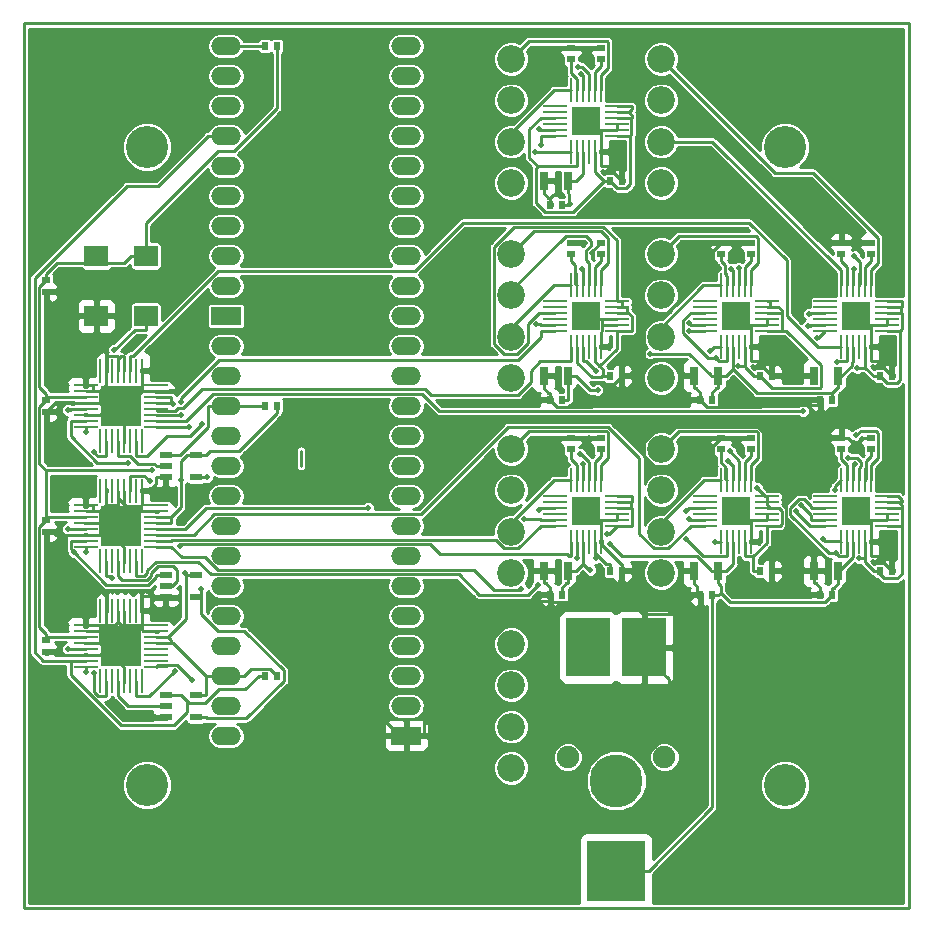
<source format=gtl>
G04 #@! TF.GenerationSoftware,KiCad,Pcbnew,6.0.0-rc1-unknown-60a55d7~66~ubuntu18.04.1*
G04 #@! TF.CreationDate,2018-08-22T13:35:30-04:00*
G04 #@! TF.ProjectId,ethoscope_stepper_controller_3x3,6574686F73636F70655F737465707065,1.0*
G04 #@! TF.SameCoordinates,Original*
G04 #@! TF.FileFunction,Copper,L1,Top,Signal*
G04 #@! TF.FilePolarity,Positive*
%FSLAX46Y46*%
G04 Gerber Fmt 4.6, Leading zero omitted, Abs format (unit mm)*
G04 Created by KiCad (PCBNEW 6.0.0-rc1-unknown-60a55d7~66~ubuntu18.04.1) date Wed Aug 22 13:35:30 2018*
%MOMM*%
%LPD*%
G01*
G04 APERTURE LIST*
G04 #@! TA.AperFunction,NonConductor*
%ADD10C,0.228600*%
G04 #@! TD*
G04 #@! TA.AperFunction,SMDPad,CuDef*
%ADD11R,3.750000X5.000000*%
G04 #@! TD*
G04 #@! TA.AperFunction,SMDPad,CuDef*
%ADD12R,5.000000X5.200000*%
G04 #@! TD*
G04 #@! TA.AperFunction,ComponentPad*
%ADD13C,1.900000*%
G04 #@! TD*
G04 #@! TA.AperFunction,ComponentPad*
%ADD14C,4.500000*%
G04 #@! TD*
G04 #@! TA.AperFunction,ComponentPad*
%ADD15C,2.340000*%
G04 #@! TD*
G04 #@! TA.AperFunction,ComponentPad*
%ADD16O,2.540000X1.524000*%
G04 #@! TD*
G04 #@! TA.AperFunction,ComponentPad*
%ADD17R,2.540000X1.524000*%
G04 #@! TD*
G04 #@! TA.AperFunction,ComponentPad*
%ADD18R,2.450000X2.450000*%
G04 #@! TD*
G04 #@! TA.AperFunction,SMDPad,CuDef*
%ADD19R,2.000000X0.250000*%
G04 #@! TD*
G04 #@! TA.AperFunction,SMDPad,CuDef*
%ADD20R,0.250000X2.000000*%
G04 #@! TD*
G04 #@! TA.AperFunction,SMDPad,CuDef*
%ADD21R,2.000000X1.800000*%
G04 #@! TD*
G04 #@! TA.AperFunction,ComponentPad*
%ADD22C,3.556000*%
G04 #@! TD*
G04 #@! TA.AperFunction,ComponentPad*
%ADD23R,3.400000X3.400000*%
G04 #@! TD*
G04 #@! TA.AperFunction,SMDPad,CuDef*
%ADD24R,0.787400X1.600200*%
G04 #@! TD*
G04 #@! TA.AperFunction,SMDPad,CuDef*
%ADD25R,1.100000X0.600000*%
G04 #@! TD*
G04 #@! TA.AperFunction,SMDPad,CuDef*
%ADD26R,0.700000X0.600000*%
G04 #@! TD*
G04 #@! TA.AperFunction,SMDPad,CuDef*
%ADD27R,0.600000X0.700000*%
G04 #@! TD*
G04 #@! TA.AperFunction,ViaPad*
%ADD28C,0.508000*%
G04 #@! TD*
G04 #@! TA.AperFunction,Conductor*
%ADD29C,0.254000*%
G04 #@! TD*
G04 APERTURE END LIST*
D10*
X189865000Y-64135000D02*
X189865000Y-139065000D01*
X114935000Y-64135000D02*
X114935000Y-139065000D01*
X114935000Y-64135000D02*
X189865000Y-64135000D01*
X114935000Y-139065000D02*
X189865000Y-139065000D01*
D11*
G04 #@! TO.P,P1,3*
G04 #@! TO.N,N/C*
X162725000Y-116970000D03*
G04 #@! TO.P,P1,2*
G04 #@! TO.N,GND*
X167475000Y-116970000D03*
D12*
G04 #@! TO.P,P1,1*
G04 #@! TO.N,VAA*
X165100000Y-135870000D03*
D13*
G04 #@! TO.P,P1,*
G04 #@! TO.N,*
X161000000Y-126270000D03*
X169200000Y-126270000D03*
D14*
X165100000Y-128270000D03*
G04 #@! TD*
D15*
G04 #@! TO.P,T1,4*
G04 #@! TO.N,/tmc429_0/stepper_driver_0/A_+*
X156210000Y-67140000D03*
G04 #@! TO.P,T1,1*
G04 #@! TO.N,/tmc429_0/stepper_driver_0/B_-*
X156210000Y-77640000D03*
G04 #@! TO.P,T1,2*
G04 #@! TO.N,/tmc429_0/stepper_driver_0/B_+*
X156210000Y-74140000D03*
G04 #@! TO.P,T1,3*
G04 #@! TO.N,/tmc429_0/stepper_driver_0/A_-*
X156210000Y-70640000D03*
G04 #@! TD*
G04 #@! TO.P,T2,4*
G04 #@! TO.N,/tmc429_0/stepper_driver_1/A_+*
X168910000Y-67140000D03*
G04 #@! TO.P,T2,1*
G04 #@! TO.N,/tmc429_0/stepper_driver_1/B_-*
X168910000Y-77640000D03*
G04 #@! TO.P,T2,2*
G04 #@! TO.N,/tmc429_0/stepper_driver_1/B_+*
X168910000Y-74140000D03*
G04 #@! TO.P,T2,3*
G04 #@! TO.N,/tmc429_0/stepper_driver_1/A_-*
X168910000Y-70640000D03*
G04 #@! TD*
G04 #@! TO.P,T3,4*
G04 #@! TO.N,/tmc429_0/stepper_driver_2/A_+*
X156210000Y-83650000D03*
G04 #@! TO.P,T3,1*
G04 #@! TO.N,/tmc429_0/stepper_driver_2/B_-*
X156210000Y-94150000D03*
G04 #@! TO.P,T3,2*
G04 #@! TO.N,/tmc429_0/stepper_driver_2/B_+*
X156210000Y-90650000D03*
G04 #@! TO.P,T3,3*
G04 #@! TO.N,/tmc429_0/stepper_driver_2/A_-*
X156210000Y-87150000D03*
G04 #@! TD*
G04 #@! TO.P,T4,4*
G04 #@! TO.N,/tmc429_1/stepper_driver_0/A_+*
X168910000Y-83650000D03*
G04 #@! TO.P,T4,1*
G04 #@! TO.N,/tmc429_1/stepper_driver_0/B_-*
X168910000Y-94150000D03*
G04 #@! TO.P,T4,2*
G04 #@! TO.N,/tmc429_1/stepper_driver_0/B_+*
X168910000Y-90650000D03*
G04 #@! TO.P,T4,3*
G04 #@! TO.N,/tmc429_1/stepper_driver_0/A_-*
X168910000Y-87150000D03*
G04 #@! TD*
G04 #@! TO.P,T5,4*
G04 #@! TO.N,/tmc429_1/stepper_driver_1/A_+*
X156210000Y-100160000D03*
G04 #@! TO.P,T5,1*
G04 #@! TO.N,/tmc429_1/stepper_driver_1/B_-*
X156210000Y-110660000D03*
G04 #@! TO.P,T5,2*
G04 #@! TO.N,/tmc429_1/stepper_driver_1/B_+*
X156210000Y-107160000D03*
G04 #@! TO.P,T5,3*
G04 #@! TO.N,/tmc429_1/stepper_driver_1/A_-*
X156210000Y-103660000D03*
G04 #@! TD*
G04 #@! TO.P,T6,4*
G04 #@! TO.N,/tmc429_1/stepper_driver_2/A_+*
X168910000Y-100160000D03*
G04 #@! TO.P,T6,1*
G04 #@! TO.N,/tmc429_1/stepper_driver_2/B_-*
X168910000Y-110660000D03*
G04 #@! TO.P,T6,2*
G04 #@! TO.N,/tmc429_1/stepper_driver_2/B_+*
X168910000Y-107160000D03*
G04 #@! TO.P,T6,3*
G04 #@! TO.N,/tmc429_1/stepper_driver_2/A_-*
X168910000Y-103660000D03*
G04 #@! TD*
G04 #@! TO.P,T7,4*
G04 #@! TO.N,/tmc429_2/stepper_driver_0/A_+*
X156210000Y-116670000D03*
G04 #@! TO.P,T7,1*
G04 #@! TO.N,/tmc429_2/stepper_driver_0/B_-*
X156210000Y-127170000D03*
G04 #@! TO.P,T7,2*
G04 #@! TO.N,/tmc429_2/stepper_driver_0/B_+*
X156210000Y-123670000D03*
G04 #@! TO.P,T7,3*
G04 #@! TO.N,/tmc429_2/stepper_driver_0/A_-*
X156210000Y-120170000D03*
G04 #@! TD*
D16*
G04 #@! TO.P,TEENSY1,24*
G04 #@! TO.N,N/C*
X147320000Y-86360000D03*
G04 #@! TO.P,TEENSY1,*
G04 #@! TO.N,*
X147320000Y-88900000D03*
D17*
X132080000Y-88900000D03*
D16*
G04 #@! TO.P,TEENSY1,V_IN*
G04 #@! TO.N,N/C*
X132080000Y-124460000D03*
G04 #@! TO.P,TEENSY1,AGND*
X132080000Y-121920000D03*
G04 #@! TO.P,TEENSY1,3V3*
G04 #@! TO.N,+3V3*
X132080000Y-119380000D03*
G04 #@! TO.P,TEENSY1,23*
G04 #@! TO.N,N/C*
X132080000Y-116840000D03*
G04 #@! TO.P,TEENSY1,22*
G04 #@! TO.N,/ENABLE_ALL*
X132080000Y-114300000D03*
G04 #@! TO.P,TEENSY1,21*
G04 #@! TO.N,N/C*
X132080000Y-111760000D03*
G04 #@! TO.P,TEENSY1,20*
X132080000Y-109220000D03*
G04 #@! TO.P,TEENSY1,19*
X132080000Y-106680000D03*
G04 #@! TO.P,TEENSY1,18*
X132080000Y-104140000D03*
G04 #@! TO.P,TEENSY1,17*
X132080000Y-101600000D03*
G04 #@! TO.P,TEENSY1,16*
X132080000Y-99060000D03*
G04 #@! TO.P,TEENSY1,15*
G04 #@! TO.N,/CS_429_0*
X132080000Y-96520000D03*
G04 #@! TO.P,TEENSY1,14*
G04 #@! TO.N,N/C*
X132080000Y-93980000D03*
G04 #@! TO.P,TEENSY1,13*
G04 #@! TO.N,/SCK*
X132080000Y-91440000D03*
G04 #@! TO.P,TEENSY1,12*
G04 #@! TO.N,/MISO*
X147320000Y-91440000D03*
G04 #@! TO.P,TEENSY1,11*
G04 #@! TO.N,/MOSI*
X147320000Y-93980000D03*
G04 #@! TO.P,TEENSY1,10*
G04 #@! TO.N,N/C*
X147320000Y-96520000D03*
G04 #@! TO.P,TEENSY1,9*
X147320000Y-99060000D03*
G04 #@! TO.P,TEENSY1,8*
X147320000Y-101600000D03*
G04 #@! TO.P,TEENSY1,7*
X147320000Y-104140000D03*
G04 #@! TO.P,TEENSY1,6*
X147320000Y-106680000D03*
G04 #@! TO.P,TEENSY1,5*
X147320000Y-109220000D03*
G04 #@! TO.P,TEENSY1,4*
X147320000Y-111760000D03*
G04 #@! TO.P,TEENSY1,3*
X147320000Y-114300000D03*
G04 #@! TO.P,TEENSY1,2*
X147320000Y-116840000D03*
G04 #@! TO.P,TEENSY1,1*
X147320000Y-119380000D03*
G04 #@! TO.P,TEENSY1,0*
X147320000Y-121920000D03*
D17*
G04 #@! TO.P,TEENSY1,GND*
G04 #@! TO.N,GND*
X147320000Y-124460000D03*
D16*
G04 #@! TO.P,TEENSY1,25*
G04 #@! TO.N,N/C*
X147320000Y-83820000D03*
G04 #@! TO.P,TEENSY1,26*
X147320000Y-81280000D03*
G04 #@! TO.P,TEENSY1,27*
X147320000Y-78740000D03*
G04 #@! TO.P,TEENSY1,28*
X147320000Y-76200000D03*
G04 #@! TO.P,TEENSY1,29*
X147320000Y-73660000D03*
G04 #@! TO.P,TEENSY1,30*
X147320000Y-71120000D03*
G04 #@! TO.P,TEENSY1,31*
X147320000Y-68580000D03*
G04 #@! TO.P,TEENSY1,32*
X147320000Y-66040000D03*
G04 #@! TO.P,TEENSY1,33*
G04 #@! TO.N,/CS_429_1*
X132080000Y-66040000D03*
G04 #@! TO.P,TEENSY1,34*
G04 #@! TO.N,N/C*
X132080000Y-68580000D03*
G04 #@! TO.P,TEENSY1,35*
X132080000Y-71120000D03*
G04 #@! TO.P,TEENSY1,36*
G04 #@! TO.N,/CS_429_2*
X132080000Y-73660000D03*
G04 #@! TO.P,TEENSY1,37*
G04 #@! TO.N,N/C*
X132080000Y-76200000D03*
G04 #@! TO.P,TEENSY1,38*
X132080000Y-78740000D03*
G04 #@! TO.P,TEENSY1,39*
X132080000Y-81280000D03*
G04 #@! TO.P,TEENSY1,A21*
X132080000Y-83820000D03*
G04 #@! TO.P,TEENSY1,A22*
X132080000Y-86360000D03*
G04 #@! TD*
D18*
G04 #@! TO.P,U3,PAD*
G04 #@! TO.N,GND*
X162560000Y-72390000D03*
D19*
G04 #@! TO.P,U3,19*
G04 #@! TO.N,/tmc429_0/stepper_driver_0/VINT*
X165160000Y-73640000D03*
G04 #@! TO.P,U3,20*
G04 #@! TO.N,GND*
X165160000Y-73140000D03*
G04 #@! TO.P,U3,21*
X165160000Y-72640000D03*
G04 #@! TO.P,U3,22*
G04 #@! TO.N,/tmc429_0/stepper_driver_0/VINT*
X165160000Y-72140000D03*
G04 #@! TO.P,U3,23*
X165160000Y-71640000D03*
G04 #@! TO.P,U3,24*
X165160000Y-71140000D03*
G04 #@! TO.P,U3,7*
G04 #@! TO.N,N/C*
X159960000Y-71140000D03*
G04 #@! TO.P,U3,8*
X159960000Y-71640000D03*
G04 #@! TO.P,U3,9*
G04 #@! TO.N,/tmc429_0/stepper_driver_0/VINT*
X159960000Y-72140000D03*
G04 #@! TO.P,U3,10*
G04 #@! TO.N,N/C*
X159960000Y-72640000D03*
G04 #@! TO.P,U3,11*
G04 #@! TO.N,/ENABLE_ALL*
X159960000Y-73140000D03*
G04 #@! TO.P,U3,12*
G04 #@! TO.N,/tmc429_0/STEP_0*
X159960000Y-73640000D03*
D20*
G04 #@! TO.P,U3,1*
G04 #@! TO.N,/tmc429_0/stepper_driver_0/A_+*
X163810000Y-69790000D03*
G04 #@! TO.P,U3,2*
G04 #@! TO.N,/tmc429_0/stepper_driver_0/AISEN*
X163310000Y-69790000D03*
G04 #@! TO.P,U3,3*
G04 #@! TO.N,/tmc429_0/stepper_driver_0/A_-*
X162810000Y-69790000D03*
G04 #@! TO.P,U3,4*
G04 #@! TO.N,/tmc429_0/stepper_driver_0/B_-*
X162310000Y-69790000D03*
G04 #@! TO.P,U3,5*
G04 #@! TO.N,/tmc429_0/stepper_driver_0/BISEN*
X161810000Y-69790000D03*
G04 #@! TO.P,U3,6*
G04 #@! TO.N,/tmc429_0/stepper_driver_0/B_+*
X161310000Y-69790000D03*
G04 #@! TO.P,U3,13*
G04 #@! TO.N,/tmc429_0/DIR_0*
X161310000Y-74990000D03*
G04 #@! TO.P,U3,14*
G04 #@! TO.N,/tmc429_0/stepper_driver_0/VINT*
X161810000Y-74990000D03*
G04 #@! TO.P,U3,15*
G04 #@! TO.N,VAA*
X162310000Y-74990000D03*
G04 #@! TO.P,U3,16*
G04 #@! TO.N,N/C*
X162810000Y-74990000D03*
G04 #@! TO.P,U3,17*
G04 #@! TO.N,/tmc429_0/stepper_driver_0/VINT*
X163310000Y-74990000D03*
G04 #@! TO.P,U3,18*
G04 #@! TO.N,GND*
X163810000Y-74990000D03*
G04 #@! TD*
D18*
G04 #@! TO.P,U4,PAD*
G04 #@! TO.N,GND*
X185420000Y-88900000D03*
D19*
G04 #@! TO.P,U4,19*
G04 #@! TO.N,/tmc429_0/stepper_driver_1/VINT*
X188020000Y-90150000D03*
G04 #@! TO.P,U4,20*
G04 #@! TO.N,GND*
X188020000Y-89650000D03*
G04 #@! TO.P,U4,21*
X188020000Y-89150000D03*
G04 #@! TO.P,U4,22*
G04 #@! TO.N,/tmc429_0/stepper_driver_1/VINT*
X188020000Y-88650000D03*
G04 #@! TO.P,U4,23*
X188020000Y-88150000D03*
G04 #@! TO.P,U4,24*
X188020000Y-87650000D03*
G04 #@! TO.P,U4,7*
G04 #@! TO.N,N/C*
X182820000Y-87650000D03*
G04 #@! TO.P,U4,8*
X182820000Y-88150000D03*
G04 #@! TO.P,U4,9*
G04 #@! TO.N,/tmc429_0/stepper_driver_1/VINT*
X182820000Y-88650000D03*
G04 #@! TO.P,U4,10*
G04 #@! TO.N,N/C*
X182820000Y-89150000D03*
G04 #@! TO.P,U4,11*
G04 #@! TO.N,/ENABLE_ALL*
X182820000Y-89650000D03*
G04 #@! TO.P,U4,12*
G04 #@! TO.N,/tmc429_0/STEP_1*
X182820000Y-90150000D03*
D20*
G04 #@! TO.P,U4,1*
G04 #@! TO.N,/tmc429_0/stepper_driver_1/A_+*
X186670000Y-86300000D03*
G04 #@! TO.P,U4,2*
G04 #@! TO.N,/tmc429_0/stepper_driver_1/AISEN*
X186170000Y-86300000D03*
G04 #@! TO.P,U4,3*
G04 #@! TO.N,/tmc429_0/stepper_driver_1/A_-*
X185670000Y-86300000D03*
G04 #@! TO.P,U4,4*
G04 #@! TO.N,/tmc429_0/stepper_driver_1/B_-*
X185170000Y-86300000D03*
G04 #@! TO.P,U4,5*
G04 #@! TO.N,/tmc429_0/stepper_driver_1/BISEN*
X184670000Y-86300000D03*
G04 #@! TO.P,U4,6*
G04 #@! TO.N,/tmc429_0/stepper_driver_1/B_+*
X184170000Y-86300000D03*
G04 #@! TO.P,U4,13*
G04 #@! TO.N,/tmc429_0/DIR_1*
X184170000Y-91500000D03*
G04 #@! TO.P,U4,14*
G04 #@! TO.N,/tmc429_0/stepper_driver_1/VINT*
X184670000Y-91500000D03*
G04 #@! TO.P,U4,15*
G04 #@! TO.N,VAA*
X185170000Y-91500000D03*
G04 #@! TO.P,U4,16*
G04 #@! TO.N,N/C*
X185670000Y-91500000D03*
G04 #@! TO.P,U4,17*
G04 #@! TO.N,/tmc429_0/stepper_driver_1/VINT*
X186170000Y-91500000D03*
G04 #@! TO.P,U4,18*
G04 #@! TO.N,GND*
X186670000Y-91500000D03*
G04 #@! TD*
D18*
G04 #@! TO.P,U8,PAD*
G04 #@! TO.N,GND*
X175260000Y-88900000D03*
D19*
G04 #@! TO.P,U8,19*
G04 #@! TO.N,/tmc429_1/stepper_driver_0/VINT*
X177860000Y-90150000D03*
G04 #@! TO.P,U8,20*
G04 #@! TO.N,GND*
X177860000Y-89650000D03*
G04 #@! TO.P,U8,21*
X177860000Y-89150000D03*
G04 #@! TO.P,U8,22*
G04 #@! TO.N,/tmc429_1/stepper_driver_0/VINT*
X177860000Y-88650000D03*
G04 #@! TO.P,U8,23*
X177860000Y-88150000D03*
G04 #@! TO.P,U8,24*
X177860000Y-87650000D03*
G04 #@! TO.P,U8,7*
G04 #@! TO.N,N/C*
X172660000Y-87650000D03*
G04 #@! TO.P,U8,8*
X172660000Y-88150000D03*
G04 #@! TO.P,U8,9*
G04 #@! TO.N,/tmc429_1/stepper_driver_0/VINT*
X172660000Y-88650000D03*
G04 #@! TO.P,U8,10*
G04 #@! TO.N,N/C*
X172660000Y-89150000D03*
G04 #@! TO.P,U8,11*
G04 #@! TO.N,/ENABLE_ALL*
X172660000Y-89650000D03*
G04 #@! TO.P,U8,12*
G04 #@! TO.N,/tmc429_1/STEP_0*
X172660000Y-90150000D03*
D20*
G04 #@! TO.P,U8,1*
G04 #@! TO.N,/tmc429_1/stepper_driver_0/A_+*
X176510000Y-86300000D03*
G04 #@! TO.P,U8,2*
G04 #@! TO.N,/tmc429_1/stepper_driver_0/AISEN*
X176010000Y-86300000D03*
G04 #@! TO.P,U8,3*
G04 #@! TO.N,/tmc429_1/stepper_driver_0/A_-*
X175510000Y-86300000D03*
G04 #@! TO.P,U8,4*
G04 #@! TO.N,/tmc429_1/stepper_driver_0/B_-*
X175010000Y-86300000D03*
G04 #@! TO.P,U8,5*
G04 #@! TO.N,/tmc429_1/stepper_driver_0/BISEN*
X174510000Y-86300000D03*
G04 #@! TO.P,U8,6*
G04 #@! TO.N,/tmc429_1/stepper_driver_0/B_+*
X174010000Y-86300000D03*
G04 #@! TO.P,U8,13*
G04 #@! TO.N,/tmc429_1/DIR_0*
X174010000Y-91500000D03*
G04 #@! TO.P,U8,14*
G04 #@! TO.N,/tmc429_1/stepper_driver_0/VINT*
X174510000Y-91500000D03*
G04 #@! TO.P,U8,15*
G04 #@! TO.N,VAA*
X175010000Y-91500000D03*
G04 #@! TO.P,U8,16*
G04 #@! TO.N,N/C*
X175510000Y-91500000D03*
G04 #@! TO.P,U8,17*
G04 #@! TO.N,/tmc429_1/stepper_driver_0/VINT*
X176010000Y-91500000D03*
G04 #@! TO.P,U8,18*
G04 #@! TO.N,GND*
X176510000Y-91500000D03*
G04 #@! TD*
D18*
G04 #@! TO.P,U10,PAD*
G04 #@! TO.N,GND*
X175260000Y-105410000D03*
D19*
G04 #@! TO.P,U10,19*
G04 #@! TO.N,/tmc429_1/stepper_driver_2/VINT*
X177860000Y-106660000D03*
G04 #@! TO.P,U10,20*
G04 #@! TO.N,GND*
X177860000Y-106160000D03*
G04 #@! TO.P,U10,21*
X177860000Y-105660000D03*
G04 #@! TO.P,U10,22*
G04 #@! TO.N,/tmc429_1/stepper_driver_2/VINT*
X177860000Y-105160000D03*
G04 #@! TO.P,U10,23*
X177860000Y-104660000D03*
G04 #@! TO.P,U10,24*
X177860000Y-104160000D03*
G04 #@! TO.P,U10,7*
G04 #@! TO.N,N/C*
X172660000Y-104160000D03*
G04 #@! TO.P,U10,8*
X172660000Y-104660000D03*
G04 #@! TO.P,U10,9*
G04 #@! TO.N,/tmc429_1/stepper_driver_2/VINT*
X172660000Y-105160000D03*
G04 #@! TO.P,U10,10*
G04 #@! TO.N,N/C*
X172660000Y-105660000D03*
G04 #@! TO.P,U10,11*
G04 #@! TO.N,/ENABLE_ALL*
X172660000Y-106160000D03*
G04 #@! TO.P,U10,12*
G04 #@! TO.N,/tmc429_1/STEP_2*
X172660000Y-106660000D03*
D20*
G04 #@! TO.P,U10,1*
G04 #@! TO.N,/tmc429_1/stepper_driver_2/A_+*
X176510000Y-102810000D03*
G04 #@! TO.P,U10,2*
G04 #@! TO.N,/tmc429_1/stepper_driver_2/AISEN*
X176010000Y-102810000D03*
G04 #@! TO.P,U10,3*
G04 #@! TO.N,/tmc429_1/stepper_driver_2/A_-*
X175510000Y-102810000D03*
G04 #@! TO.P,U10,4*
G04 #@! TO.N,/tmc429_1/stepper_driver_2/B_-*
X175010000Y-102810000D03*
G04 #@! TO.P,U10,5*
G04 #@! TO.N,/tmc429_1/stepper_driver_2/BISEN*
X174510000Y-102810000D03*
G04 #@! TO.P,U10,6*
G04 #@! TO.N,/tmc429_1/stepper_driver_2/B_+*
X174010000Y-102810000D03*
G04 #@! TO.P,U10,13*
G04 #@! TO.N,/tmc429_1/DIR_2*
X174010000Y-108010000D03*
G04 #@! TO.P,U10,14*
G04 #@! TO.N,/tmc429_1/stepper_driver_2/VINT*
X174510000Y-108010000D03*
G04 #@! TO.P,U10,15*
G04 #@! TO.N,VAA*
X175010000Y-108010000D03*
G04 #@! TO.P,U10,16*
G04 #@! TO.N,N/C*
X175510000Y-108010000D03*
G04 #@! TO.P,U10,17*
G04 #@! TO.N,/tmc429_1/stepper_driver_2/VINT*
X176010000Y-108010000D03*
G04 #@! TO.P,U10,18*
G04 #@! TO.N,GND*
X176510000Y-108010000D03*
G04 #@! TD*
D18*
G04 #@! TO.P,U5,PAD*
G04 #@! TO.N,GND*
X162560000Y-88900000D03*
D19*
G04 #@! TO.P,U5,19*
G04 #@! TO.N,/tmc429_0/stepper_driver_2/VINT*
X165160000Y-90150000D03*
G04 #@! TO.P,U5,20*
G04 #@! TO.N,GND*
X165160000Y-89650000D03*
G04 #@! TO.P,U5,21*
X165160000Y-89150000D03*
G04 #@! TO.P,U5,22*
G04 #@! TO.N,/tmc429_0/stepper_driver_2/VINT*
X165160000Y-88650000D03*
G04 #@! TO.P,U5,23*
X165160000Y-88150000D03*
G04 #@! TO.P,U5,24*
X165160000Y-87650000D03*
G04 #@! TO.P,U5,7*
G04 #@! TO.N,N/C*
X159960000Y-87650000D03*
G04 #@! TO.P,U5,8*
X159960000Y-88150000D03*
G04 #@! TO.P,U5,9*
G04 #@! TO.N,/tmc429_0/stepper_driver_2/VINT*
X159960000Y-88650000D03*
G04 #@! TO.P,U5,10*
G04 #@! TO.N,N/C*
X159960000Y-89150000D03*
G04 #@! TO.P,U5,11*
G04 #@! TO.N,/ENABLE_ALL*
X159960000Y-89650000D03*
G04 #@! TO.P,U5,12*
G04 #@! TO.N,/tmc429_0/STEP_2*
X159960000Y-90150000D03*
D20*
G04 #@! TO.P,U5,1*
G04 #@! TO.N,/tmc429_0/stepper_driver_2/A_+*
X163810000Y-86300000D03*
G04 #@! TO.P,U5,2*
G04 #@! TO.N,/tmc429_0/stepper_driver_2/AISEN*
X163310000Y-86300000D03*
G04 #@! TO.P,U5,3*
G04 #@! TO.N,/tmc429_0/stepper_driver_2/A_-*
X162810000Y-86300000D03*
G04 #@! TO.P,U5,4*
G04 #@! TO.N,/tmc429_0/stepper_driver_2/B_-*
X162310000Y-86300000D03*
G04 #@! TO.P,U5,5*
G04 #@! TO.N,/tmc429_0/stepper_driver_2/BISEN*
X161810000Y-86300000D03*
G04 #@! TO.P,U5,6*
G04 #@! TO.N,/tmc429_0/stepper_driver_2/B_+*
X161310000Y-86300000D03*
G04 #@! TO.P,U5,13*
G04 #@! TO.N,/tmc429_0/DIR_2*
X161310000Y-91500000D03*
G04 #@! TO.P,U5,14*
G04 #@! TO.N,/tmc429_0/stepper_driver_2/VINT*
X161810000Y-91500000D03*
G04 #@! TO.P,U5,15*
G04 #@! TO.N,VAA*
X162310000Y-91500000D03*
G04 #@! TO.P,U5,16*
G04 #@! TO.N,N/C*
X162810000Y-91500000D03*
G04 #@! TO.P,U5,17*
G04 #@! TO.N,/tmc429_0/stepper_driver_2/VINT*
X163310000Y-91500000D03*
G04 #@! TO.P,U5,18*
G04 #@! TO.N,GND*
X163810000Y-91500000D03*
G04 #@! TD*
D18*
G04 #@! TO.P,U9,PAD*
G04 #@! TO.N,GND*
X162560000Y-105410000D03*
D19*
G04 #@! TO.P,U9,19*
G04 #@! TO.N,/tmc429_1/stepper_driver_1/VINT*
X165160000Y-106660000D03*
G04 #@! TO.P,U9,20*
G04 #@! TO.N,GND*
X165160000Y-106160000D03*
G04 #@! TO.P,U9,21*
X165160000Y-105660000D03*
G04 #@! TO.P,U9,22*
G04 #@! TO.N,/tmc429_1/stepper_driver_1/VINT*
X165160000Y-105160000D03*
G04 #@! TO.P,U9,23*
X165160000Y-104660000D03*
G04 #@! TO.P,U9,24*
X165160000Y-104160000D03*
G04 #@! TO.P,U9,7*
G04 #@! TO.N,N/C*
X159960000Y-104160000D03*
G04 #@! TO.P,U9,8*
X159960000Y-104660000D03*
G04 #@! TO.P,U9,9*
G04 #@! TO.N,/tmc429_1/stepper_driver_1/VINT*
X159960000Y-105160000D03*
G04 #@! TO.P,U9,10*
G04 #@! TO.N,N/C*
X159960000Y-105660000D03*
G04 #@! TO.P,U9,11*
G04 #@! TO.N,/ENABLE_ALL*
X159960000Y-106160000D03*
G04 #@! TO.P,U9,12*
G04 #@! TO.N,/tmc429_1/STEP_1*
X159960000Y-106660000D03*
D20*
G04 #@! TO.P,U9,1*
G04 #@! TO.N,/tmc429_1/stepper_driver_1/A_+*
X163810000Y-102810000D03*
G04 #@! TO.P,U9,2*
G04 #@! TO.N,/tmc429_1/stepper_driver_1/AISEN*
X163310000Y-102810000D03*
G04 #@! TO.P,U9,3*
G04 #@! TO.N,/tmc429_1/stepper_driver_1/A_-*
X162810000Y-102810000D03*
G04 #@! TO.P,U9,4*
G04 #@! TO.N,/tmc429_1/stepper_driver_1/B_-*
X162310000Y-102810000D03*
G04 #@! TO.P,U9,5*
G04 #@! TO.N,/tmc429_1/stepper_driver_1/BISEN*
X161810000Y-102810000D03*
G04 #@! TO.P,U9,6*
G04 #@! TO.N,/tmc429_1/stepper_driver_1/B_+*
X161310000Y-102810000D03*
G04 #@! TO.P,U9,13*
G04 #@! TO.N,/tmc429_1/DIR_1*
X161310000Y-108010000D03*
G04 #@! TO.P,U9,14*
G04 #@! TO.N,/tmc429_1/stepper_driver_1/VINT*
X161810000Y-108010000D03*
G04 #@! TO.P,U9,15*
G04 #@! TO.N,VAA*
X162310000Y-108010000D03*
G04 #@! TO.P,U9,16*
G04 #@! TO.N,N/C*
X162810000Y-108010000D03*
G04 #@! TO.P,U9,17*
G04 #@! TO.N,/tmc429_1/stepper_driver_1/VINT*
X163310000Y-108010000D03*
G04 #@! TO.P,U9,18*
G04 #@! TO.N,GND*
X163810000Y-108010000D03*
G04 #@! TD*
D18*
G04 #@! TO.P,U13,PAD*
G04 #@! TO.N,GND*
X185420000Y-105410000D03*
D19*
G04 #@! TO.P,U13,19*
G04 #@! TO.N,/tmc429_2/stepper_driver_0/VINT*
X188020000Y-106660000D03*
G04 #@! TO.P,U13,20*
G04 #@! TO.N,GND*
X188020000Y-106160000D03*
G04 #@! TO.P,U13,21*
X188020000Y-105660000D03*
G04 #@! TO.P,U13,22*
G04 #@! TO.N,/tmc429_2/stepper_driver_0/VINT*
X188020000Y-105160000D03*
G04 #@! TO.P,U13,23*
X188020000Y-104660000D03*
G04 #@! TO.P,U13,24*
X188020000Y-104160000D03*
G04 #@! TO.P,U13,7*
G04 #@! TO.N,N/C*
X182820000Y-104160000D03*
G04 #@! TO.P,U13,8*
X182820000Y-104660000D03*
G04 #@! TO.P,U13,9*
G04 #@! TO.N,/tmc429_2/stepper_driver_0/VINT*
X182820000Y-105160000D03*
G04 #@! TO.P,U13,10*
G04 #@! TO.N,N/C*
X182820000Y-105660000D03*
G04 #@! TO.P,U13,11*
G04 #@! TO.N,/ENABLE_ALL*
X182820000Y-106160000D03*
G04 #@! TO.P,U13,12*
G04 #@! TO.N,/tmc429_2/STEP_0*
X182820000Y-106660000D03*
D20*
G04 #@! TO.P,U13,1*
G04 #@! TO.N,/tmc429_2/stepper_driver_0/A_+*
X186670000Y-102810000D03*
G04 #@! TO.P,U13,2*
G04 #@! TO.N,/tmc429_2/stepper_driver_0/AISEN*
X186170000Y-102810000D03*
G04 #@! TO.P,U13,3*
G04 #@! TO.N,/tmc429_2/stepper_driver_0/A_-*
X185670000Y-102810000D03*
G04 #@! TO.P,U13,4*
G04 #@! TO.N,/tmc429_2/stepper_driver_0/B_-*
X185170000Y-102810000D03*
G04 #@! TO.P,U13,5*
G04 #@! TO.N,/tmc429_2/stepper_driver_0/BISEN*
X184670000Y-102810000D03*
G04 #@! TO.P,U13,6*
G04 #@! TO.N,/tmc429_2/stepper_driver_0/B_+*
X184170000Y-102810000D03*
G04 #@! TO.P,U13,13*
G04 #@! TO.N,/tmc429_2/DIR_0*
X184170000Y-108010000D03*
G04 #@! TO.P,U13,14*
G04 #@! TO.N,/tmc429_2/stepper_driver_0/VINT*
X184670000Y-108010000D03*
G04 #@! TO.P,U13,15*
G04 #@! TO.N,VAA*
X185170000Y-108010000D03*
G04 #@! TO.P,U13,16*
G04 #@! TO.N,N/C*
X185670000Y-108010000D03*
G04 #@! TO.P,U13,17*
G04 #@! TO.N,/tmc429_2/stepper_driver_0/VINT*
X186170000Y-108010000D03*
G04 #@! TO.P,U13,18*
G04 #@! TO.N,GND*
X186670000Y-108010000D03*
G04 #@! TD*
D21*
G04 #@! TO.P,CLK1,1*
G04 #@! TO.N,+3V3*
X121090000Y-83820000D03*
G04 #@! TO.P,CLK1,2*
G04 #@! TO.N,GND*
X121090000Y-88900000D03*
G04 #@! TO.P,CLK1,3*
G04 #@! TO.N,/CLK*
X125290000Y-88900000D03*
G04 #@! TO.P,CLK1,4*
G04 #@! TO.N,+3V3*
X125290000Y-83820000D03*
G04 #@! TD*
D22*
G04 #@! TO.P,MH1,1*
G04 #@! TO.N,N/C*
X179388000Y-128588000D03*
G04 #@! TD*
G04 #@! TO.P,MH2,1*
G04 #@! TO.N,N/C*
X125412000Y-128588000D03*
G04 #@! TD*
G04 #@! TO.P,MH3,1*
G04 #@! TO.N,N/C*
X125412000Y-74612500D03*
G04 #@! TD*
G04 #@! TO.P,MH4,1*
G04 #@! TO.N,N/C*
X179388000Y-74612500D03*
G04 #@! TD*
D23*
G04 #@! TO.P,U1,PAD*
G04 #@! TO.N,GND*
X123190000Y-96520000D03*
D20*
G04 #@! TO.P,U1,25*
X124940000Y-93520000D03*
G04 #@! TO.P,U1,26*
G04 #@! TO.N,N/C*
X124440000Y-93520000D03*
G04 #@! TO.P,U1,27*
G04 #@! TO.N,/tmc429_0/DIR_1*
X123940000Y-93520000D03*
G04 #@! TO.P,U1,28*
G04 #@! TO.N,GND*
X123440000Y-93520000D03*
G04 #@! TO.P,U1,29*
X122940000Y-93520000D03*
G04 #@! TO.P,U1,30*
G04 #@! TO.N,N/C*
X122440000Y-93520000D03*
G04 #@! TO.P,U1,31*
G04 #@! TO.N,GND*
X121940000Y-93520000D03*
G04 #@! TO.P,U1,32*
G04 #@! TO.N,N/C*
X121440000Y-93520000D03*
G04 #@! TO.P,U1,9*
X121440000Y-99520000D03*
G04 #@! TO.P,U1,10*
G04 #@! TO.N,/MOSI*
X121940000Y-99520000D03*
G04 #@! TO.P,U1,11*
G04 #@! TO.N,N/C*
X122440000Y-99520000D03*
G04 #@! TO.P,U1,12*
G04 #@! TO.N,/tmc429_0/MISO_UB*
X122940000Y-99520000D03*
G04 #@! TO.P,U1,13*
G04 #@! TO.N,GND*
X123440000Y-99520000D03*
G04 #@! TO.P,U1,14*
G04 #@! TO.N,N/C*
X123940000Y-99520000D03*
G04 #@! TO.P,U1,15*
G04 #@! TO.N,/tmc429_0/STEP_0*
X124440000Y-99520000D03*
G04 #@! TO.P,U1,16*
G04 #@! TO.N,N/C*
X124940000Y-99520000D03*
D19*
G04 #@! TO.P,U1,1*
G04 #@! TO.N,GND*
X120190000Y-94770000D03*
G04 #@! TO.P,U1,2*
X120190000Y-95270000D03*
G04 #@! TO.P,U1,3*
G04 #@! TO.N,+3V3*
X120190000Y-95770000D03*
G04 #@! TO.P,U1,4*
G04 #@! TO.N,GND*
X120190000Y-96270000D03*
G04 #@! TO.P,U1,5*
G04 #@! TO.N,/CLK*
X120190000Y-96770000D03*
G04 #@! TO.P,U1,6*
G04 #@! TO.N,GND*
X120190000Y-97270000D03*
G04 #@! TO.P,U1,7*
G04 #@! TO.N,/CS_429_0*
X120190000Y-97770000D03*
G04 #@! TO.P,U1,8*
G04 #@! TO.N,/SCK*
X120190000Y-98270000D03*
G04 #@! TO.P,U1,17*
G04 #@! TO.N,/tmc429_0/DIR_0*
X126190000Y-98270000D03*
G04 #@! TO.P,U1,18*
G04 #@! TO.N,/tmc429_0/STEP_1*
X126190000Y-97770000D03*
G04 #@! TO.P,U1,19*
G04 #@! TO.N,/tmc429_0/STEP_2*
X126190000Y-97270000D03*
G04 #@! TO.P,U1,20*
G04 #@! TO.N,/tmc429_0/DIR_2*
X126190000Y-96770000D03*
G04 #@! TO.P,U1,21*
G04 #@! TO.N,+3V3*
X126190000Y-96270000D03*
G04 #@! TO.P,U1,22*
X126190000Y-95770000D03*
G04 #@! TO.P,U1,23*
G04 #@! TO.N,GND*
X126190000Y-95270000D03*
G04 #@! TO.P,U1,24*
G04 #@! TO.N,N/C*
X126190000Y-94770000D03*
G04 #@! TD*
D24*
G04 #@! TO.P,C4,2*
G04 #@! TO.N,GND*
X158978600Y-77470000D03*
G04 #@! TO.P,C4,1*
G04 #@! TO.N,VAA*
X161061400Y-77470000D03*
G04 #@! TD*
G04 #@! TO.P,C7,2*
G04 #@! TO.N,GND*
X181838600Y-93980000D03*
G04 #@! TO.P,C7,1*
G04 #@! TO.N,VAA*
X183921400Y-93980000D03*
G04 #@! TD*
G04 #@! TO.P,C10,2*
G04 #@! TO.N,GND*
X158978600Y-93980000D03*
G04 #@! TO.P,C10,1*
G04 #@! TO.N,VAA*
X161061400Y-93980000D03*
G04 #@! TD*
G04 #@! TO.P,C14,2*
G04 #@! TO.N,GND*
X171678600Y-93980000D03*
G04 #@! TO.P,C14,1*
G04 #@! TO.N,VAA*
X173761400Y-93980000D03*
G04 #@! TD*
G04 #@! TO.P,C17,2*
G04 #@! TO.N,GND*
X158978600Y-110490000D03*
G04 #@! TO.P,C17,1*
G04 #@! TO.N,VAA*
X161061400Y-110490000D03*
G04 #@! TD*
G04 #@! TO.P,C20,2*
G04 #@! TO.N,GND*
X171678600Y-110490000D03*
G04 #@! TO.P,C20,1*
G04 #@! TO.N,VAA*
X173761400Y-110490000D03*
G04 #@! TD*
G04 #@! TO.P,C24,2*
G04 #@! TO.N,GND*
X181838600Y-110490000D03*
G04 #@! TO.P,C24,1*
G04 #@! TO.N,VAA*
X183921400Y-110490000D03*
G04 #@! TD*
D25*
G04 #@! TO.P,U2,5*
G04 #@! TO.N,+3V3*
X129570000Y-100650000D03*
G04 #@! TO.P,U2,4*
G04 #@! TO.N,/MISO*
X129570000Y-102550000D03*
G04 #@! TO.P,U2,3*
G04 #@! TO.N,GND*
X126970000Y-102550000D03*
G04 #@! TO.P,U2,2*
G04 #@! TO.N,/tmc429_0/MISO_UB*
X126970000Y-101600000D03*
G04 #@! TO.P,U2,1*
G04 #@! TO.N,/CS_429_0*
X126970000Y-100650000D03*
G04 #@! TD*
D23*
G04 #@! TO.P,U6,PAD*
G04 #@! TO.N,GND*
X123190000Y-106680000D03*
D20*
G04 #@! TO.P,U6,25*
X124940000Y-103680000D03*
G04 #@! TO.P,U6,26*
G04 #@! TO.N,N/C*
X124440000Y-103680000D03*
G04 #@! TO.P,U6,27*
G04 #@! TO.N,/tmc429_1/DIR_1*
X123940000Y-103680000D03*
G04 #@! TO.P,U6,28*
G04 #@! TO.N,GND*
X123440000Y-103680000D03*
G04 #@! TO.P,U6,29*
X122940000Y-103680000D03*
G04 #@! TO.P,U6,30*
G04 #@! TO.N,N/C*
X122440000Y-103680000D03*
G04 #@! TO.P,U6,31*
G04 #@! TO.N,GND*
X121940000Y-103680000D03*
G04 #@! TO.P,U6,32*
G04 #@! TO.N,N/C*
X121440000Y-103680000D03*
G04 #@! TO.P,U6,9*
X121440000Y-109680000D03*
G04 #@! TO.P,U6,10*
G04 #@! TO.N,/MOSI*
X121940000Y-109680000D03*
G04 #@! TO.P,U6,11*
G04 #@! TO.N,N/C*
X122440000Y-109680000D03*
G04 #@! TO.P,U6,12*
G04 #@! TO.N,/tmc429_1/MISO_UB*
X122940000Y-109680000D03*
G04 #@! TO.P,U6,13*
G04 #@! TO.N,GND*
X123440000Y-109680000D03*
G04 #@! TO.P,U6,14*
G04 #@! TO.N,N/C*
X123940000Y-109680000D03*
G04 #@! TO.P,U6,15*
G04 #@! TO.N,/tmc429_1/STEP_0*
X124440000Y-109680000D03*
G04 #@! TO.P,U6,16*
G04 #@! TO.N,N/C*
X124940000Y-109680000D03*
D19*
G04 #@! TO.P,U6,1*
G04 #@! TO.N,GND*
X120190000Y-104930000D03*
G04 #@! TO.P,U6,2*
X120190000Y-105430000D03*
G04 #@! TO.P,U6,3*
G04 #@! TO.N,+3V3*
X120190000Y-105930000D03*
G04 #@! TO.P,U6,4*
G04 #@! TO.N,GND*
X120190000Y-106430000D03*
G04 #@! TO.P,U6,5*
G04 #@! TO.N,/CLK*
X120190000Y-106930000D03*
G04 #@! TO.P,U6,6*
G04 #@! TO.N,GND*
X120190000Y-107430000D03*
G04 #@! TO.P,U6,7*
G04 #@! TO.N,/CS_429_1*
X120190000Y-107930000D03*
G04 #@! TO.P,U6,8*
G04 #@! TO.N,/SCK*
X120190000Y-108430000D03*
G04 #@! TO.P,U6,17*
G04 #@! TO.N,/tmc429_1/DIR_0*
X126190000Y-108430000D03*
G04 #@! TO.P,U6,18*
G04 #@! TO.N,/tmc429_1/STEP_1*
X126190000Y-107930000D03*
G04 #@! TO.P,U6,19*
G04 #@! TO.N,/tmc429_1/STEP_2*
X126190000Y-107430000D03*
G04 #@! TO.P,U6,20*
G04 #@! TO.N,/tmc429_1/DIR_2*
X126190000Y-106930000D03*
G04 #@! TO.P,U6,21*
G04 #@! TO.N,+3V3*
X126190000Y-106430000D03*
G04 #@! TO.P,U6,22*
X126190000Y-105930000D03*
G04 #@! TO.P,U6,23*
G04 #@! TO.N,GND*
X126190000Y-105430000D03*
G04 #@! TO.P,U6,24*
G04 #@! TO.N,N/C*
X126190000Y-104930000D03*
G04 #@! TD*
D25*
G04 #@! TO.P,U7,5*
G04 #@! TO.N,+3V3*
X129570000Y-110810000D03*
G04 #@! TO.P,U7,4*
G04 #@! TO.N,/MISO*
X129570000Y-112710000D03*
G04 #@! TO.P,U7,3*
G04 #@! TO.N,GND*
X126970000Y-112710000D03*
G04 #@! TO.P,U7,2*
G04 #@! TO.N,/tmc429_1/MISO_UB*
X126970000Y-111760000D03*
G04 #@! TO.P,U7,1*
G04 #@! TO.N,/CS_429_1*
X126970000Y-110810000D03*
G04 #@! TD*
D23*
G04 #@! TO.P,U11,PAD*
G04 #@! TO.N,GND*
X123190000Y-116840000D03*
D20*
G04 #@! TO.P,U11,25*
X124940000Y-113840000D03*
G04 #@! TO.P,U11,26*
G04 #@! TO.N,N/C*
X124440000Y-113840000D03*
G04 #@! TO.P,U11,27*
X123940000Y-113840000D03*
G04 #@! TO.P,U11,28*
G04 #@! TO.N,GND*
X123440000Y-113840000D03*
G04 #@! TO.P,U11,29*
X122940000Y-113840000D03*
G04 #@! TO.P,U11,30*
G04 #@! TO.N,N/C*
X122440000Y-113840000D03*
G04 #@! TO.P,U11,31*
G04 #@! TO.N,GND*
X121940000Y-113840000D03*
G04 #@! TO.P,U11,32*
G04 #@! TO.N,N/C*
X121440000Y-113840000D03*
G04 #@! TO.P,U11,9*
X121440000Y-119840000D03*
G04 #@! TO.P,U11,10*
G04 #@! TO.N,/MOSI*
X121940000Y-119840000D03*
G04 #@! TO.P,U11,11*
G04 #@! TO.N,N/C*
X122440000Y-119840000D03*
G04 #@! TO.P,U11,12*
G04 #@! TO.N,/tmc429_2/MISO_UB*
X122940000Y-119840000D03*
G04 #@! TO.P,U11,13*
G04 #@! TO.N,GND*
X123440000Y-119840000D03*
G04 #@! TO.P,U11,14*
G04 #@! TO.N,N/C*
X123940000Y-119840000D03*
G04 #@! TO.P,U11,15*
G04 #@! TO.N,/tmc429_2/STEP_0*
X124440000Y-119840000D03*
G04 #@! TO.P,U11,16*
G04 #@! TO.N,N/C*
X124940000Y-119840000D03*
D19*
G04 #@! TO.P,U11,1*
G04 #@! TO.N,GND*
X120190000Y-115090000D03*
G04 #@! TO.P,U11,2*
X120190000Y-115590000D03*
G04 #@! TO.P,U11,3*
G04 #@! TO.N,+3V3*
X120190000Y-116090000D03*
G04 #@! TO.P,U11,4*
G04 #@! TO.N,GND*
X120190000Y-116590000D03*
G04 #@! TO.P,U11,5*
G04 #@! TO.N,/CLK*
X120190000Y-117090000D03*
G04 #@! TO.P,U11,6*
G04 #@! TO.N,GND*
X120190000Y-117590000D03*
G04 #@! TO.P,U11,7*
G04 #@! TO.N,/CS_429_2*
X120190000Y-118090000D03*
G04 #@! TO.P,U11,8*
G04 #@! TO.N,/SCK*
X120190000Y-118590000D03*
G04 #@! TO.P,U11,17*
G04 #@! TO.N,/tmc429_2/DIR_0*
X126190000Y-118590000D03*
G04 #@! TO.P,U11,18*
G04 #@! TO.N,N/C*
X126190000Y-118090000D03*
G04 #@! TO.P,U11,19*
X126190000Y-117590000D03*
G04 #@! TO.P,U11,20*
X126190000Y-117090000D03*
G04 #@! TO.P,U11,21*
G04 #@! TO.N,+3V3*
X126190000Y-116590000D03*
G04 #@! TO.P,U11,22*
X126190000Y-116090000D03*
G04 #@! TO.P,U11,23*
G04 #@! TO.N,GND*
X126190000Y-115590000D03*
G04 #@! TO.P,U11,24*
G04 #@! TO.N,N/C*
X126190000Y-115090000D03*
G04 #@! TD*
D25*
G04 #@! TO.P,U12,5*
G04 #@! TO.N,+3V3*
X129570000Y-120970000D03*
G04 #@! TO.P,U12,4*
G04 #@! TO.N,/MISO*
X129570000Y-122870000D03*
G04 #@! TO.P,U12,3*
G04 #@! TO.N,GND*
X126970000Y-122870000D03*
G04 #@! TO.P,U12,2*
G04 #@! TO.N,/tmc429_2/MISO_UB*
X126970000Y-121920000D03*
G04 #@! TO.P,U12,1*
G04 #@! TO.N,/CS_429_2*
X126970000Y-120970000D03*
G04 #@! TD*
D26*
G04 #@! TO.P,C1,1*
G04 #@! TO.N,+3V3*
X116840000Y-85860000D03*
G04 #@! TO.P,C1,2*
G04 #@! TO.N,GND*
X116840000Y-86860000D03*
G04 #@! TD*
G04 #@! TO.P,C2,2*
G04 #@! TO.N,GND*
X116840000Y-97020000D03*
G04 #@! TO.P,C2,1*
G04 #@! TO.N,+3V3*
X116840000Y-96020000D03*
G04 #@! TD*
D27*
G04 #@! TO.P,C3,2*
G04 #@! TO.N,GND*
X159520000Y-79502000D03*
G04 #@! TO.P,C3,1*
G04 #@! TO.N,VAA*
X160520000Y-79502000D03*
G04 #@! TD*
G04 #@! TO.P,C5,2*
G04 #@! TO.N,GND*
X165600000Y-77470000D03*
G04 #@! TO.P,C5,1*
G04 #@! TO.N,/tmc429_0/stepper_driver_0/VINT*
X164600000Y-77470000D03*
G04 #@! TD*
G04 #@! TO.P,C6,1*
G04 #@! TO.N,VAA*
X183380000Y-96012000D03*
G04 #@! TO.P,C6,2*
G04 #@! TO.N,GND*
X182380000Y-96012000D03*
G04 #@! TD*
G04 #@! TO.P,C8,1*
G04 #@! TO.N,/tmc429_0/stepper_driver_1/VINT*
X187460000Y-93980000D03*
G04 #@! TO.P,C8,2*
G04 #@! TO.N,GND*
X188460000Y-93980000D03*
G04 #@! TD*
G04 #@! TO.P,C9,1*
G04 #@! TO.N,VAA*
X160520000Y-96012000D03*
G04 #@! TO.P,C9,2*
G04 #@! TO.N,GND*
X159520000Y-96012000D03*
G04 #@! TD*
G04 #@! TO.P,C11,2*
G04 #@! TO.N,GND*
X165600000Y-93980000D03*
G04 #@! TO.P,C11,1*
G04 #@! TO.N,/tmc429_0/stepper_driver_2/VINT*
X164600000Y-93980000D03*
G04 #@! TD*
D26*
G04 #@! TO.P,C12,1*
G04 #@! TO.N,+3V3*
X116840000Y-106180000D03*
G04 #@! TO.P,C12,2*
G04 #@! TO.N,GND*
X116840000Y-107180000D03*
G04 #@! TD*
D27*
G04 #@! TO.P,C13,2*
G04 #@! TO.N,GND*
X172220000Y-96012000D03*
G04 #@! TO.P,C13,1*
G04 #@! TO.N,VAA*
X173220000Y-96012000D03*
G04 #@! TD*
G04 #@! TO.P,C15,1*
G04 #@! TO.N,/tmc429_1/stepper_driver_0/VINT*
X177300000Y-93980000D03*
G04 #@! TO.P,C15,2*
G04 #@! TO.N,GND*
X178300000Y-93980000D03*
G04 #@! TD*
G04 #@! TO.P,C16,2*
G04 #@! TO.N,GND*
X159520000Y-112522000D03*
G04 #@! TO.P,C16,1*
G04 #@! TO.N,VAA*
X160520000Y-112522000D03*
G04 #@! TD*
G04 #@! TO.P,C18,1*
G04 #@! TO.N,/tmc429_1/stepper_driver_1/VINT*
X164600000Y-110490000D03*
G04 #@! TO.P,C18,2*
G04 #@! TO.N,GND*
X165600000Y-110490000D03*
G04 #@! TD*
G04 #@! TO.P,C19,2*
G04 #@! TO.N,GND*
X172220000Y-112522000D03*
G04 #@! TO.P,C19,1*
G04 #@! TO.N,VAA*
X173220000Y-112522000D03*
G04 #@! TD*
G04 #@! TO.P,C21,1*
G04 #@! TO.N,/tmc429_1/stepper_driver_2/VINT*
X177300000Y-110490000D03*
G04 #@! TO.P,C21,2*
G04 #@! TO.N,GND*
X178300000Y-110490000D03*
G04 #@! TD*
D26*
G04 #@! TO.P,C22,2*
G04 #@! TO.N,GND*
X116840000Y-117340000D03*
G04 #@! TO.P,C22,1*
G04 #@! TO.N,+3V3*
X116840000Y-116340000D03*
G04 #@! TD*
D27*
G04 #@! TO.P,C23,2*
G04 #@! TO.N,GND*
X182380000Y-112522000D03*
G04 #@! TO.P,C23,1*
G04 #@! TO.N,VAA*
X183380000Y-112522000D03*
G04 #@! TD*
G04 #@! TO.P,C25,2*
G04 #@! TO.N,GND*
X188460000Y-110490000D03*
G04 #@! TO.P,C25,1*
G04 #@! TO.N,/tmc429_2/stepper_driver_0/VINT*
X187460000Y-110490000D03*
G04 #@! TD*
G04 #@! TO.P,R1,1*
G04 #@! TO.N,+3V3*
X136390000Y-96520000D03*
G04 #@! TO.P,R1,2*
G04 #@! TO.N,/CS_429_0*
X135390000Y-96520000D03*
G04 #@! TD*
D26*
G04 #@! TO.P,R2,1*
G04 #@! TO.N,/tmc429_0/stepper_driver_0/AISEN*
X163830000Y-67175000D03*
G04 #@! TO.P,R2,2*
G04 #@! TO.N,GND*
X163830000Y-66175000D03*
G04 #@! TD*
G04 #@! TO.P,R3,2*
G04 #@! TO.N,GND*
X161290000Y-66175000D03*
G04 #@! TO.P,R3,1*
G04 #@! TO.N,/tmc429_0/stepper_driver_0/BISEN*
X161290000Y-67175000D03*
G04 #@! TD*
G04 #@! TO.P,R4,1*
G04 #@! TO.N,/tmc429_0/stepper_driver_1/AISEN*
X186690000Y-83685000D03*
G04 #@! TO.P,R4,2*
G04 #@! TO.N,GND*
X186690000Y-82685000D03*
G04 #@! TD*
G04 #@! TO.P,R5,1*
G04 #@! TO.N,/tmc429_0/stepper_driver_1/BISEN*
X184150000Y-83685000D03*
G04 #@! TO.P,R5,2*
G04 #@! TO.N,GND*
X184150000Y-82685000D03*
G04 #@! TD*
G04 #@! TO.P,R6,2*
G04 #@! TO.N,GND*
X163830000Y-82685000D03*
G04 #@! TO.P,R6,1*
G04 #@! TO.N,/tmc429_0/stepper_driver_2/AISEN*
X163830000Y-83685000D03*
G04 #@! TD*
G04 #@! TO.P,R7,1*
G04 #@! TO.N,/tmc429_0/stepper_driver_2/BISEN*
X161290000Y-83685000D03*
G04 #@! TO.P,R7,2*
G04 #@! TO.N,GND*
X161290000Y-82685000D03*
G04 #@! TD*
D27*
G04 #@! TO.P,R8,2*
G04 #@! TO.N,/CS_429_1*
X135390000Y-66040000D03*
G04 #@! TO.P,R8,1*
G04 #@! TO.N,+3V3*
X136390000Y-66040000D03*
G04 #@! TD*
D26*
G04 #@! TO.P,R9,2*
G04 #@! TO.N,GND*
X176530000Y-82685000D03*
G04 #@! TO.P,R9,1*
G04 #@! TO.N,/tmc429_1/stepper_driver_0/AISEN*
X176530000Y-83685000D03*
G04 #@! TD*
G04 #@! TO.P,R10,1*
G04 #@! TO.N,/tmc429_1/stepper_driver_0/BISEN*
X173990000Y-83685000D03*
G04 #@! TO.P,R10,2*
G04 #@! TO.N,GND*
X173990000Y-82685000D03*
G04 #@! TD*
G04 #@! TO.P,R11,2*
G04 #@! TO.N,GND*
X163830000Y-99195000D03*
G04 #@! TO.P,R11,1*
G04 #@! TO.N,/tmc429_1/stepper_driver_1/AISEN*
X163830000Y-100195000D03*
G04 #@! TD*
G04 #@! TO.P,R12,1*
G04 #@! TO.N,/tmc429_1/stepper_driver_1/BISEN*
X161290000Y-100195000D03*
G04 #@! TO.P,R12,2*
G04 #@! TO.N,GND*
X161290000Y-99195000D03*
G04 #@! TD*
G04 #@! TO.P,R13,2*
G04 #@! TO.N,GND*
X176530000Y-99195000D03*
G04 #@! TO.P,R13,1*
G04 #@! TO.N,/tmc429_1/stepper_driver_2/AISEN*
X176530000Y-100195000D03*
G04 #@! TD*
G04 #@! TO.P,R14,1*
G04 #@! TO.N,/tmc429_1/stepper_driver_2/BISEN*
X173990000Y-100195000D03*
G04 #@! TO.P,R14,2*
G04 #@! TO.N,GND*
X173990000Y-99195000D03*
G04 #@! TD*
D27*
G04 #@! TO.P,R15,1*
G04 #@! TO.N,+3V3*
X136390000Y-119380000D03*
G04 #@! TO.P,R15,2*
G04 #@! TO.N,/CS_429_2*
X135390000Y-119380000D03*
G04 #@! TD*
D26*
G04 #@! TO.P,R16,1*
G04 #@! TO.N,/tmc429_2/stepper_driver_0/AISEN*
X186690000Y-100195000D03*
G04 #@! TO.P,R16,2*
G04 #@! TO.N,GND*
X186690000Y-99195000D03*
G04 #@! TD*
G04 #@! TO.P,R17,2*
G04 #@! TO.N,GND*
X184150000Y-99195000D03*
G04 #@! TO.P,R17,1*
G04 #@! TO.N,/tmc429_2/stepper_driver_0/BISEN*
X184150000Y-100195000D03*
G04 #@! TD*
D28*
G04 #@! TO.N,+3V3*
X125843400Y-101983600D03*
X128616400Y-110665600D03*
X127561700Y-96387700D03*
X128270000Y-102772200D03*
G04 #@! TO.N,GND*
X162801700Y-99195000D03*
X179386500Y-104486300D03*
X125636300Y-122679400D03*
X160281000Y-78664700D03*
X163090000Y-83542500D03*
X162855300Y-66490500D03*
X185964200Y-99331700D03*
X162480800Y-82758100D03*
X185609500Y-82685000D03*
X169545000Y-122555000D03*
X175895000Y-122555000D03*
X143510000Y-113030000D03*
G04 #@! TO.N,VAA*
X161216900Y-79435200D03*
X167998100Y-92089300D03*
X162929700Y-110383100D03*
X164593400Y-108217600D03*
X163534400Y-95194100D03*
X163407600Y-93567800D03*
G04 #@! TO.N,/tmc429_0/stepper_driver_1/VINT*
X181453700Y-88719300D03*
X185538300Y-93292900D03*
X183838800Y-92805100D03*
G04 #@! TO.N,/tmc429_1/stepper_driver_0/VINT*
X173523800Y-92487600D03*
X175457600Y-93105600D03*
G04 #@! TO.N,/tmc429_1/stepper_driver_1/VINT*
X158560200Y-105307800D03*
X164307300Y-107334000D03*
X161807400Y-109370800D03*
X163397200Y-109370800D03*
G04 #@! TO.N,/tmc429_1/stepper_driver_2/VINT*
X177040000Y-103486000D03*
X171041100Y-107810600D03*
X171041100Y-105407800D03*
G04 #@! TO.N,/tmc429_2/stepper_driver_0/VINT*
X183681300Y-108991500D03*
X185680300Y-109382600D03*
G04 #@! TO.N,/CLK*
X118710600Y-117073200D03*
X122604700Y-91790500D03*
X118710600Y-106930000D03*
X118710600Y-96866600D03*
G04 #@! TO.N,/tmc429_0/stepper_driver_0/B_-*
X162095300Y-68413600D03*
G04 #@! TO.N,/tmc429_0/stepper_driver_0/A_-*
X161850800Y-67783300D03*
G04 #@! TO.N,/tmc429_0/stepper_driver_1/A_-*
X185282400Y-83850300D03*
G04 #@! TO.N,/tmc429_0/stepper_driver_1/B_-*
X185250600Y-84922800D03*
G04 #@! TO.N,/tmc429_0/stepper_driver_2/B_-*
X162177800Y-84913800D03*
G04 #@! TO.N,/tmc429_1/stepper_driver_0/B_-*
X174847000Y-84883000D03*
G04 #@! TO.N,/tmc429_1/stepper_driver_0/A_-*
X175469700Y-84820300D03*
G04 #@! TO.N,/tmc429_1/stepper_driver_1/A_-*
X162029300Y-100612000D03*
G04 #@! TO.N,/tmc429_1/stepper_driver_1/B_-*
X162299800Y-101445600D03*
G04 #@! TO.N,/tmc429_1/stepper_driver_2/A_-*
X174723400Y-100364700D03*
G04 #@! TO.N,/tmc429_1/stepper_driver_2/B_-*
X174544700Y-101178500D03*
G04 #@! TO.N,/tmc429_2/stepper_driver_0/A_-*
X184722100Y-100891000D03*
G04 #@! TO.N,/tmc429_2/stepper_driver_0/B_+*
X183649200Y-103639200D03*
G04 #@! TO.N,/tmc429_2/stepper_driver_0/B_-*
X185314200Y-101425900D03*
G04 #@! TO.N,/tmc429_2/stepper_driver_0/A_+*
X185421900Y-99009400D03*
G04 #@! TO.N,/CS_429_1*
X119205900Y-108912900D03*
G04 #@! TO.N,/MOSI*
X120879500Y-119155200D03*
X120930700Y-100410700D03*
X122450800Y-111114000D03*
G04 #@! TO.N,/MISO*
X129990700Y-112013300D03*
X130481200Y-102550000D03*
G04 #@! TO.N,/SCK*
X120190000Y-119075400D03*
X120190000Y-108912900D03*
X120190000Y-98762900D03*
G04 #@! TO.N,/CS_429_0*
X123796500Y-101350600D03*
G04 #@! TO.N,/ENABLE_ALL*
X171290600Y-89534600D03*
X158599900Y-73065300D03*
X180784000Y-104937000D03*
X158340900Y-89621900D03*
X181325800Y-89730400D03*
X157298000Y-106084800D03*
X171299300Y-106053300D03*
G04 #@! TO.N,/tmc429_0/STEP_2*
X128234600Y-96213500D03*
X128234600Y-97270000D03*
G04 #@! TO.N,/tmc429_0/STEP_1*
X180958700Y-96950500D03*
X182083100Y-90736900D03*
G04 #@! TO.N,/tmc429_0/STEP_0*
X130077200Y-98089700D03*
X158762600Y-74440900D03*
G04 #@! TO.N,/tmc429_1/STEP_0*
X158470400Y-111667400D03*
X171303900Y-90190100D03*
G04 #@! TO.N,/tmc429_2/STEP_0*
X127722500Y-118938300D03*
X180347300Y-105378200D03*
G04 #@! TO.N,/tmc429_0/DIR_0*
X128954400Y-98270000D03*
X158253200Y-74990000D03*
G04 #@! TO.N,/tmc429_1/DIR_1*
X125609200Y-102862600D03*
X128186900Y-108410600D03*
G04 #@! TO.N,/tmc429_1/DIR_0*
X157078900Y-112020900D03*
X173056600Y-91857200D03*
G04 #@! TO.N,/tmc429_1/DIR_2*
X144112900Y-105184000D03*
X173498400Y-108010000D03*
G04 #@! TO.N,/tmc429_2/DIR_0*
X129181400Y-119714200D03*
X182663200Y-107825700D03*
G04 #@! TD*
D29*
G04 #@! TO.N,*
X138430000Y-101600000D02*
X138430000Y-100330000D01*
G04 #@! TO.N,+3V3*
X127444000Y-96270000D02*
X127561700Y-96387700D01*
X116840000Y-101983600D02*
X125843400Y-101983600D01*
X116840000Y-96020000D02*
X116261000Y-96599000D01*
X116261000Y-96599000D02*
X116261000Y-101404600D01*
X116261000Y-101404600D02*
X116840000Y-101983600D01*
X116840000Y-101983600D02*
X116840000Y-105903000D01*
X116840000Y-105903000D02*
X118909000Y-105903000D01*
X118909000Y-105903000D02*
X118936000Y-105930000D01*
X116840000Y-95881500D02*
X116840000Y-96020000D01*
X128766000Y-110810000D02*
X128760800Y-110810000D01*
X128760800Y-110810000D02*
X128616400Y-110665600D01*
X136390000Y-66040000D02*
X136390000Y-71307300D01*
X136390000Y-71307300D02*
X132767300Y-74930000D01*
X132767300Y-74930000D02*
X131431100Y-74930000D01*
X131431100Y-74930000D02*
X125290000Y-81071100D01*
X125290000Y-81071100D02*
X125290000Y-83820000D01*
X121090000Y-84397000D02*
X123459000Y-84397000D01*
X123459000Y-84397000D02*
X124036000Y-83820000D01*
X127418800Y-95770000D02*
X127444000Y-95795200D01*
X127444000Y-95795200D02*
X127444000Y-96270000D01*
X126190000Y-95770000D02*
X127418800Y-95770000D01*
X120190000Y-105930000D02*
X118936000Y-105930000D01*
X116840000Y-106180000D02*
X116840000Y-105903000D01*
X126190000Y-96270000D02*
X127444000Y-96270000D01*
X116840000Y-95881500D02*
X116840000Y-95743000D01*
X129570000Y-100650000D02*
X130374000Y-100650000D01*
X136390000Y-96520000D02*
X136390000Y-97124000D01*
X136390000Y-97124000D02*
X133184000Y-100330000D01*
X133184000Y-100330000D02*
X130694000Y-100330000D01*
X130694000Y-100330000D02*
X130374000Y-100650000D01*
X128270000Y-102772200D02*
X128270000Y-101146000D01*
X128270000Y-101146000D02*
X128766000Y-100650000D01*
X127444000Y-105930000D02*
X128270000Y-105104000D01*
X128270000Y-105104000D02*
X128270000Y-102772200D01*
X129570000Y-100650000D02*
X128766000Y-100650000D01*
X127157200Y-116090000D02*
X127444000Y-116376800D01*
X127444000Y-116376800D02*
X127444000Y-116590000D01*
X126690000Y-116090000D02*
X127157200Y-116090000D01*
X129570000Y-110810000D02*
X128766000Y-110810000D01*
X130392600Y-119380000D02*
X130392600Y-120951400D01*
X130392600Y-120951400D02*
X130374000Y-120970000D01*
X127444000Y-116590000D02*
X127602600Y-116590000D01*
X127602600Y-116590000D02*
X130392600Y-119380000D01*
X130392600Y-119380000D02*
X130556000Y-119380000D01*
X129570000Y-120970000D02*
X130374000Y-120970000D01*
X132080000Y-119380000D02*
X130556000Y-119380000D01*
X126190000Y-116590000D02*
X127444000Y-116590000D01*
X126190000Y-116090000D02*
X126690000Y-116090000D01*
X116840000Y-85860000D02*
X116840000Y-85306000D01*
X121090000Y-84397000D02*
X117749000Y-84397000D01*
X117749000Y-84397000D02*
X116840000Y-85306000D01*
X126190000Y-106430000D02*
X127444000Y-106430000D01*
X126190000Y-105930000D02*
X127444000Y-105930000D01*
X127444000Y-105930000D02*
X127444000Y-106430000D01*
X125290000Y-83820000D02*
X124036000Y-83820000D01*
X121090000Y-83820000D02*
X121090000Y-84397000D01*
X120190000Y-95770000D02*
X118936000Y-95770000D01*
X116840000Y-95743000D02*
X118909000Y-95743000D01*
X118909000Y-95743000D02*
X118936000Y-95770000D01*
X116840000Y-95743000D02*
X116840000Y-95466000D01*
X116840000Y-85860000D02*
X116261000Y-86439000D01*
X116261000Y-86439000D02*
X116261000Y-94887000D01*
X116261000Y-94887000D02*
X116840000Y-95466000D01*
X120190000Y-116090000D02*
X118936000Y-116090000D01*
X116840000Y-116063000D02*
X118909000Y-116063000D01*
X118909000Y-116063000D02*
X118936000Y-116090000D01*
X116840000Y-116063000D02*
X116840000Y-115786000D01*
X116840000Y-116340000D02*
X116840000Y-116063000D01*
X116840000Y-106180000D02*
X116256800Y-106763200D01*
X116256800Y-106763200D02*
X116256800Y-115202800D01*
X116256800Y-115202800D02*
X116840000Y-115786000D01*
X136390000Y-119380000D02*
X135765200Y-118755200D01*
X135765200Y-118755200D02*
X134228800Y-118755200D01*
X134228800Y-118755200D02*
X133604000Y-119380000D01*
X132080000Y-119380000D02*
X133604000Y-119380000D01*
X128651000Y-110925000D02*
X128766000Y-110810000D01*
X127157200Y-116090000D02*
X128651000Y-114596200D01*
X128651000Y-114596200D02*
X128651000Y-110925000D01*
G04 #@! TO.N,GND*
X162801700Y-99195000D02*
X161290000Y-99195000D01*
X163830000Y-99195000D02*
X162801700Y-99195000D01*
X171678600Y-93980000D02*
X171678600Y-95034100D01*
X172220000Y-96012000D02*
X172220000Y-95408000D01*
X172220000Y-95408000D02*
X171846100Y-95034100D01*
X171846100Y-95034100D02*
X171678600Y-95034100D01*
X182380000Y-96467500D02*
X177441500Y-96467500D01*
X177441500Y-96467500D02*
X177318000Y-96591000D01*
X177318000Y-96591000D02*
X172799000Y-96591000D01*
X172799000Y-96591000D02*
X172220000Y-96012000D01*
X167503400Y-92664500D02*
X167469500Y-92664500D01*
X167469500Y-92664500D02*
X166154000Y-93980000D01*
X171030900Y-93980000D02*
X169715400Y-92664500D01*
X169715400Y-92664500D02*
X167503400Y-92664500D01*
X167503400Y-92664500D02*
X167503400Y-90013000D01*
X167503400Y-90013000D02*
X168616400Y-88900000D01*
X168616400Y-88900000D02*
X169148100Y-88900000D01*
X169148100Y-88900000D02*
X173204800Y-84843300D01*
X173204800Y-84843300D02*
X173204800Y-83470200D01*
X173204800Y-83470200D02*
X173990000Y-82685000D01*
X165600000Y-93980000D02*
X166154000Y-93980000D01*
X164533000Y-89650000D02*
X165160000Y-89650000D01*
X164533000Y-89650000D02*
X163906000Y-89650000D01*
X165600000Y-93980000D02*
X162989000Y-96591000D01*
X162989000Y-96591000D02*
X160099000Y-96591000D01*
X160099000Y-96591000D02*
X159520000Y-96012000D01*
X182380000Y-96467500D02*
X182380000Y-96314000D01*
X182380000Y-99195000D02*
X182380000Y-96467500D01*
X179508500Y-104486300D02*
X179508500Y-100667100D01*
X179630900Y-109713100D02*
X179508500Y-109590700D01*
X179508500Y-109590700D02*
X179508500Y-104486300D01*
X179508500Y-104486300D02*
X179386500Y-104486300D01*
X177860000Y-105660000D02*
X177860000Y-106160000D01*
X182380000Y-99195000D02*
X184150000Y-99195000D01*
X179508500Y-100667100D02*
X180980600Y-99195000D01*
X180980600Y-99195000D02*
X182380000Y-99195000D01*
X173990000Y-99195000D02*
X171588700Y-101596300D01*
X171588700Y-101596300D02*
X168322000Y-101596300D01*
X168322000Y-101596300D02*
X167473000Y-100747300D01*
X167473000Y-100747300D02*
X167473000Y-99613900D01*
X167473000Y-99613900D02*
X168816100Y-98270800D01*
X168816100Y-98270800D02*
X177112200Y-98270800D01*
X177112200Y-98270800D02*
X179508500Y-100667100D01*
X184150000Y-99195000D02*
X184754000Y-99195000D01*
X184754000Y-99195000D02*
X185097000Y-99538000D01*
X185097000Y-99538000D02*
X185757900Y-99538000D01*
X185757900Y-99538000D02*
X185964200Y-99331700D01*
X124940000Y-103680000D02*
X124940000Y-104934000D01*
X126190000Y-105430000D02*
X124936000Y-105430000D01*
X124940000Y-104934000D02*
X124928200Y-104934000D01*
X124928200Y-104934000D02*
X124880400Y-104981800D01*
X124940000Y-103680000D02*
X125593000Y-103680000D01*
X125593000Y-103680000D02*
X126166000Y-103107000D01*
X126166000Y-103107000D02*
X126166000Y-102550000D01*
X124880400Y-104981800D02*
X124880400Y-105374400D01*
X124880400Y-105374400D02*
X124936000Y-105430000D01*
X123440000Y-104832400D02*
X123589400Y-104981800D01*
X123589400Y-104981800D02*
X124880400Y-104981800D01*
X122940000Y-104307000D02*
X122940000Y-104332400D01*
X122940000Y-104332400D02*
X123440000Y-104832400D01*
X123440000Y-103680000D02*
X123440000Y-104832400D01*
X185964200Y-99331700D02*
X185964200Y-99316800D01*
X185964200Y-99316800D02*
X186086000Y-99195000D01*
X174292000Y-99195000D02*
X173990000Y-99195000D01*
X176228000Y-99195000D02*
X176530000Y-99195000D01*
X176228000Y-99195000D02*
X175926000Y-99195000D01*
X171678600Y-110490000D02*
X171678600Y-111544100D01*
X171943000Y-112522000D02*
X171943000Y-111808500D01*
X171943000Y-111808500D02*
X171678600Y-111544100D01*
X171943000Y-112522000D02*
X171666000Y-112522000D01*
X172220000Y-112522000D02*
X171943000Y-112522000D01*
X167475000Y-114121000D02*
X170067000Y-114121000D01*
X170067000Y-114121000D02*
X171666000Y-112522000D01*
X165254900Y-111995900D02*
X167380000Y-114121000D01*
X167380000Y-114121000D02*
X167475000Y-114121000D01*
X167475000Y-114121000D02*
X167475000Y-114216000D01*
X126970000Y-122870000D02*
X126166000Y-122870000D01*
X125636300Y-122679400D02*
X125975400Y-122679400D01*
X125975400Y-122679400D02*
X126166000Y-122870000D01*
X122940000Y-104307000D02*
X122940000Y-104934000D01*
X122940000Y-103680000D02*
X122940000Y-104307000D01*
X121419000Y-105430000D02*
X121444000Y-105430000D01*
X121444000Y-105430000D02*
X121940000Y-104934000D01*
X121342500Y-105430000D02*
X121419000Y-105430000D01*
X121419000Y-106430000D02*
X121419000Y-105430000D01*
X121940000Y-104934000D02*
X121940000Y-104832400D01*
X121940000Y-104934000D02*
X122940000Y-104934000D01*
X120817000Y-105430000D02*
X121342500Y-105430000D01*
X158978600Y-110490000D02*
X158978600Y-111544100D01*
X159520000Y-112522000D02*
X159520000Y-111918000D01*
X159520000Y-111918000D02*
X159146100Y-111544100D01*
X159146100Y-111544100D02*
X158978600Y-111544100D01*
X159520000Y-112998200D02*
X159520000Y-112522000D01*
X175926000Y-99195000D02*
X174594000Y-99195000D01*
X174292000Y-99195000D02*
X174594000Y-99195000D01*
X165600000Y-110490000D02*
X165600000Y-109886000D01*
X163810000Y-108010000D02*
X163810000Y-108186000D01*
X163810000Y-108186000D02*
X165510000Y-109886000D01*
X165510000Y-109886000D02*
X165600000Y-109886000D01*
X163810000Y-106160000D02*
X163810000Y-108010000D01*
X179630900Y-109713100D02*
X178854000Y-110490000D01*
X181190900Y-110490000D02*
X180414000Y-109713100D01*
X180414000Y-109713100D02*
X179630900Y-109713100D01*
X186670000Y-91500000D02*
X186670000Y-92754000D01*
X186670000Y-92754000D02*
X187234000Y-92754000D01*
X187234000Y-92754000D02*
X188460000Y-93980000D01*
X186670000Y-91500000D02*
X186670000Y-89650000D01*
X163810000Y-74990000D02*
X163810000Y-76244000D01*
X163810000Y-76244000D02*
X164374000Y-76244000D01*
X164374000Y-76244000D02*
X165600000Y-77470000D01*
X163810000Y-74990000D02*
X163810000Y-73140000D01*
X186670000Y-108010000D02*
X186670000Y-109264000D01*
X186670000Y-109264000D02*
X187234000Y-109264000D01*
X187234000Y-109264000D02*
X188460000Y-110490000D01*
X186670000Y-108010000D02*
X186670000Y-106160000D01*
X181838600Y-93980000D02*
X178300000Y-93980000D01*
X176510000Y-92754000D02*
X177074000Y-92754000D01*
X177074000Y-92754000D02*
X178300000Y-93980000D01*
X163090000Y-83542500D02*
X163090000Y-83425000D01*
X163090000Y-83425000D02*
X163830000Y-82685000D01*
X159520000Y-78898000D02*
X159753300Y-78664700D01*
X159753300Y-78664700D02*
X160281000Y-78664700D01*
X120190000Y-117590000D02*
X118936000Y-117590000D01*
X117444000Y-117340000D02*
X117694000Y-117590000D01*
X117694000Y-117590000D02*
X118936000Y-117590000D01*
X161894000Y-82685000D02*
X162407700Y-82685000D01*
X162407700Y-82685000D02*
X162480800Y-82758100D01*
X176510000Y-106160000D02*
X176010000Y-106160000D01*
X176010000Y-106160000D02*
X175260000Y-105410000D01*
X176707600Y-106160000D02*
X176510000Y-106160000D01*
X176510000Y-106160000D02*
X176510000Y-106756000D01*
X176510000Y-108010000D02*
X176510000Y-106756000D01*
X182380000Y-96012000D02*
X182380000Y-96314000D01*
X163810000Y-91500000D02*
X163810000Y-90246000D01*
X163810000Y-90246000D02*
X163906000Y-90150000D01*
X163906000Y-90150000D02*
X163906000Y-89650000D01*
X162560000Y-88900000D02*
X162810000Y-89150000D01*
X162810000Y-89150000D02*
X163906000Y-89150000D01*
X165160000Y-89150000D02*
X163906000Y-89150000D01*
X163906000Y-89650000D02*
X163906000Y-89150000D01*
X121940000Y-92273400D02*
X121940000Y-90904000D01*
X121940000Y-90904000D02*
X121090000Y-90054000D01*
X121940000Y-92367500D02*
X121940000Y-92273400D01*
X121940000Y-92273400D02*
X122932600Y-92273400D01*
X122932600Y-92273400D02*
X122940000Y-92266000D01*
X159520000Y-79502000D02*
X159520000Y-78898000D01*
X158978600Y-77470000D02*
X158978600Y-78524100D01*
X158978600Y-78524100D02*
X159352500Y-78898000D01*
X159352500Y-78898000D02*
X159520000Y-78898000D01*
X118548500Y-107438300D02*
X118548500Y-109194500D01*
X118548500Y-109194500D02*
X121940000Y-112586000D01*
X123438000Y-96768000D02*
X123440000Y-96770000D01*
X123440000Y-96770000D02*
X123440000Y-99520000D01*
X123190000Y-96520000D02*
X123438000Y-96768000D01*
X123438000Y-96768000D02*
X124936000Y-95270000D01*
X124940000Y-93520000D02*
X124940000Y-94774000D01*
X126190000Y-95270000D02*
X124936000Y-95270000D01*
X124936000Y-95270000D02*
X124936000Y-94778000D01*
X124936000Y-94778000D02*
X124940000Y-94774000D01*
X121687800Y-96520000D02*
X123190000Y-96520000D01*
X123440000Y-93520000D02*
X123440000Y-92266000D01*
X122940000Y-92893000D02*
X122940000Y-92552800D01*
X122940000Y-92552800D02*
X123226800Y-92266000D01*
X123226800Y-92266000D02*
X123440000Y-92266000D01*
X122940000Y-92893000D02*
X122940000Y-92266000D01*
X122940000Y-93520000D02*
X122940000Y-92893000D01*
X121090000Y-88900000D02*
X121090000Y-90054000D01*
X120190000Y-104930000D02*
X120817000Y-104930000D01*
X120190000Y-105430000D02*
X120817000Y-105430000D01*
X120817000Y-104930000D02*
X120817000Y-105430000D01*
X121418800Y-106430000D02*
X121419000Y-106430000D01*
X120190000Y-106430000D02*
X121330000Y-106430000D01*
X121330000Y-106430000D02*
X121418800Y-106430000D01*
X121940000Y-103680000D02*
X121940000Y-104832400D01*
X122442000Y-107428000D02*
X123190000Y-106680000D01*
X161290000Y-66175000D02*
X162539800Y-66175000D01*
X162539800Y-66175000D02*
X162855300Y-66490500D01*
X163830000Y-66175000D02*
X163226000Y-66175000D01*
X162855300Y-66490500D02*
X162910500Y-66490500D01*
X162910500Y-66490500D02*
X163226000Y-66175000D01*
X181838600Y-110490000D02*
X181190900Y-110490000D01*
X181838600Y-110490000D02*
X181838600Y-111544100D01*
X182380000Y-112522000D02*
X182380000Y-111918000D01*
X182380000Y-111918000D02*
X182006100Y-111544100D01*
X182006100Y-111544100D02*
X181838600Y-111544100D01*
X178300000Y-110490000D02*
X178854000Y-110490000D01*
X121090000Y-88900000D02*
X118326000Y-88900000D01*
X118326000Y-88900000D02*
X116840000Y-87414000D01*
X116840000Y-86860000D02*
X116840000Y-87414000D01*
X121444000Y-115090000D02*
X121919000Y-115090000D01*
X121919000Y-115090000D02*
X121940000Y-115069000D01*
X121444000Y-115590000D02*
X121444000Y-115090000D01*
X120190000Y-115090000D02*
X121444000Y-115090000D01*
X120190000Y-115590000D02*
X121444000Y-115590000D01*
X121444000Y-116590000D02*
X121444000Y-115590000D01*
X118548500Y-107438300D02*
X118927700Y-107438300D01*
X118927700Y-107438300D02*
X118936000Y-107430000D01*
X117444000Y-107180000D02*
X117702300Y-107438300D01*
X117702300Y-107438300D02*
X118548500Y-107438300D01*
X121940000Y-113840000D02*
X121940000Y-112586000D01*
X186690000Y-99195000D02*
X186086000Y-99195000D01*
X159520000Y-96012000D02*
X159520000Y-95408000D01*
X158978600Y-93980000D02*
X158978600Y-95034100D01*
X158978600Y-95034100D02*
X159352500Y-95408000D01*
X159352500Y-95408000D02*
X159520000Y-95408000D01*
X122442000Y-117588000D02*
X123440000Y-118586000D01*
X121687200Y-117346800D02*
X122200800Y-117346800D01*
X122200800Y-117346800D02*
X122442000Y-117588000D01*
X122442000Y-117588000D02*
X123190000Y-116840000D01*
X121687200Y-117346800D02*
X121687200Y-116833200D01*
X121687200Y-116833200D02*
X121444000Y-116590000D01*
X121444000Y-117590000D02*
X121687200Y-117346800D01*
X121940000Y-93520000D02*
X121940000Y-94774000D01*
X121419000Y-95270000D02*
X121915000Y-94774000D01*
X121915000Y-94774000D02*
X121940000Y-94774000D01*
X121354100Y-95270000D02*
X121419000Y-95270000D01*
X121419000Y-96270000D02*
X121419000Y-95270000D01*
X120817000Y-95270000D02*
X121354100Y-95270000D01*
X171678600Y-93980000D02*
X171030900Y-93980000D01*
X147320000Y-124460000D02*
X148844000Y-124460000D01*
X159520000Y-112998200D02*
X157856000Y-112998200D01*
X157856000Y-112998200D02*
X148844000Y-122010200D01*
X148844000Y-122010200D02*
X148844000Y-124460000D01*
X159520000Y-112998200D02*
X159622800Y-113101000D01*
X159622800Y-113101000D02*
X164149800Y-113101000D01*
X164149800Y-113101000D02*
X165254900Y-111995900D01*
X123440000Y-119840000D02*
X123440000Y-118586000D01*
X120190000Y-94770000D02*
X120817000Y-94770000D01*
X120190000Y-95270000D02*
X120817000Y-95270000D01*
X120817000Y-94770000D02*
X120817000Y-95270000D01*
X121419000Y-96270000D02*
X121437800Y-96270000D01*
X121339400Y-96270000D02*
X121419000Y-96270000D01*
X120190000Y-96270000D02*
X121339400Y-96270000D01*
X120190000Y-107430000D02*
X118936000Y-107430000D01*
X116840000Y-117340000D02*
X117444000Y-117340000D01*
X165600000Y-110490000D02*
X165600000Y-111094000D01*
X165254900Y-111995900D02*
X165254900Y-111439100D01*
X165254900Y-111439100D02*
X165600000Y-111094000D01*
X167475000Y-116970000D02*
X167475000Y-114216000D01*
X174292000Y-82685000D02*
X173990000Y-82685000D01*
X174292000Y-82685000D02*
X174594000Y-82685000D01*
X121419000Y-107430000D02*
X121419000Y-106430000D01*
X121419000Y-107430000D02*
X121444000Y-107430000D01*
X121342500Y-107430000D02*
X121419000Y-107430000D01*
X120190000Y-107430000D02*
X121342500Y-107430000D01*
X122442000Y-107428000D02*
X122440000Y-107430000D01*
X122440000Y-107430000D02*
X121444000Y-107430000D01*
X123440000Y-108426000D02*
X122442000Y-107428000D01*
X122940000Y-114807200D02*
X123226800Y-115094000D01*
X123226800Y-115094000D02*
X123440000Y-115094000D01*
X122940000Y-114377000D02*
X122940000Y-114807200D01*
X122940000Y-114807200D02*
X122678200Y-115069000D01*
X122678200Y-115069000D02*
X121940000Y-115069000D01*
X121940000Y-113840000D02*
X121940000Y-115069000D01*
X120190000Y-97270000D02*
X121444000Y-97270000D01*
X121687800Y-96520000D02*
X121437800Y-96270000D01*
X121687800Y-96520000D02*
X121687800Y-97026200D01*
X121687800Y-97026200D02*
X121444000Y-97270000D01*
X121940000Y-93520000D02*
X121940000Y-92367500D01*
X176530000Y-82685000D02*
X175926000Y-82685000D01*
X174594000Y-82685000D02*
X175926000Y-82685000D01*
X161290000Y-82685000D02*
X161894000Y-82685000D01*
X126970000Y-102550000D02*
X126166000Y-102550000D01*
X124936000Y-115098000D02*
X124940000Y-115094000D01*
X125037600Y-115590000D02*
X124936000Y-115488400D01*
X124936000Y-115488400D02*
X124936000Y-115098000D01*
X124936000Y-115098000D02*
X123444000Y-115098000D01*
X123444000Y-115098000D02*
X123440000Y-115094000D01*
X126190000Y-115590000D02*
X125037600Y-115590000D01*
X123440000Y-113840000D02*
X123440000Y-115094000D01*
X122940000Y-113840000D02*
X122940000Y-114377000D01*
X116840000Y-97020000D02*
X117590000Y-96270000D01*
X117590000Y-96270000D02*
X120190000Y-96270000D01*
X120190000Y-117590000D02*
X121444000Y-117590000D01*
X120190000Y-116590000D02*
X121444000Y-116590000D01*
X176510000Y-89650000D02*
X176010000Y-89650000D01*
X176010000Y-89650000D02*
X175260000Y-88900000D01*
X176707600Y-89650000D02*
X176510000Y-89650000D01*
X176510000Y-90246000D02*
X176510000Y-89650000D01*
X124940000Y-112586000D02*
X126042000Y-112586000D01*
X126042000Y-112586000D02*
X126166000Y-112710000D01*
X176510000Y-91500000D02*
X176510000Y-90246000D01*
X185609500Y-82685000D02*
X186690000Y-82685000D01*
X184150000Y-82685000D02*
X185609500Y-82685000D01*
X123440000Y-109680000D02*
X123440000Y-108426000D01*
X124940000Y-112611000D02*
X124940000Y-112586000D01*
X124940000Y-112687500D02*
X124940000Y-112611000D01*
X124940000Y-113840000D02*
X124940000Y-112687500D01*
X124940000Y-113840000D02*
X124940000Y-115094000D01*
X163810000Y-73140000D02*
X163310000Y-73140000D01*
X163310000Y-73140000D02*
X162560000Y-72390000D01*
X164007600Y-73140000D02*
X163810000Y-73140000D01*
X165160000Y-73140000D02*
X164007600Y-73140000D01*
X165160000Y-72640000D02*
X165160000Y-73140000D01*
X186670000Y-89650000D02*
X186170000Y-89650000D01*
X186170000Y-89650000D02*
X185420000Y-88900000D01*
X186867600Y-89650000D02*
X186670000Y-89650000D01*
X188020000Y-89650000D02*
X186867600Y-89650000D01*
X188020000Y-89150000D02*
X188020000Y-89650000D01*
X176510000Y-91500000D02*
X176510000Y-92754000D01*
X177860000Y-89650000D02*
X176707600Y-89650000D01*
X177860000Y-89150000D02*
X177860000Y-89650000D01*
X177860000Y-106160000D02*
X176707600Y-106160000D01*
X163810000Y-106160000D02*
X163310000Y-106160000D01*
X163310000Y-106160000D02*
X162560000Y-105410000D01*
X164007600Y-106160000D02*
X163810000Y-106160000D01*
X165160000Y-106160000D02*
X164007600Y-106160000D01*
X165160000Y-105660000D02*
X165160000Y-106160000D01*
X186670000Y-106160000D02*
X186170000Y-106160000D01*
X186170000Y-106160000D02*
X185420000Y-105410000D01*
X186867600Y-106160000D02*
X186670000Y-106160000D01*
X188020000Y-106160000D02*
X186867600Y-106160000D01*
X188020000Y-105660000D02*
X188020000Y-106160000D01*
X126970000Y-112710000D02*
X126166000Y-112710000D01*
X116840000Y-107180000D02*
X117444000Y-107180000D01*
X169545000Y-119665000D02*
X169545000Y-122555000D01*
X167475000Y-116970000D02*
X167475000Y-117595000D01*
X167475000Y-117595000D02*
X169545000Y-119665000D01*
X143510000Y-120650000D02*
X143510000Y-113030000D01*
X143510000Y-121158000D02*
X143510000Y-120650000D01*
X147320000Y-124460000D02*
X146812000Y-124460000D01*
X146812000Y-124460000D02*
X143510000Y-121158000D01*
G04 #@! TO.N,VAA*
X173951400Y-112344600D02*
X173774000Y-112522000D01*
X183380000Y-112522000D02*
X182756800Y-113145200D01*
X182756800Y-113145200D02*
X174752000Y-113145200D01*
X174752000Y-113145200D02*
X173951400Y-112344600D01*
X173951400Y-112344600D02*
X173951400Y-111734100D01*
X173951400Y-111734100D02*
X173761400Y-111544100D01*
X173220000Y-112522000D02*
X173774000Y-112522000D01*
X173761400Y-110490000D02*
X174409100Y-110490000D01*
X174409100Y-110490000D02*
X175010000Y-109889100D01*
X175010000Y-109889100D02*
X175010000Y-108010000D01*
X173761400Y-110490000D02*
X173761400Y-110753500D01*
X183380000Y-112321500D02*
X183380000Y-112522000D01*
X183380000Y-95433200D02*
X183373200Y-95426400D01*
X183373200Y-95426400D02*
X177057300Y-95426400D01*
X177057300Y-95426400D02*
X175010000Y-93379100D01*
X161140800Y-79435200D02*
X161074000Y-79502000D01*
X161216900Y-79435200D02*
X161140800Y-79435200D01*
X161140800Y-79435200D02*
X161140800Y-78603500D01*
X161140800Y-78603500D02*
X161061400Y-78524100D01*
X161061400Y-77470000D02*
X161061400Y-78524100D01*
X160520000Y-79502000D02*
X161074000Y-79502000D01*
X167998100Y-92089300D02*
X171306100Y-92089300D01*
X171306100Y-92089300D02*
X173113700Y-93896900D01*
X173113700Y-93896900D02*
X173113700Y-93980000D01*
X173761400Y-93980000D02*
X173113700Y-93980000D01*
X173113700Y-110490000D02*
X173113700Y-110404200D01*
X173113700Y-110404200D02*
X171948500Y-109239000D01*
X171948500Y-109239000D02*
X165614800Y-109239000D01*
X165614800Y-109239000D02*
X164593400Y-108217600D01*
X162310000Y-109889100D02*
X162804000Y-110383100D01*
X162804000Y-110383100D02*
X162929700Y-110383100D01*
X162310000Y-109889100D02*
X162310000Y-109264000D01*
X161709100Y-110490000D02*
X162310000Y-109889100D01*
X175010000Y-91500000D02*
X175010000Y-92754000D01*
X175010000Y-92754000D02*
X174974700Y-92789300D01*
X174974700Y-92789300D02*
X174974700Y-93343800D01*
X174974700Y-93343800D02*
X175010000Y-93379100D01*
X175010000Y-93379100D02*
X174409100Y-93980000D01*
X161061400Y-110490000D02*
X161709100Y-110490000D01*
X165100000Y-135870000D02*
X167854000Y-135870000D01*
X173220000Y-112522000D02*
X173220000Y-130504000D01*
X173220000Y-130504000D02*
X167854000Y-135870000D01*
X173761400Y-93980000D02*
X173761400Y-95034100D01*
X173220000Y-96012000D02*
X173220000Y-95408000D01*
X173761400Y-93980000D02*
X174409100Y-93980000D01*
X173761400Y-95034100D02*
X173593900Y-95034100D01*
X173593900Y-95034100D02*
X173220000Y-95408000D01*
X173761400Y-110753500D02*
X173761400Y-111544100D01*
X161061400Y-77470000D02*
X161709100Y-77470000D01*
X161709100Y-77470000D02*
X162310000Y-76869100D01*
X162310000Y-76869100D02*
X162310000Y-74990000D01*
X185170000Y-92754000D02*
X185055400Y-92868600D01*
X185055400Y-92868600D02*
X185055400Y-93109500D01*
X185055400Y-93109500D02*
X183921400Y-94243500D01*
X161061400Y-93980000D02*
X161709100Y-93980000D01*
X163534400Y-95194100D02*
X162923200Y-95194100D01*
X162923200Y-95194100D02*
X161709100Y-93980000D01*
X162310000Y-91500000D02*
X162310000Y-92754000D01*
X162310000Y-92754000D02*
X162593800Y-92754000D01*
X162593800Y-92754000D02*
X163407600Y-93567800D01*
X185170000Y-91500000D02*
X185170000Y-92754000D01*
X183921400Y-94243500D02*
X183921400Y-95034100D01*
X183921400Y-93980000D02*
X183921400Y-94243500D01*
X183380000Y-95433200D02*
X183779100Y-95034100D01*
X183779100Y-95034100D02*
X183921400Y-95034100D01*
X183380000Y-95509500D02*
X183380000Y-95433200D01*
X183380000Y-96012000D02*
X183380000Y-95509500D01*
X161061400Y-93980000D02*
X161061400Y-94111700D01*
X161061400Y-94111700D02*
X161061400Y-95034100D01*
X161061400Y-95034100D02*
X161074000Y-95046700D01*
X161074000Y-95046700D02*
X161074000Y-96012000D01*
X162310000Y-108010000D02*
X162310000Y-109264000D01*
X161061400Y-110490000D02*
X161061400Y-111544100D01*
X160520000Y-112522000D02*
X160520000Y-111918000D01*
X160520000Y-111918000D02*
X160893900Y-111544100D01*
X160893900Y-111544100D02*
X161061400Y-111544100D01*
X183380000Y-112321500D02*
X183380000Y-111918000D01*
X185170000Y-108010000D02*
X185170000Y-109264000D01*
X185170000Y-109264000D02*
X185170000Y-109316100D01*
X185170000Y-109316100D02*
X183921400Y-110564700D01*
X160520000Y-96012000D02*
X161074000Y-96012000D01*
X173761400Y-110490000D02*
X173113700Y-110490000D01*
X183921400Y-110490000D02*
X183921400Y-110564700D01*
X183921400Y-110647500D02*
X183921400Y-110805100D01*
X183921400Y-110647500D02*
X183921400Y-110564700D01*
X183921400Y-111017000D02*
X183921400Y-111544100D01*
X183921400Y-111017000D02*
X183921400Y-110805100D01*
X183380000Y-111918000D02*
X183547500Y-111918000D01*
X183547500Y-111918000D02*
X183921400Y-111544100D01*
G04 #@! TO.N,/tmc429_0/stepper_driver_0/VINT*
X158513400Y-76244000D02*
X158346500Y-76410900D01*
X158346500Y-76410900D02*
X158346500Y-79332100D01*
X158346500Y-79332100D02*
X159104400Y-80090000D01*
X159104400Y-80090000D02*
X161426000Y-80090000D01*
X161426000Y-80090000D02*
X164046000Y-77470000D01*
X158513400Y-76244000D02*
X161810000Y-76244000D01*
X158513400Y-76244000D02*
X157762200Y-75492800D01*
X157762200Y-75492800D02*
X157762200Y-73083800D01*
X157762200Y-73083800D02*
X158706000Y-72140000D01*
X159960000Y-72140000D02*
X158706000Y-72140000D01*
X166312500Y-73640000D02*
X166312500Y-77757100D01*
X166312500Y-77757100D02*
X165978200Y-78091400D01*
X165978200Y-78091400D02*
X165221400Y-78091400D01*
X165221400Y-78091400D02*
X164600000Y-77470000D01*
X164046000Y-77470000D02*
X163310000Y-76734000D01*
X163310000Y-76734000D02*
X163310000Y-74990000D01*
X164600000Y-77470000D02*
X164046000Y-77470000D01*
X161810000Y-74990000D02*
X161810000Y-76244000D01*
X166312500Y-73640000D02*
X166389000Y-73563500D01*
X166389000Y-73563500D02*
X166389000Y-72140000D01*
X166389000Y-72140000D02*
X166414000Y-72140000D01*
X165160000Y-72140000D02*
X166389000Y-72140000D01*
X166414000Y-72140000D02*
X166414000Y-71926800D01*
X166414000Y-71926800D02*
X166127200Y-71640000D01*
X166127200Y-71640000D02*
X165660000Y-71640000D01*
X165660000Y-71640000D02*
X165160000Y-71640000D01*
X166414000Y-71140000D02*
X166414000Y-71390100D01*
X166414000Y-71390100D02*
X166164100Y-71640000D01*
X166164100Y-71640000D02*
X165660000Y-71640000D01*
X165160000Y-73640000D02*
X166312500Y-73640000D01*
X165160000Y-71140000D02*
X166414000Y-71140000D01*
G04 #@! TO.N,/tmc429_0/stepper_driver_1/VINT*
X181566000Y-88650000D02*
X181496700Y-88719300D01*
X181496700Y-88719300D02*
X181453700Y-88719300D01*
X182820000Y-88650000D02*
X181566000Y-88650000D01*
X189249000Y-88650000D02*
X189274000Y-88650000D01*
X188020000Y-88650000D02*
X189249000Y-88650000D01*
X189249000Y-88150000D02*
X189249000Y-88650000D01*
X189249000Y-88150000D02*
X189274000Y-88150000D01*
X189172500Y-88150000D02*
X189249000Y-88150000D01*
X188020000Y-88150000D02*
X189172500Y-88150000D01*
X188020000Y-87650000D02*
X189274000Y-87650000D01*
X189274000Y-87650000D02*
X189274000Y-88150000D01*
X189160000Y-90150000D02*
X189274000Y-90036000D01*
X189274000Y-90036000D02*
X189274000Y-88650000D01*
X187460000Y-93980000D02*
X188067900Y-94587900D01*
X188067900Y-94587900D02*
X188865300Y-94587900D01*
X188865300Y-94587900D02*
X189160000Y-94293200D01*
X189160000Y-94293200D02*
X189160000Y-90150000D01*
X184670000Y-92754000D02*
X183889900Y-92754000D01*
X183889900Y-92754000D02*
X183838800Y-92805100D01*
X186170000Y-93292900D02*
X186170000Y-91500000D01*
X186906000Y-93980000D02*
X186218900Y-93292900D01*
X186218900Y-93292900D02*
X186170000Y-93292900D01*
X186170000Y-93292900D02*
X185538300Y-93292900D01*
X184670000Y-91500000D02*
X184670000Y-92754000D01*
X187460000Y-93980000D02*
X186906000Y-93980000D01*
X188020000Y-90150000D02*
X189160000Y-90150000D01*
G04 #@! TO.N,/tmc429_0/stepper_driver_2/VINT*
X163686600Y-93130600D02*
X163310000Y-92754000D01*
X163987400Y-93931900D02*
X163987400Y-93431400D01*
X163987400Y-93431400D02*
X163686600Y-93130600D01*
X163686600Y-93130600D02*
X165160000Y-91657200D01*
X165160000Y-91657200D02*
X165160000Y-90150000D01*
X163310000Y-91500000D02*
X163310000Y-92754000D01*
X163987400Y-93931900D02*
X163850400Y-94068900D01*
X163850400Y-94068900D02*
X163026500Y-94068900D01*
X163026500Y-94068900D02*
X161810000Y-92852400D01*
X161810000Y-92852400D02*
X161810000Y-92754000D01*
X164046000Y-93980000D02*
X163997900Y-93931900D01*
X163997900Y-93931900D02*
X163987400Y-93931900D01*
X166031800Y-88650000D02*
X166149600Y-88650000D01*
X166149600Y-88650000D02*
X166414000Y-88914400D01*
X166414000Y-88914400D02*
X166414000Y-90150000D01*
X165654800Y-88650000D02*
X166031800Y-88650000D01*
X166031800Y-88150000D02*
X166031800Y-88650000D01*
X165160000Y-90150000D02*
X166414000Y-90150000D01*
X165160000Y-88650000D02*
X165654800Y-88650000D01*
X159960000Y-88650000D02*
X158602100Y-88650000D01*
X158602100Y-88650000D02*
X157652300Y-89599800D01*
X157652300Y-89599800D02*
X157652300Y-91189300D01*
X157652300Y-91189300D02*
X156744300Y-92097300D01*
X156744300Y-92097300D02*
X155626300Y-92097300D01*
X155626300Y-92097300D02*
X154789300Y-91260300D01*
X154789300Y-91260300D02*
X154789300Y-83055200D01*
X154789300Y-83055200D02*
X156466700Y-81377800D01*
X156466700Y-81377800D02*
X164036800Y-81377800D01*
X164036800Y-81377800D02*
X165160000Y-82501000D01*
X165160000Y-82501000D02*
X165160000Y-87650000D01*
X161810000Y-91500000D02*
X161810000Y-92754000D01*
X165160000Y-87650000D02*
X165595900Y-87650000D01*
X165595900Y-88150000D02*
X166031800Y-88150000D01*
X165160000Y-88150000D02*
X165595900Y-88150000D01*
X165595900Y-88150000D02*
X165595900Y-87650000D01*
X164600000Y-93980000D02*
X164046000Y-93980000D01*
G04 #@! TO.N,/tmc429_1/stepper_driver_0/VINT*
X171406000Y-88650000D02*
X170779800Y-89276200D01*
X170779800Y-89276200D02*
X170779800Y-90354300D01*
X170779800Y-90354300D02*
X172913100Y-92487600D01*
X172913100Y-92487600D02*
X173523800Y-92487600D01*
X172660000Y-88650000D02*
X171406000Y-88650000D01*
X174510000Y-92754000D02*
X173790200Y-92754000D01*
X173790200Y-92754000D02*
X173523800Y-92487600D01*
X174510000Y-91500000D02*
X174510000Y-92754000D01*
X176010000Y-93105600D02*
X176010000Y-93244000D01*
X176010000Y-93244000D02*
X176746000Y-93980000D01*
X176010000Y-91500000D02*
X176010000Y-93105600D01*
X176010000Y-93105600D02*
X175457600Y-93105600D01*
X177300000Y-93980000D02*
X176746000Y-93980000D01*
X179114000Y-90150000D02*
X179527800Y-90150000D01*
X179527800Y-90150000D02*
X182461300Y-93083500D01*
X182461300Y-93083500D02*
X182461300Y-94891600D01*
X182461300Y-94891600D02*
X182343800Y-95009100D01*
X182343800Y-95009100D02*
X178329100Y-95009100D01*
X178329100Y-95009100D02*
X177300000Y-93980000D01*
X178047500Y-87650000D02*
X178110000Y-87712500D01*
X178110000Y-87712500D02*
X178110000Y-88150000D01*
X177860000Y-87650000D02*
X178047500Y-87650000D01*
X178110000Y-88150000D02*
X178360000Y-88150000D01*
X177860000Y-88150000D02*
X178110000Y-88150000D01*
X179114000Y-88650000D02*
X179114000Y-90150000D01*
X177860000Y-90150000D02*
X179114000Y-90150000D01*
X178360000Y-88150000D02*
X178827200Y-88150000D01*
X178827200Y-88150000D02*
X179114000Y-88436800D01*
X179114000Y-88436800D02*
X179114000Y-88650000D01*
X177860000Y-88650000D02*
X179114000Y-88650000D01*
G04 #@! TO.N,/tmc429_1/stepper_driver_1/VINT*
X159960000Y-105160000D02*
X158706000Y-105160000D01*
X158560200Y-105307800D02*
X158706000Y-105162000D01*
X158706000Y-105162000D02*
X158706000Y-105160000D01*
X164600000Y-110490000D02*
X164600000Y-109886000D01*
X164307300Y-107334000D02*
X164486000Y-107334000D01*
X164486000Y-107334000D02*
X165160000Y-106660000D01*
X164600000Y-109886000D02*
X164237300Y-109886000D01*
X164237300Y-109886000D02*
X163456100Y-109104800D01*
X163456100Y-109104800D02*
X163456100Y-109104700D01*
X163456100Y-109104700D02*
X163443800Y-109092400D01*
X163443800Y-109092400D02*
X163419400Y-109092400D01*
X163419400Y-109092400D02*
X163419300Y-109092500D01*
X163419300Y-109092500D02*
X163419300Y-109241900D01*
X163419300Y-109241900D02*
X163397200Y-109264000D01*
X161807400Y-109370800D02*
X161807400Y-109266600D01*
X161807400Y-109266600D02*
X161810000Y-109264000D01*
X161810000Y-108010000D02*
X161810000Y-109264000D01*
X163397200Y-109264000D02*
X163310000Y-109264000D01*
X163397200Y-109264000D02*
X163397200Y-109370800D01*
X163310000Y-108010000D02*
X163310000Y-109264000D01*
X165160000Y-106660000D02*
X166414000Y-106660000D01*
X166414000Y-106660000D02*
X166414000Y-105185000D01*
X166414000Y-105185000D02*
X166389000Y-105160000D01*
X165160000Y-105160000D02*
X166389000Y-105160000D01*
X166389000Y-104660000D02*
X166389000Y-105160000D01*
X166389000Y-104660000D02*
X166414000Y-104660000D01*
X166312500Y-104660000D02*
X166389000Y-104660000D01*
X165160000Y-104660000D02*
X166312500Y-104660000D01*
X165160000Y-104160000D02*
X166414000Y-104160000D01*
X166414000Y-104160000D02*
X166414000Y-104660000D01*
G04 #@! TO.N,/tmc429_1/stepper_driver_2/VINT*
X176731600Y-109264000D02*
X177860000Y-108135600D01*
X177860000Y-108135600D02*
X177860000Y-106660000D01*
X176746000Y-110490000D02*
X176731600Y-110475600D01*
X176731600Y-110475600D02*
X176731600Y-109264000D01*
X176010000Y-109264000D02*
X176731600Y-109264000D01*
X176010000Y-108010000D02*
X176010000Y-109264000D01*
X177300000Y-110490000D02*
X176746000Y-110490000D01*
X177860000Y-104160000D02*
X177860000Y-104660000D01*
X177860000Y-104160000D02*
X177714000Y-104160000D01*
X177714000Y-104160000D02*
X177040000Y-103486000D01*
X178173500Y-105160000D02*
X177860000Y-104846500D01*
X177860000Y-104846500D02*
X177860000Y-104660000D01*
X178173500Y-105160000D02*
X178487000Y-105160000D01*
X177860000Y-105160000D02*
X178173500Y-105160000D01*
X178961200Y-106660000D02*
X179120800Y-106500400D01*
X179120800Y-106500400D02*
X179120800Y-105426400D01*
X179120800Y-105426400D02*
X178854400Y-105160000D01*
X178854400Y-105160000D02*
X178487000Y-105160000D01*
X177860000Y-106660000D02*
X178961200Y-106660000D01*
X174510000Y-109264000D02*
X172494500Y-109264000D01*
X172494500Y-109264000D02*
X171041100Y-107810600D01*
X174510000Y-108010000D02*
X174510000Y-109264000D01*
X171041100Y-105407800D02*
X171288900Y-105160000D01*
X171288900Y-105160000D02*
X172660000Y-105160000D01*
G04 #@! TO.N,/tmc429_2/stepper_driver_0/VINT*
X183681300Y-108991500D02*
X183105400Y-108991500D01*
X183105400Y-108991500D02*
X179864400Y-105750500D01*
X179864400Y-105750500D02*
X179864400Y-105128000D01*
X179864400Y-105128000D02*
X180565000Y-104427400D01*
X180565000Y-104427400D02*
X180984200Y-104427400D01*
X180984200Y-104427400D02*
X181566000Y-105009200D01*
X181566000Y-105009200D02*
X181566000Y-105160000D01*
X184670000Y-109264000D02*
X183953800Y-109264000D01*
X183953800Y-109264000D02*
X183681300Y-108991500D01*
X182820000Y-105160000D02*
X181566000Y-105160000D01*
X186170000Y-109382600D02*
X185680300Y-109382600D01*
X186170000Y-109382600D02*
X186170000Y-109754000D01*
X186170000Y-109754000D02*
X186906000Y-110490000D01*
X186170000Y-108010000D02*
X186170000Y-109382600D01*
X184670000Y-108010000D02*
X184670000Y-109264000D01*
X189274000Y-105160000D02*
X189274000Y-106660000D01*
X188647000Y-104660000D02*
X188987200Y-104660000D01*
X188987200Y-104660000D02*
X189274000Y-104946800D01*
X189274000Y-104946800D02*
X189274000Y-105160000D01*
X188020000Y-105160000D02*
X189274000Y-105160000D01*
X188647000Y-104660000D02*
X189274000Y-104660000D01*
X188020000Y-104660000D02*
X188520000Y-104660000D01*
X188647000Y-104660000D02*
X188520000Y-104660000D01*
X188520000Y-104160000D02*
X188987200Y-104160000D01*
X188987200Y-104160000D02*
X189274000Y-104446800D01*
X189274000Y-104446800D02*
X189274000Y-104660000D01*
X188020000Y-104160000D02*
X188520000Y-104160000D01*
X188020000Y-106660000D02*
X189274000Y-106660000D01*
X187183000Y-110490000D02*
X187805600Y-111112600D01*
X187805600Y-111112600D02*
X188920800Y-111112600D01*
X188920800Y-111112600D02*
X189274000Y-110759400D01*
X189274000Y-110759400D02*
X189274000Y-106660000D01*
X187183000Y-110490000D02*
X186906000Y-110490000D01*
X187460000Y-110490000D02*
X187183000Y-110490000D01*
G04 #@! TO.N,/CLK*
X118936000Y-117090000D02*
X118919200Y-117073200D01*
X118919200Y-117073200D02*
X118710600Y-117073200D01*
X120190000Y-117090000D02*
X118936000Y-117090000D01*
X125290000Y-88900000D02*
X125290000Y-90054000D01*
X122604700Y-91790500D02*
X124341200Y-90054000D01*
X124341200Y-90054000D02*
X125290000Y-90054000D01*
X118936000Y-96770000D02*
X118839400Y-96866600D01*
X118839400Y-96866600D02*
X118710600Y-96866600D01*
X118936000Y-106930000D02*
X118710600Y-106930000D01*
X120190000Y-106930000D02*
X118936000Y-106930000D01*
X120190000Y-96770000D02*
X118936000Y-96770000D01*
G04 #@! TO.N,/tmc429_0/stepper_driver_0/AISEN*
X163830000Y-67175000D02*
X163830000Y-67729000D01*
X163830000Y-67729000D02*
X163310000Y-68249000D01*
X163310000Y-68249000D02*
X163310000Y-69790000D01*
G04 #@! TO.N,/tmc429_0/stepper_driver_0/BISEN*
X161290000Y-67729000D02*
X161290000Y-68291200D01*
X161290000Y-68291200D02*
X161810000Y-68811200D01*
X161810000Y-68811200D02*
X161810000Y-69790000D01*
X161290000Y-67175000D02*
X161290000Y-67729000D01*
G04 #@! TO.N,/tmc429_0/stepper_driver_1/AISEN*
X186690000Y-83685000D02*
X186690000Y-84239000D01*
X186690000Y-84239000D02*
X186170000Y-84759000D01*
X186170000Y-84759000D02*
X186170000Y-86300000D01*
G04 #@! TO.N,/tmc429_0/stepper_driver_1/BISEN*
X184150000Y-83685000D02*
X184150000Y-84239000D01*
X184150000Y-84239000D02*
X184670000Y-84759000D01*
X184670000Y-84759000D02*
X184670000Y-86300000D01*
G04 #@! TO.N,/tmc429_0/stepper_driver_2/AISEN*
X163830000Y-83685000D02*
X163830000Y-84239000D01*
X163830000Y-84239000D02*
X163310000Y-84759000D01*
X163310000Y-84759000D02*
X163310000Y-86300000D01*
G04 #@! TO.N,/tmc429_0/stepper_driver_2/BISEN*
X161290000Y-83685000D02*
X161290000Y-84239000D01*
X161290000Y-84239000D02*
X161666000Y-84615000D01*
X161666000Y-84615000D02*
X161666000Y-86156000D01*
X161666000Y-86156000D02*
X161810000Y-86300000D01*
G04 #@! TO.N,/tmc429_1/stepper_driver_0/AISEN*
X176530000Y-83685000D02*
X176530000Y-84239000D01*
X176530000Y-84239000D02*
X176010000Y-84759000D01*
X176010000Y-84759000D02*
X176010000Y-86300000D01*
G04 #@! TO.N,/tmc429_1/stepper_driver_0/BISEN*
X173990000Y-83685000D02*
X173990000Y-84239000D01*
X173990000Y-84239000D02*
X174364000Y-84613000D01*
X174364000Y-84613000D02*
X174364000Y-85346200D01*
X174364000Y-85346200D02*
X174510000Y-85492200D01*
X174510000Y-85492200D02*
X174510000Y-86300000D01*
G04 #@! TO.N,/tmc429_1/stepper_driver_1/AISEN*
X163830000Y-100195000D02*
X163830000Y-100749000D01*
X163830000Y-100749000D02*
X163310000Y-101269000D01*
X163310000Y-101269000D02*
X163310000Y-102810000D01*
G04 #@! TO.N,/tmc429_1/stepper_driver_1/BISEN*
X161810000Y-102810000D02*
X161810000Y-101556000D01*
X161290000Y-100195000D02*
X161290000Y-101036000D01*
X161290000Y-101036000D02*
X161810000Y-101556000D01*
G04 #@! TO.N,/tmc429_1/stepper_driver_2/AISEN*
X176530000Y-100195000D02*
X176530000Y-100749000D01*
X176530000Y-100749000D02*
X176010000Y-101269000D01*
X176010000Y-101269000D02*
X176010000Y-101556000D01*
X176010000Y-102810000D02*
X176010000Y-101556000D01*
G04 #@! TO.N,/tmc429_1/stepper_driver_2/BISEN*
X173990000Y-100749000D02*
X173990000Y-101306700D01*
X173990000Y-101306700D02*
X174365900Y-101682600D01*
X174365900Y-101682600D02*
X174366000Y-101682600D01*
X174366000Y-101682600D02*
X174366000Y-102666000D01*
X174366000Y-102666000D02*
X174510000Y-102810000D01*
X173990000Y-100195000D02*
X173990000Y-100749000D01*
G04 #@! TO.N,/tmc429_2/stepper_driver_0/AISEN*
X186170000Y-102810000D02*
X186235600Y-102744400D01*
X186235600Y-102744400D02*
X186235600Y-101203400D01*
X186235600Y-101203400D02*
X186690000Y-100749000D01*
X186690000Y-100195000D02*
X186690000Y-100749000D01*
G04 #@! TO.N,/tmc429_2/stepper_driver_0/BISEN*
X184670000Y-102810000D02*
X184670000Y-101556000D01*
X184150000Y-100749000D02*
X184150000Y-101036000D01*
X184150000Y-101036000D02*
X184670000Y-101556000D01*
X184150000Y-100195000D02*
X184150000Y-100749000D01*
G04 #@! TO.N,/tmc429_0/stepper_driver_0/A_+*
X163810000Y-69790000D02*
X163810000Y-68536000D01*
X163810000Y-68536000D02*
X164408900Y-67937100D01*
X164408900Y-67937100D02*
X164408900Y-65736900D01*
X164408900Y-65736900D02*
X164318000Y-65646000D01*
X164318000Y-65646000D02*
X157704000Y-65646000D01*
X157704000Y-65646000D02*
X156210000Y-67140000D01*
G04 #@! TO.N,/tmc429_0/stepper_driver_0/B_-*
X162310000Y-69790000D02*
X162310000Y-68536000D01*
X162310000Y-68536000D02*
X162217700Y-68536000D01*
X162217700Y-68536000D02*
X162095300Y-68413600D01*
G04 #@! TO.N,/tmc429_0/stepper_driver_0/B_+*
X161310000Y-69790000D02*
X159858300Y-69790000D01*
X159858300Y-69790000D02*
X156210000Y-73438300D01*
X156210000Y-73438300D02*
X156210000Y-74140000D01*
G04 #@! TO.N,/tmc429_0/stepper_driver_0/A_-*
X162810000Y-69790000D02*
X162810000Y-68408300D01*
X162810000Y-68408300D02*
X162185000Y-67783300D01*
X162185000Y-67783300D02*
X161850800Y-67783300D01*
G04 #@! TO.N,/tmc429_0/stepper_driver_1/A_-*
X185670000Y-86300000D02*
X185733500Y-86236500D01*
X185733500Y-86236500D02*
X185733500Y-84301400D01*
X185733500Y-84301400D02*
X185282400Y-83850300D01*
G04 #@! TO.N,/tmc429_0/stepper_driver_1/B_+*
X184170000Y-86300000D02*
X184170000Y-85046000D01*
X184170000Y-85046000D02*
X173264000Y-74140000D01*
X173264000Y-74140000D02*
X168910000Y-74140000D01*
G04 #@! TO.N,/tmc429_0/stepper_driver_1/B_-*
X185170000Y-85046000D02*
X185250600Y-84965400D01*
X185250600Y-84965400D02*
X185250600Y-84922800D01*
X185170000Y-86300000D02*
X185170000Y-85046000D01*
G04 #@! TO.N,/tmc429_0/stepper_driver_1/A_+*
X186670000Y-86300000D02*
X186670000Y-85046000D01*
X186670000Y-85046000D02*
X187269000Y-84447000D01*
X187269000Y-84447000D02*
X187269000Y-82263700D01*
X187269000Y-82263700D02*
X181782000Y-76776700D01*
X181782000Y-76776700D02*
X178546700Y-76776700D01*
X178546700Y-76776700D02*
X168910000Y-67140000D01*
G04 #@! TO.N,/tmc429_0/stepper_driver_2/A_+*
X156210000Y-83650000D02*
X158121500Y-81738500D01*
X158121500Y-81738500D02*
X163865900Y-81738500D01*
X163865900Y-81738500D02*
X164409000Y-82281600D01*
X164409000Y-82281600D02*
X164409000Y-84447000D01*
X164409000Y-84447000D02*
X163810000Y-85046000D01*
X163810000Y-86300000D02*
X163810000Y-85046000D01*
G04 #@! TO.N,/tmc429_0/stepper_driver_2/B_-*
X162310000Y-85046000D02*
X162177800Y-84913800D01*
X162310000Y-86300000D02*
X162310000Y-85046000D01*
G04 #@! TO.N,/tmc429_0/stepper_driver_2/B_+*
X161310000Y-86300000D02*
X159848900Y-86300000D01*
X159848900Y-86300000D02*
X156210000Y-89938900D01*
X156210000Y-89938900D02*
X156210000Y-90650000D01*
G04 #@! TO.N,/tmc429_0/stepper_driver_2/A_-*
X156210000Y-87150000D02*
X156210000Y-86744600D01*
X156210000Y-86744600D02*
X160830100Y-82124500D01*
X160830100Y-82124500D02*
X162567100Y-82124500D01*
X162567100Y-82124500D02*
X162963900Y-82521300D01*
X162963900Y-82521300D02*
X162963900Y-82958200D01*
X162963900Y-82958200D02*
X162585100Y-83337000D01*
X162585100Y-83337000D02*
X162585100Y-84182000D01*
X162585100Y-84182000D02*
X162810000Y-84406900D01*
X162810000Y-84406900D02*
X162810000Y-86300000D01*
G04 #@! TO.N,/tmc429_1/stepper_driver_0/A_+*
X176510000Y-86300000D02*
X176510000Y-85046000D01*
X176510000Y-85046000D02*
X177109000Y-84447000D01*
X177109000Y-84447000D02*
X177109000Y-82290300D01*
X177109000Y-82290300D02*
X176955300Y-82136600D01*
X176955300Y-82136600D02*
X170423400Y-82136600D01*
X170423400Y-82136600D02*
X168910000Y-83650000D01*
G04 #@! TO.N,/tmc429_1/stepper_driver_0/B_-*
X175010000Y-85046000D02*
X174847000Y-84883000D01*
X175010000Y-86300000D02*
X175010000Y-85046000D01*
G04 #@! TO.N,/tmc429_1/stepper_driver_0/B_+*
X174010000Y-86300000D02*
X172501800Y-86300000D01*
X172501800Y-86300000D02*
X168910000Y-89891800D01*
X168910000Y-89891800D02*
X168910000Y-90650000D01*
G04 #@! TO.N,/tmc429_1/stepper_driver_0/A_-*
X175510000Y-86300000D02*
X175510000Y-85046000D01*
X175510000Y-85046000D02*
X175469700Y-85005700D01*
X175469700Y-85005700D02*
X175469700Y-84820300D01*
G04 #@! TO.N,/tmc429_1/stepper_driver_1/A_-*
X162810000Y-102810000D02*
X162810000Y-101262600D01*
X162810000Y-101262600D02*
X162159400Y-100612000D01*
X162159400Y-100612000D02*
X162029300Y-100612000D01*
G04 #@! TO.N,/tmc429_1/stepper_driver_1/B_+*
X161310000Y-102810000D02*
X159826800Y-102810000D01*
X159826800Y-102810000D02*
X156210000Y-106426800D01*
X156210000Y-106426800D02*
X156210000Y-107160000D01*
G04 #@! TO.N,/tmc429_1/stepper_driver_1/B_-*
X162310000Y-101556000D02*
X162310000Y-101455800D01*
X162310000Y-101455800D02*
X162299800Y-101445600D01*
X162310000Y-102810000D02*
X162310000Y-101556000D01*
G04 #@! TO.N,/tmc429_1/stepper_driver_1/A_+*
X163810000Y-102810000D02*
X163810000Y-101556000D01*
X163810000Y-101556000D02*
X164409000Y-100957000D01*
X164409000Y-100957000D02*
X164409000Y-98770600D01*
X164409000Y-98770600D02*
X164304400Y-98666000D01*
X164304400Y-98666000D02*
X157704000Y-98666000D01*
X157704000Y-98666000D02*
X156210000Y-100160000D01*
G04 #@! TO.N,/tmc429_1/stepper_driver_2/A_-*
X175510000Y-102810000D02*
X175510000Y-101151300D01*
X175510000Y-101151300D02*
X174723400Y-100364700D01*
G04 #@! TO.N,/tmc429_1/stepper_driver_2/B_+*
X168910000Y-107160000D02*
X168910000Y-106460600D01*
X168910000Y-106460600D02*
X172560600Y-102810000D01*
X172560600Y-102810000D02*
X174010000Y-102810000D01*
G04 #@! TO.N,/tmc429_1/stepper_driver_2/B_-*
X175010000Y-102810000D02*
X175010000Y-101556000D01*
X175010000Y-101556000D02*
X174922200Y-101556000D01*
X174922200Y-101556000D02*
X174544700Y-101178500D01*
G04 #@! TO.N,/tmc429_1/stepper_driver_2/A_+*
X176510000Y-102810000D02*
X176510000Y-101556000D01*
X176510000Y-101556000D02*
X177109000Y-100957000D01*
X177109000Y-100957000D02*
X177109000Y-98771700D01*
X177109000Y-98771700D02*
X177003300Y-98666000D01*
X177003300Y-98666000D02*
X170404000Y-98666000D01*
X170404000Y-98666000D02*
X168910000Y-100160000D01*
G04 #@! TO.N,/tmc429_2/stepper_driver_0/A_-*
X185670000Y-102810000D02*
X185670000Y-101790700D01*
X185670000Y-101790700D02*
X185827300Y-101633400D01*
X185827300Y-101633400D02*
X185827300Y-101254700D01*
X185827300Y-101254700D02*
X185463600Y-100891000D01*
X185463600Y-100891000D02*
X184722100Y-100891000D01*
G04 #@! TO.N,/tmc429_2/stepper_driver_0/B_+*
X184170000Y-102810000D02*
X183649200Y-103330800D01*
X183649200Y-103330800D02*
X183649200Y-103639200D01*
G04 #@! TO.N,/tmc429_2/stepper_driver_0/B_-*
X185170000Y-102810000D02*
X185170000Y-101556000D01*
X185170000Y-101556000D02*
X185184100Y-101556000D01*
X185184100Y-101556000D02*
X185314200Y-101425900D01*
G04 #@! TO.N,/tmc429_2/stepper_driver_0/A_+*
X186670000Y-102810000D02*
X186670000Y-101556000D01*
X186670000Y-101556000D02*
X187269000Y-100957000D01*
X187269000Y-100957000D02*
X187269000Y-98800300D01*
X187269000Y-98800300D02*
X187085400Y-98616700D01*
X187085400Y-98616700D02*
X185814600Y-98616700D01*
X185814600Y-98616700D02*
X185421900Y-99009400D01*
G04 #@! TO.N,/CS_429_2*
X118936000Y-118090000D02*
X116579200Y-118090000D01*
X116579200Y-118090000D02*
X115868000Y-117378800D01*
X115868000Y-117378800D02*
X115868000Y-85710500D01*
X115868000Y-85710500D02*
X123673600Y-77904900D01*
X123673600Y-77904900D02*
X126311100Y-77904900D01*
X126311100Y-77904900D02*
X130556000Y-73660000D01*
X132080000Y-73660000D02*
X130556000Y-73660000D01*
X128806400Y-121499000D02*
X128277400Y-120970000D01*
X128277400Y-120970000D02*
X126970000Y-120970000D01*
X120190000Y-118090000D02*
X118936000Y-118090000D01*
X128973400Y-121666000D02*
X128806400Y-121499000D01*
X130330800Y-121666000D02*
X128973400Y-121666000D01*
X133692000Y-120524000D02*
X131472800Y-120524000D01*
X135390000Y-119380000D02*
X134836000Y-119380000D01*
X131472800Y-120524000D02*
X130330800Y-121666000D01*
X134836000Y-119380000D02*
X133692000Y-120524000D01*
X128806400Y-122399600D02*
X128806400Y-121499000D01*
X123183800Y-123571000D02*
X127635000Y-123571000D01*
X127635000Y-123571000D02*
X128806400Y-122399600D01*
X118936000Y-118090000D02*
X118936000Y-119323200D01*
X118936000Y-119323200D02*
X123183800Y-123571000D01*
G04 #@! TO.N,/CS_429_1*
X119205900Y-108912900D02*
X121953700Y-111660700D01*
X121953700Y-111660700D02*
X125504100Y-111660700D01*
X125504100Y-111660700D02*
X126166000Y-110998800D01*
X126166000Y-110998800D02*
X126166000Y-110810000D01*
X126970000Y-110810000D02*
X126166000Y-110810000D01*
X118936000Y-107930000D02*
X118936000Y-108643000D01*
X118936000Y-108643000D02*
X119205900Y-108912900D01*
X120190000Y-107930000D02*
X118936000Y-107930000D01*
X135390000Y-66040000D02*
X132080000Y-66040000D01*
G04 #@! TO.N,/MOSI*
X121940000Y-119840000D02*
X121940000Y-121094000D01*
X121940000Y-121094000D02*
X121210300Y-121094000D01*
X121210300Y-121094000D02*
X120879500Y-120763200D01*
X120879500Y-120763200D02*
X120879500Y-119155200D01*
X120930700Y-100410700D02*
X120930700Y-100463000D01*
X120930700Y-100463000D02*
X121241700Y-100774000D01*
X121241700Y-100774000D02*
X121940000Y-100774000D01*
X121940000Y-99520000D02*
X121940000Y-100774000D01*
X121940000Y-109680000D02*
X121940000Y-110934000D01*
X121940000Y-110934000D02*
X122270800Y-110934000D01*
X122270800Y-110934000D02*
X122450800Y-111114000D01*
G04 #@! TO.N,/MISO*
X129990700Y-112013300D02*
X129972000Y-112032000D01*
X129972000Y-112032000D02*
X129972000Y-112710000D01*
X130374000Y-122870000D02*
X130473000Y-122969000D01*
X130473000Y-122969000D02*
X133800100Y-122969000D01*
X133800100Y-122969000D02*
X136953500Y-119815600D01*
X136953500Y-119815600D02*
X136953500Y-118913200D01*
X136953500Y-118913200D02*
X133610300Y-115570000D01*
X133610300Y-115570000D02*
X131425100Y-115570000D01*
X131425100Y-115570000D02*
X129972000Y-114116900D01*
X129972000Y-114116900D02*
X129972000Y-112710000D01*
X130374000Y-102550000D02*
X130481200Y-102550000D01*
X129570000Y-102550000D02*
X130374000Y-102550000D01*
X129570000Y-122870000D02*
X130374000Y-122870000D01*
X129570000Y-112710000D02*
X129972000Y-112710000D01*
G04 #@! TO.N,/SCK*
X120190000Y-118590000D02*
X120190000Y-119075400D01*
X120190000Y-108430000D02*
X120190000Y-108912900D01*
X120190000Y-98762900D02*
X120190000Y-98270000D01*
G04 #@! TO.N,/CS_429_0*
X127774000Y-100650000D02*
X128199900Y-100650000D01*
X128199900Y-100650000D02*
X130560100Y-98289800D01*
X130560100Y-98289800D02*
X130560100Y-96524100D01*
X130560100Y-96524100D02*
X130556000Y-96520000D01*
X132080000Y-96520000D02*
X130556000Y-96520000D01*
X135390000Y-96520000D02*
X132080000Y-96520000D01*
X126970000Y-100650000D02*
X127774000Y-100650000D01*
X118936000Y-97770000D02*
X118936000Y-99104900D01*
X118936000Y-99104900D02*
X121181700Y-101350600D01*
X121181700Y-101350600D02*
X123796500Y-101350600D01*
X120190000Y-97770000D02*
X118936000Y-97770000D01*
G04 #@! TO.N,/ENABLE_ALL*
X171290600Y-89534600D02*
X171406000Y-89650000D01*
X172660000Y-89650000D02*
X171406000Y-89650000D01*
X158706000Y-73140000D02*
X158631300Y-73065300D01*
X158631300Y-73065300D02*
X158599900Y-73065300D01*
X159960000Y-73140000D02*
X158706000Y-73140000D01*
X181566000Y-106160000D02*
X181566000Y-105719000D01*
X181566000Y-105719000D02*
X180784000Y-104937000D01*
X182820000Y-106160000D02*
X181566000Y-106160000D01*
X159960000Y-89650000D02*
X158706000Y-89650000D01*
X158340900Y-89621900D02*
X158677900Y-89621900D01*
X158677900Y-89621900D02*
X158706000Y-89650000D01*
X182820000Y-89650000D02*
X181566000Y-89650000D01*
X181325800Y-89730400D02*
X181485600Y-89730400D01*
X181485600Y-89730400D02*
X181566000Y-89650000D01*
X158706000Y-106160000D02*
X158630800Y-106084800D01*
X158630800Y-106084800D02*
X157298000Y-106084800D01*
X159960000Y-106160000D02*
X158706000Y-106160000D01*
X171299300Y-106053300D02*
X171406000Y-106160000D01*
X172660000Y-106160000D02*
X171406000Y-106160000D01*
G04 #@! TO.N,/tmc429_0/STEP_2*
X126190000Y-97270000D02*
X128234600Y-97270000D01*
X159960000Y-90150000D02*
X158706000Y-90150000D01*
X128234600Y-96213500D02*
X128234600Y-95872400D01*
X128234600Y-95872400D02*
X131516900Y-92590100D01*
X131516900Y-92590100D02*
X156789000Y-92590100D01*
X156789000Y-92590100D02*
X158706000Y-90673100D01*
X158706000Y-90673100D02*
X158706000Y-90150000D01*
G04 #@! TO.N,/tmc429_0/STEP_1*
X127444000Y-97770000D02*
X128708400Y-97770000D01*
X128708400Y-97770000D02*
X130992600Y-95485800D01*
X130992600Y-95485800D02*
X148683000Y-95485800D01*
X148683000Y-95485800D02*
X150147700Y-96950500D01*
X150147700Y-96950500D02*
X180958700Y-96950500D01*
X126190000Y-97770000D02*
X127444000Y-97770000D01*
X182820000Y-90150000D02*
X182233100Y-90736900D01*
X182233100Y-90736900D02*
X182083100Y-90736900D01*
G04 #@! TO.N,/tmc429_0/STEP_0*
X159960000Y-73640000D02*
X158706000Y-73640000D01*
X158706000Y-73640000D02*
X158706000Y-74384300D01*
X158706000Y-74384300D02*
X158762600Y-74440900D01*
X124440000Y-100774000D02*
X124440000Y-99520000D01*
X127084900Y-99102100D02*
X125413000Y-100774000D01*
X125413000Y-100774000D02*
X124440000Y-100774000D01*
X130077200Y-98089700D02*
X129064800Y-99102100D01*
X129064800Y-99102100D02*
X127084900Y-99102100D01*
G04 #@! TO.N,/tmc429_1/STEP_0*
X171406000Y-90150000D02*
X171365900Y-90190100D01*
X171365900Y-90190100D02*
X171303900Y-90190100D01*
X172660000Y-90150000D02*
X171406000Y-90150000D01*
X153515000Y-112503800D02*
X157634000Y-112503800D01*
X151776800Y-110765600D02*
X153515000Y-112503800D01*
X130774900Y-110765600D02*
X151776800Y-110765600D01*
X129737300Y-109728000D02*
X130774900Y-110765600D01*
X157634000Y-112503800D02*
X158470400Y-111667400D01*
X124440000Y-110934000D02*
X125140900Y-110934000D01*
X125402500Y-110672400D02*
X125402500Y-110443900D01*
X124440000Y-109680000D02*
X124440000Y-110934000D01*
X125140900Y-110934000D02*
X125402500Y-110672400D01*
X125402500Y-110443900D02*
X126118400Y-109728000D01*
X126118400Y-109728000D02*
X129737300Y-109728000D01*
G04 #@! TO.N,/tmc429_1/STEP_1*
X126190000Y-107930000D02*
X127444000Y-107930000D01*
X159960000Y-106660000D02*
X158706000Y-106660000D01*
X158706000Y-106660000D02*
X156795100Y-108570900D01*
X156795100Y-108570900D02*
X155642400Y-108570900D01*
X155642400Y-108570900D02*
X154929500Y-107858000D01*
X154929500Y-107858000D02*
X127516000Y-107858000D01*
X127516000Y-107858000D02*
X127444000Y-107930000D01*
G04 #@! TO.N,/tmc429_1/STEP_2*
X172660000Y-106660000D02*
X171406000Y-106660000D01*
X171406000Y-106660000D02*
X169497000Y-108569000D01*
X169497000Y-108569000D02*
X168276700Y-108569000D01*
X168276700Y-108569000D02*
X167055900Y-107348200D01*
X167055900Y-107348200D02*
X167055900Y-100914000D01*
X167055900Y-100914000D02*
X164443700Y-98301800D01*
X164443700Y-98301800D02*
X155955100Y-98301800D01*
X155955100Y-98301800D02*
X148568000Y-105688900D01*
X148568000Y-105688900D02*
X131090300Y-105688900D01*
X131090300Y-105688900D02*
X129349200Y-107430000D01*
X129349200Y-107430000D02*
X126190000Y-107430000D01*
G04 #@! TO.N,/tmc429_2/STEP_0*
X182820000Y-106660000D02*
X181540400Y-106660000D01*
X181540400Y-106660000D02*
X180347300Y-105466900D01*
X180347300Y-105466900D02*
X180347300Y-105378200D01*
X124440000Y-119840000D02*
X124440000Y-121094000D01*
X127722500Y-118938300D02*
X125566800Y-121094000D01*
X125566800Y-121094000D02*
X124440000Y-121094000D01*
G04 #@! TO.N,/tmc429_0/DIR_2*
X126190000Y-96770000D02*
X126334000Y-96914000D01*
X126334000Y-96914000D02*
X127779200Y-96914000D01*
X127779200Y-96914000D02*
X127996800Y-96696400D01*
X127996800Y-96696400D02*
X128434700Y-96696400D01*
X128434700Y-96696400D02*
X130044500Y-95086600D01*
X130044500Y-95086600D02*
X148918700Y-95086600D01*
X148918700Y-95086600D02*
X149396200Y-95564100D01*
X149396200Y-95564100D02*
X156790000Y-95564100D01*
X156790000Y-95564100D02*
X157889800Y-94464300D01*
X157889800Y-94464300D02*
X157889800Y-93538900D01*
X157889800Y-93538900D02*
X158674700Y-92754000D01*
X158674700Y-92754000D02*
X161310000Y-92754000D01*
X161310000Y-91500000D02*
X161310000Y-92754000D01*
G04 #@! TO.N,/tmc429_0/DIR_0*
X161310000Y-74990000D02*
X158253200Y-74990000D01*
X127444000Y-98270000D02*
X128954400Y-98270000D01*
X126190000Y-98270000D02*
X127444000Y-98270000D01*
G04 #@! TO.N,/tmc429_0/DIR_1*
X123940000Y-92266000D02*
X124220000Y-92266000D01*
X124220000Y-92266000D02*
X131396000Y-85090000D01*
X131396000Y-85090000D02*
X148085200Y-85090000D01*
X148085200Y-85090000D02*
X152153500Y-81021700D01*
X152153500Y-81021700D02*
X176357800Y-81021700D01*
X176357800Y-81021700D02*
X179540300Y-84204200D01*
X179540300Y-84204200D02*
X179540300Y-88877000D01*
X179540300Y-88877000D02*
X182163300Y-91500000D01*
X182163300Y-91500000D02*
X184170000Y-91500000D01*
X123940000Y-93520000D02*
X123940000Y-92266000D01*
G04 #@! TO.N,/tmc429_1/DIR_1*
X123940000Y-102426000D02*
X125172600Y-102426000D01*
X125172600Y-102426000D02*
X125609200Y-102862600D01*
X161310000Y-108010000D02*
X161310000Y-109264000D01*
X128186900Y-108410600D02*
X128383100Y-108214400D01*
X128383100Y-108214400D02*
X149346500Y-108214400D01*
X149346500Y-108214400D02*
X150227500Y-109095400D01*
X150227500Y-109095400D02*
X160931000Y-109095400D01*
X160931000Y-109095400D02*
X161099600Y-109264000D01*
X161099600Y-109264000D02*
X161310000Y-109264000D01*
X123940000Y-103680000D02*
X123940000Y-102426000D01*
G04 #@! TO.N,/tmc429_1/DIR_0*
X126190000Y-108430000D02*
X127444000Y-108430000D01*
X157078900Y-112020900D02*
X157017900Y-112081900D01*
X157017900Y-112081900D02*
X154750000Y-112081900D01*
X154750000Y-112081900D02*
X153077700Y-110409600D01*
X153077700Y-110409600D02*
X131360100Y-110409600D01*
X131360100Y-110409600D02*
X130294900Y-109344400D01*
X130294900Y-109344400D02*
X128358400Y-109344400D01*
X128358400Y-109344400D02*
X127444000Y-108430000D01*
X174010000Y-91500000D02*
X173413800Y-91500000D01*
X173413800Y-91500000D02*
X173056600Y-91857200D01*
G04 #@! TO.N,/tmc429_1/DIR_2*
X174010000Y-108010000D02*
X173498400Y-108010000D01*
X144112900Y-105184000D02*
X130352400Y-105184000D01*
X130352400Y-105184000D02*
X128606400Y-106930000D01*
X128606400Y-106930000D02*
X126190000Y-106930000D01*
G04 #@! TO.N,/tmc429_2/DIR_0*
X129181400Y-119714200D02*
X127922600Y-118455400D01*
X127922600Y-118455400D02*
X126324600Y-118455400D01*
X126324600Y-118455400D02*
X126190000Y-118590000D01*
X184170000Y-108010000D02*
X184074900Y-107914900D01*
X184074900Y-107914900D02*
X184074900Y-107914800D01*
X184074900Y-107914800D02*
X182752300Y-107914800D01*
X182752300Y-107914800D02*
X182663200Y-107825700D01*
G04 #@! TO.N,/tmc429_0/MISO_UB*
X126166000Y-101600000D02*
X126037200Y-101471200D01*
X126037200Y-101471200D02*
X124621000Y-101471200D01*
X124621000Y-101471200D02*
X123923800Y-100774000D01*
X123923800Y-100774000D02*
X122940000Y-100774000D01*
X122940000Y-99520000D02*
X122940000Y-100774000D01*
X126970000Y-101600000D02*
X126166000Y-101600000D01*
G04 #@! TO.N,/tmc429_1/MISO_UB*
X122940000Y-110934000D02*
X122940000Y-109680000D01*
X123302800Y-111296800D02*
X122940000Y-110934000D01*
X125758500Y-110661600D02*
X125758500Y-110896100D01*
X127508000Y-111760000D02*
X127889000Y-111379000D01*
X125758500Y-110896100D02*
X125357800Y-111296800D01*
X126970000Y-111760000D02*
X127508000Y-111760000D01*
X127889000Y-111379000D02*
X127889000Y-110398398D01*
X125357800Y-111296800D02*
X123302800Y-111296800D01*
X127889000Y-110398398D02*
X127599602Y-110109000D01*
X127599602Y-110109000D02*
X126311100Y-110109000D01*
X126311100Y-110109000D02*
X125758500Y-110661600D01*
G04 #@! TO.N,/tmc429_2/MISO_UB*
X122940000Y-119840000D02*
X122940000Y-121094000D01*
X126970000Y-121920000D02*
X123766000Y-121920000D01*
X123766000Y-121920000D02*
X122940000Y-121094000D01*
G04 #@! TD*
G04 #@! TO.N,GND*
G36*
X185349377Y-109877861D02*
X185564095Y-109966800D01*
X185762319Y-109966800D01*
X185797498Y-110019449D01*
X185840378Y-110083623D01*
X185878552Y-110109130D01*
X186550869Y-110781448D01*
X186576377Y-110819623D01*
X186664285Y-110878361D01*
X186727609Y-110920673D01*
X186843982Y-110943821D01*
X186848958Y-110968838D01*
X186921939Y-111078061D01*
X187031162Y-111151042D01*
X187160000Y-111176669D01*
X187223091Y-111176669D01*
X187450468Y-111404046D01*
X187475977Y-111442223D01*
X187617821Y-111537000D01*
X187627209Y-111543273D01*
X187805599Y-111578757D01*
X187850629Y-111569800D01*
X188875770Y-111569800D01*
X188920800Y-111578757D01*
X188965830Y-111569800D01*
X189099191Y-111543273D01*
X189250423Y-111442223D01*
X189275932Y-111404046D01*
X189420501Y-111259478D01*
X189420501Y-138620500D01*
X168209346Y-138620500D01*
X168239283Y-138470000D01*
X168239283Y-136131295D01*
X173511449Y-130859130D01*
X173549623Y-130833623D01*
X173650673Y-130682391D01*
X173677200Y-130549030D01*
X173686157Y-130504000D01*
X173677200Y-130458970D01*
X173677200Y-128168653D01*
X177279800Y-128168653D01*
X177279800Y-129007347D01*
X177600754Y-129782199D01*
X178193801Y-130375246D01*
X178968653Y-130696200D01*
X179807347Y-130696200D01*
X180582199Y-130375246D01*
X181175246Y-129782199D01*
X181496200Y-129007347D01*
X181496200Y-128168653D01*
X181175246Y-127393801D01*
X180582199Y-126800754D01*
X179807347Y-126479800D01*
X178968653Y-126479800D01*
X178193801Y-126800754D01*
X177600754Y-127393801D01*
X177279800Y-128168653D01*
X173677200Y-128168653D01*
X173677200Y-113164091D01*
X173758061Y-113110061D01*
X173831042Y-113000838D01*
X173836018Y-112975821D01*
X173919448Y-112959226D01*
X174396868Y-113436646D01*
X174422377Y-113474823D01*
X174532384Y-113548327D01*
X174573609Y-113575873D01*
X174751999Y-113611357D01*
X174797029Y-113602400D01*
X182711770Y-113602400D01*
X182756800Y-113611357D01*
X182801830Y-113602400D01*
X182935191Y-113575873D01*
X183086423Y-113474823D01*
X183111932Y-113436646D01*
X183339909Y-113208669D01*
X183680000Y-113208669D01*
X183808838Y-113183042D01*
X183918061Y-113110061D01*
X183991042Y-113000838D01*
X184016669Y-112872000D01*
X184016669Y-112172000D01*
X184003962Y-112108116D01*
X184212846Y-111899232D01*
X184251023Y-111873723D01*
X184352073Y-111722491D01*
X184373421Y-111615169D01*
X184443938Y-111601142D01*
X184553161Y-111528161D01*
X184626142Y-111418938D01*
X184651769Y-111290100D01*
X184651769Y-110480909D01*
X185302097Y-109830581D01*
X185349377Y-109877861D01*
X185349377Y-109877861D01*
G37*
X185349377Y-109877861D02*
X185564095Y-109966800D01*
X185762319Y-109966800D01*
X185797498Y-110019449D01*
X185840378Y-110083623D01*
X185878552Y-110109130D01*
X186550869Y-110781448D01*
X186576377Y-110819623D01*
X186664285Y-110878361D01*
X186727609Y-110920673D01*
X186843982Y-110943821D01*
X186848958Y-110968838D01*
X186921939Y-111078061D01*
X187031162Y-111151042D01*
X187160000Y-111176669D01*
X187223091Y-111176669D01*
X187450468Y-111404046D01*
X187475977Y-111442223D01*
X187617821Y-111537000D01*
X187627209Y-111543273D01*
X187805599Y-111578757D01*
X187850629Y-111569800D01*
X188875770Y-111569800D01*
X188920800Y-111578757D01*
X188965830Y-111569800D01*
X189099191Y-111543273D01*
X189250423Y-111442223D01*
X189275932Y-111404046D01*
X189420501Y-111259478D01*
X189420501Y-138620500D01*
X168209346Y-138620500D01*
X168239283Y-138470000D01*
X168239283Y-136131295D01*
X173511449Y-130859130D01*
X173549623Y-130833623D01*
X173650673Y-130682391D01*
X173677200Y-130549030D01*
X173686157Y-130504000D01*
X173677200Y-130458970D01*
X173677200Y-128168653D01*
X177279800Y-128168653D01*
X177279800Y-129007347D01*
X177600754Y-129782199D01*
X178193801Y-130375246D01*
X178968653Y-130696200D01*
X179807347Y-130696200D01*
X180582199Y-130375246D01*
X181175246Y-129782199D01*
X181496200Y-129007347D01*
X181496200Y-128168653D01*
X181175246Y-127393801D01*
X180582199Y-126800754D01*
X179807347Y-126479800D01*
X178968653Y-126479800D01*
X178193801Y-126800754D01*
X177600754Y-127393801D01*
X177279800Y-128168653D01*
X173677200Y-128168653D01*
X173677200Y-113164091D01*
X173758061Y-113110061D01*
X173831042Y-113000838D01*
X173836018Y-112975821D01*
X173919448Y-112959226D01*
X174396868Y-113436646D01*
X174422377Y-113474823D01*
X174532384Y-113548327D01*
X174573609Y-113575873D01*
X174751999Y-113611357D01*
X174797029Y-113602400D01*
X182711770Y-113602400D01*
X182756800Y-113611357D01*
X182801830Y-113602400D01*
X182935191Y-113575873D01*
X183086423Y-113474823D01*
X183111932Y-113436646D01*
X183339909Y-113208669D01*
X183680000Y-113208669D01*
X183808838Y-113183042D01*
X183918061Y-113110061D01*
X183991042Y-113000838D01*
X184016669Y-112872000D01*
X184016669Y-112172000D01*
X184003962Y-112108116D01*
X184212846Y-111899232D01*
X184251023Y-111873723D01*
X184352073Y-111722491D01*
X184373421Y-111615169D01*
X184443938Y-111601142D01*
X184553161Y-111528161D01*
X184626142Y-111418938D01*
X184651769Y-111290100D01*
X184651769Y-110480909D01*
X185302097Y-109830581D01*
X185349377Y-109877861D01*
G36*
X189420500Y-87212984D02*
X189319030Y-87192800D01*
X189274000Y-87183843D01*
X189228970Y-87192800D01*
X189042468Y-87192800D01*
X189020000Y-87188331D01*
X187131669Y-87188331D01*
X187131669Y-85300000D01*
X187127200Y-85277532D01*
X187127200Y-85235378D01*
X187560449Y-84802130D01*
X187598623Y-84776623D01*
X187699673Y-84625391D01*
X187726200Y-84492030D01*
X187726200Y-84492029D01*
X187735157Y-84447000D01*
X187726200Y-84401970D01*
X187726200Y-82308730D01*
X187735157Y-82263700D01*
X187699673Y-82085309D01*
X187624130Y-81972251D01*
X187598623Y-81934077D01*
X187560449Y-81908570D01*
X182137132Y-76485254D01*
X182111623Y-76447077D01*
X181960391Y-76346027D01*
X181827030Y-76319500D01*
X181782000Y-76310543D01*
X181736970Y-76319500D01*
X180662445Y-76319500D01*
X181175246Y-75806699D01*
X181496200Y-75031847D01*
X181496200Y-74193153D01*
X181175246Y-73418301D01*
X180582199Y-72825254D01*
X179807347Y-72504300D01*
X178968653Y-72504300D01*
X178193801Y-72825254D01*
X177600754Y-73418301D01*
X177279800Y-74193153D01*
X177279800Y-74863221D01*
X170247582Y-67831003D01*
X170410200Y-67438408D01*
X170410200Y-66841592D01*
X170181808Y-66290205D01*
X169759795Y-65868192D01*
X169208408Y-65639800D01*
X168611592Y-65639800D01*
X168060205Y-65868192D01*
X167638192Y-66290205D01*
X167409800Y-66841592D01*
X167409800Y-67438408D01*
X167638192Y-67989795D01*
X168060205Y-68411808D01*
X168611592Y-68640200D01*
X169208408Y-68640200D01*
X169601003Y-68477582D01*
X178191569Y-77068148D01*
X178217077Y-77106323D01*
X178368309Y-77207373D01*
X178546700Y-77242857D01*
X178591730Y-77233900D01*
X181592622Y-77233900D01*
X186139466Y-81780745D01*
X185980301Y-81846673D01*
X185801673Y-82025302D01*
X185705000Y-82258691D01*
X185705000Y-82399250D01*
X185863750Y-82558000D01*
X186563000Y-82558000D01*
X186563000Y-82538000D01*
X186811801Y-82538000D01*
X186811801Y-82832000D01*
X186563000Y-82832000D01*
X186563000Y-82812000D01*
X185863750Y-82812000D01*
X185705000Y-82970750D01*
X185705000Y-83111309D01*
X185801673Y-83344698D01*
X185980301Y-83523327D01*
X186003331Y-83532866D01*
X186003331Y-83924652D01*
X185866600Y-83787921D01*
X185866600Y-83734095D01*
X185777661Y-83519377D01*
X185613323Y-83355039D01*
X185398605Y-83266100D01*
X185166195Y-83266100D01*
X185051144Y-83313756D01*
X185135000Y-83111309D01*
X185135000Y-82970750D01*
X184976250Y-82812000D01*
X184277000Y-82812000D01*
X184277000Y-82832000D01*
X184023000Y-82832000D01*
X184023000Y-82812000D01*
X183323750Y-82812000D01*
X183165000Y-82970750D01*
X183165000Y-83111309D01*
X183261673Y-83344698D01*
X183440301Y-83523327D01*
X183463331Y-83532866D01*
X183463331Y-83692752D01*
X182029270Y-82258691D01*
X183165000Y-82258691D01*
X183165000Y-82399250D01*
X183323750Y-82558000D01*
X184023000Y-82558000D01*
X184023000Y-81908750D01*
X184277000Y-81908750D01*
X184277000Y-82558000D01*
X184976250Y-82558000D01*
X185135000Y-82399250D01*
X185135000Y-82258691D01*
X185038327Y-82025302D01*
X184859699Y-81846673D01*
X184626310Y-81750000D01*
X184435750Y-81750000D01*
X184277000Y-81908750D01*
X184023000Y-81908750D01*
X183864250Y-81750000D01*
X183673690Y-81750000D01*
X183440301Y-81846673D01*
X183261673Y-82025302D01*
X183165000Y-82258691D01*
X182029270Y-82258691D01*
X173619132Y-73848554D01*
X173593623Y-73810377D01*
X173442391Y-73709327D01*
X173309030Y-73682800D01*
X173264000Y-73673843D01*
X173218970Y-73682800D01*
X170344426Y-73682800D01*
X170181808Y-73290205D01*
X169759795Y-72868192D01*
X169208408Y-72639800D01*
X168611592Y-72639800D01*
X168060205Y-72868192D01*
X167638192Y-73290205D01*
X167409800Y-73841592D01*
X167409800Y-74438408D01*
X167638192Y-74989795D01*
X168060205Y-75411808D01*
X168611592Y-75640200D01*
X169208408Y-75640200D01*
X169759795Y-75411808D01*
X170181808Y-74989795D01*
X170344426Y-74597200D01*
X173074622Y-74597200D01*
X183712801Y-85235380D01*
X183712801Y-85277528D01*
X183708331Y-85300000D01*
X183708331Y-87188331D01*
X181820000Y-87188331D01*
X181691162Y-87213958D01*
X181581939Y-87286939D01*
X181508958Y-87396162D01*
X181483331Y-87525000D01*
X181483331Y-87775000D01*
X181508195Y-87900000D01*
X181483331Y-88025000D01*
X181483331Y-88135100D01*
X181337495Y-88135100D01*
X181122777Y-88224039D01*
X180958439Y-88388377D01*
X180869500Y-88603095D01*
X180869500Y-88835505D01*
X180958439Y-89050223D01*
X181099867Y-89191651D01*
X180994877Y-89235139D01*
X180830539Y-89399477D01*
X180795045Y-89485167D01*
X179997500Y-88687622D01*
X179997500Y-84249230D01*
X180006457Y-84204200D01*
X179970973Y-84025809D01*
X179943705Y-83985000D01*
X179869923Y-83874577D01*
X179831746Y-83849068D01*
X176712932Y-80730254D01*
X176687423Y-80692077D01*
X176536191Y-80591027D01*
X176402830Y-80564500D01*
X176357800Y-80555543D01*
X176312770Y-80564500D01*
X152198529Y-80564500D01*
X152153499Y-80555543D01*
X151975109Y-80591027D01*
X151823877Y-80692077D01*
X151798370Y-80730251D01*
X148902944Y-83625678D01*
X148856829Y-83393845D01*
X148615432Y-83032568D01*
X148254155Y-82791171D01*
X147935569Y-82727800D01*
X146704431Y-82727800D01*
X146385845Y-82791171D01*
X146024568Y-83032568D01*
X145783171Y-83393845D01*
X145698403Y-83820000D01*
X145783171Y-84246155D01*
X146024568Y-84607432D01*
X146062534Y-84632800D01*
X133337466Y-84632800D01*
X133375432Y-84607432D01*
X133616829Y-84246155D01*
X133701597Y-83820000D01*
X133616829Y-83393845D01*
X133375432Y-83032568D01*
X133014155Y-82791171D01*
X132695569Y-82727800D01*
X131464431Y-82727800D01*
X131145845Y-82791171D01*
X130784568Y-83032568D01*
X130543171Y-83393845D01*
X130458403Y-83820000D01*
X130543171Y-84246155D01*
X130784568Y-84607432D01*
X131050046Y-84784818D01*
X131040868Y-84798554D01*
X126626669Y-89212753D01*
X126626669Y-88000000D01*
X126601042Y-87871162D01*
X126528061Y-87761939D01*
X126418838Y-87688958D01*
X126290000Y-87663331D01*
X124290000Y-87663331D01*
X124161162Y-87688958D01*
X124051939Y-87761939D01*
X123978958Y-87871162D01*
X123953331Y-88000000D01*
X123953331Y-89795290D01*
X122542322Y-91206300D01*
X122488495Y-91206300D01*
X122273777Y-91295239D01*
X122109439Y-91459577D01*
X122020500Y-91674295D01*
X122020500Y-91906705D01*
X122055367Y-91990883D01*
X122002500Y-92043750D01*
X122002500Y-92398492D01*
X121978331Y-92520000D01*
X121978331Y-93667000D01*
X121901669Y-93667000D01*
X121901669Y-92520000D01*
X121877500Y-92398492D01*
X121877500Y-92043750D01*
X121718750Y-91885000D01*
X121688691Y-91885000D01*
X121455302Y-91981673D01*
X121276673Y-92160301D01*
X121262836Y-92193707D01*
X121186162Y-92208958D01*
X121076939Y-92281939D01*
X121003958Y-92391162D01*
X120978331Y-92520000D01*
X120978331Y-94010000D01*
X120475750Y-94010000D01*
X120317000Y-94168750D01*
X120317000Y-94895000D01*
X120063000Y-94895000D01*
X120063000Y-94168750D01*
X119904250Y-94010000D01*
X119063691Y-94010000D01*
X118830302Y-94106673D01*
X118651673Y-94285301D01*
X118555000Y-94518690D01*
X118555000Y-94548750D01*
X118713750Y-94707500D01*
X118729474Y-94707500D01*
X118651673Y-94785301D01*
X118574403Y-94971847D01*
X118555000Y-94991250D01*
X118555000Y-95048750D01*
X118574403Y-95068153D01*
X118651673Y-95254699D01*
X118682774Y-95285800D01*
X117269464Y-95285800D01*
X117231919Y-95229610D01*
X117169623Y-95136377D01*
X117131446Y-95110868D01*
X116718200Y-94697622D01*
X116718200Y-89185750D01*
X119455000Y-89185750D01*
X119455000Y-89926309D01*
X119551673Y-90159698D01*
X119730301Y-90338327D01*
X119963690Y-90435000D01*
X120804250Y-90435000D01*
X120963000Y-90276250D01*
X120963000Y-89027000D01*
X121217000Y-89027000D01*
X121217000Y-90276250D01*
X121375750Y-90435000D01*
X122216310Y-90435000D01*
X122449699Y-90338327D01*
X122628327Y-90159698D01*
X122725000Y-89926309D01*
X122725000Y-89185750D01*
X122566250Y-89027000D01*
X121217000Y-89027000D01*
X120963000Y-89027000D01*
X119613750Y-89027000D01*
X119455000Y-89185750D01*
X116718200Y-89185750D01*
X116718200Y-87873691D01*
X119455000Y-87873691D01*
X119455000Y-88614250D01*
X119613750Y-88773000D01*
X120963000Y-88773000D01*
X120963000Y-87523750D01*
X121217000Y-87523750D01*
X121217000Y-88773000D01*
X122566250Y-88773000D01*
X122725000Y-88614250D01*
X122725000Y-87873691D01*
X122628327Y-87640302D01*
X122449699Y-87461673D01*
X122216310Y-87365000D01*
X121375750Y-87365000D01*
X121217000Y-87523750D01*
X120963000Y-87523750D01*
X120804250Y-87365000D01*
X119963690Y-87365000D01*
X119730301Y-87461673D01*
X119551673Y-87640302D01*
X119455000Y-87873691D01*
X116718200Y-87873691D01*
X116718200Y-86987000D01*
X116967000Y-86987000D01*
X116967000Y-87636250D01*
X117125750Y-87795000D01*
X117316310Y-87795000D01*
X117549699Y-87698327D01*
X117728327Y-87519698D01*
X117825000Y-87286309D01*
X117825000Y-87145750D01*
X117666250Y-86987000D01*
X116967000Y-86987000D01*
X116718200Y-86987000D01*
X116718200Y-86713000D01*
X116967000Y-86713000D01*
X116967000Y-86733000D01*
X117666250Y-86733000D01*
X117825000Y-86574250D01*
X117825000Y-86433691D01*
X117728327Y-86200302D01*
X117549699Y-86021673D01*
X117526669Y-86012134D01*
X117526669Y-85560000D01*
X117501042Y-85431162D01*
X117445116Y-85347463D01*
X117938379Y-84854200D01*
X119782541Y-84854200D01*
X119851939Y-84958061D01*
X119961162Y-85031042D01*
X120090000Y-85056669D01*
X122090000Y-85056669D01*
X122218838Y-85031042D01*
X122328061Y-84958061D01*
X122397459Y-84854200D01*
X123413970Y-84854200D01*
X123459000Y-84863157D01*
X123504030Y-84854200D01*
X123637391Y-84827673D01*
X123788623Y-84726623D01*
X123814132Y-84688446D01*
X123953331Y-84549247D01*
X123953331Y-84720000D01*
X123978958Y-84848838D01*
X124051939Y-84958061D01*
X124161162Y-85031042D01*
X124290000Y-85056669D01*
X126290000Y-85056669D01*
X126418838Y-85031042D01*
X126528061Y-84958061D01*
X126601042Y-84848838D01*
X126626669Y-84720000D01*
X126626669Y-82920000D01*
X126601042Y-82791162D01*
X126528061Y-82681939D01*
X126418838Y-82608958D01*
X126290000Y-82583331D01*
X125747200Y-82583331D01*
X125747200Y-81280000D01*
X130458403Y-81280000D01*
X130543171Y-81706155D01*
X130784568Y-82067432D01*
X131145845Y-82308829D01*
X131464431Y-82372200D01*
X132695569Y-82372200D01*
X133014155Y-82308829D01*
X133375432Y-82067432D01*
X133616829Y-81706155D01*
X133701597Y-81280000D01*
X145698403Y-81280000D01*
X145783171Y-81706155D01*
X146024568Y-82067432D01*
X146385845Y-82308829D01*
X146704431Y-82372200D01*
X147935569Y-82372200D01*
X148254155Y-82308829D01*
X148615432Y-82067432D01*
X148856829Y-81706155D01*
X148941597Y-81280000D01*
X148856829Y-80853845D01*
X148615432Y-80492568D01*
X148254155Y-80251171D01*
X147935569Y-80187800D01*
X146704431Y-80187800D01*
X146385845Y-80251171D01*
X146024568Y-80492568D01*
X145783171Y-80853845D01*
X145698403Y-81280000D01*
X133701597Y-81280000D01*
X133616829Y-80853845D01*
X133375432Y-80492568D01*
X133014155Y-80251171D01*
X132695569Y-80187800D01*
X131464431Y-80187800D01*
X131145845Y-80251171D01*
X130784568Y-80492568D01*
X130543171Y-80853845D01*
X130458403Y-81280000D01*
X125747200Y-81280000D01*
X125747200Y-81260478D01*
X128267678Y-78740000D01*
X130458403Y-78740000D01*
X130543171Y-79166155D01*
X130784568Y-79527432D01*
X131145845Y-79768829D01*
X131464431Y-79832200D01*
X132695569Y-79832200D01*
X133014155Y-79768829D01*
X133375432Y-79527432D01*
X133616829Y-79166155D01*
X133701597Y-78740000D01*
X145698403Y-78740000D01*
X145783171Y-79166155D01*
X146024568Y-79527432D01*
X146385845Y-79768829D01*
X146704431Y-79832200D01*
X147935569Y-79832200D01*
X148254155Y-79768829D01*
X148615432Y-79527432D01*
X148856829Y-79166155D01*
X148941597Y-78740000D01*
X148856829Y-78313845D01*
X148615432Y-77952568D01*
X148254155Y-77711171D01*
X147935569Y-77647800D01*
X146704431Y-77647800D01*
X146385845Y-77711171D01*
X146024568Y-77952568D01*
X145783171Y-78313845D01*
X145698403Y-78740000D01*
X133701597Y-78740000D01*
X133616829Y-78313845D01*
X133375432Y-77952568D01*
X133014155Y-77711171D01*
X132695569Y-77647800D01*
X131464431Y-77647800D01*
X131145845Y-77711171D01*
X130784568Y-77952568D01*
X130543171Y-78313845D01*
X130458403Y-78740000D01*
X128267678Y-78740000D01*
X129666086Y-77341592D01*
X154709800Y-77341592D01*
X154709800Y-77938408D01*
X154938192Y-78489795D01*
X155360205Y-78911808D01*
X155911592Y-79140200D01*
X156508408Y-79140200D01*
X157059795Y-78911808D01*
X157481808Y-78489795D01*
X157710200Y-77938408D01*
X157710200Y-77341592D01*
X157481808Y-76790205D01*
X157059795Y-76368192D01*
X156508408Y-76139800D01*
X155911592Y-76139800D01*
X155360205Y-76368192D01*
X154938192Y-76790205D01*
X154709800Y-77341592D01*
X129666086Y-77341592D01*
X130516352Y-76491327D01*
X130543171Y-76626155D01*
X130784568Y-76987432D01*
X131145845Y-77228829D01*
X131464431Y-77292200D01*
X132695569Y-77292200D01*
X133014155Y-77228829D01*
X133375432Y-76987432D01*
X133616829Y-76626155D01*
X133701597Y-76200000D01*
X145698403Y-76200000D01*
X145783171Y-76626155D01*
X146024568Y-76987432D01*
X146385845Y-77228829D01*
X146704431Y-77292200D01*
X147935569Y-77292200D01*
X148254155Y-77228829D01*
X148615432Y-76987432D01*
X148856829Y-76626155D01*
X148941597Y-76200000D01*
X148856829Y-75773845D01*
X148615432Y-75412568D01*
X148254155Y-75171171D01*
X147935569Y-75107800D01*
X146704431Y-75107800D01*
X146385845Y-75171171D01*
X146024568Y-75412568D01*
X145783171Y-75773845D01*
X145698403Y-76200000D01*
X133701597Y-76200000D01*
X133616829Y-75773845D01*
X133375432Y-75412568D01*
X133112236Y-75236706D01*
X133122432Y-75221446D01*
X134683878Y-73660000D01*
X145698403Y-73660000D01*
X145783171Y-74086155D01*
X146024568Y-74447432D01*
X146385845Y-74688829D01*
X146704431Y-74752200D01*
X147935569Y-74752200D01*
X148254155Y-74688829D01*
X148615432Y-74447432D01*
X148856829Y-74086155D01*
X148941597Y-73660000D01*
X148856829Y-73233845D01*
X148615432Y-72872568D01*
X148254155Y-72631171D01*
X147935569Y-72567800D01*
X146704431Y-72567800D01*
X146385845Y-72631171D01*
X146024568Y-72872568D01*
X145783171Y-73233845D01*
X145698403Y-73660000D01*
X134683878Y-73660000D01*
X136681446Y-71662432D01*
X136719623Y-71636923D01*
X136820673Y-71485691D01*
X136847200Y-71352330D01*
X136847200Y-71352326D01*
X136856156Y-71307301D01*
X136847200Y-71262276D01*
X136847200Y-71120000D01*
X145698403Y-71120000D01*
X145783171Y-71546155D01*
X146024568Y-71907432D01*
X146385845Y-72148829D01*
X146704431Y-72212200D01*
X147935569Y-72212200D01*
X148254155Y-72148829D01*
X148615432Y-71907432D01*
X148856829Y-71546155D01*
X148941597Y-71120000D01*
X148856829Y-70693845D01*
X148621462Y-70341592D01*
X154709800Y-70341592D01*
X154709800Y-70938408D01*
X154938192Y-71489795D01*
X155360205Y-71911808D01*
X155911592Y-72140200D01*
X156508408Y-72140200D01*
X157059795Y-71911808D01*
X157481808Y-71489795D01*
X157710200Y-70938408D01*
X157710200Y-70341592D01*
X157481808Y-69790205D01*
X157059795Y-69368192D01*
X156508408Y-69139800D01*
X155911592Y-69139800D01*
X155360205Y-69368192D01*
X154938192Y-69790205D01*
X154709800Y-70341592D01*
X148621462Y-70341592D01*
X148615432Y-70332568D01*
X148254155Y-70091171D01*
X147935569Y-70027800D01*
X146704431Y-70027800D01*
X146385845Y-70091171D01*
X146024568Y-70332568D01*
X145783171Y-70693845D01*
X145698403Y-71120000D01*
X136847200Y-71120000D01*
X136847200Y-68580000D01*
X145698403Y-68580000D01*
X145783171Y-69006155D01*
X146024568Y-69367432D01*
X146385845Y-69608829D01*
X146704431Y-69672200D01*
X147935569Y-69672200D01*
X148254155Y-69608829D01*
X148615432Y-69367432D01*
X148856829Y-69006155D01*
X148941597Y-68580000D01*
X148856829Y-68153845D01*
X148615432Y-67792568D01*
X148254155Y-67551171D01*
X147935569Y-67487800D01*
X146704431Y-67487800D01*
X146385845Y-67551171D01*
X146024568Y-67792568D01*
X145783171Y-68153845D01*
X145698403Y-68580000D01*
X136847200Y-68580000D01*
X136847200Y-66682091D01*
X136928061Y-66628061D01*
X137001042Y-66518838D01*
X137026669Y-66390000D01*
X137026669Y-66040000D01*
X145698403Y-66040000D01*
X145783171Y-66466155D01*
X146024568Y-66827432D01*
X146385845Y-67068829D01*
X146704431Y-67132200D01*
X147935569Y-67132200D01*
X148254155Y-67068829D01*
X148594240Y-66841592D01*
X154709800Y-66841592D01*
X154709800Y-67438408D01*
X154938192Y-67989795D01*
X155360205Y-68411808D01*
X155911592Y-68640200D01*
X156508408Y-68640200D01*
X157059795Y-68411808D01*
X157481808Y-67989795D01*
X157710200Y-67438408D01*
X157710200Y-66841592D01*
X157547582Y-66448997D01*
X157893379Y-66103200D01*
X163951701Y-66103200D01*
X163951701Y-66322000D01*
X163703000Y-66322000D01*
X163703000Y-66302000D01*
X163003750Y-66302000D01*
X162845000Y-66460750D01*
X162845000Y-66601309D01*
X162941673Y-66834698D01*
X163120301Y-67013327D01*
X163143331Y-67022866D01*
X163143331Y-67475000D01*
X163168958Y-67603838D01*
X163224884Y-67687537D01*
X163018554Y-67893868D01*
X162980377Y-67919377D01*
X162975281Y-67927003D01*
X162540132Y-67491854D01*
X162514623Y-67453677D01*
X162363391Y-67352627D01*
X162230030Y-67326100D01*
X162217240Y-67323556D01*
X162181723Y-67288039D01*
X161976669Y-67203103D01*
X161976669Y-67022866D01*
X161999699Y-67013327D01*
X162178327Y-66834698D01*
X162275000Y-66601309D01*
X162275000Y-66460750D01*
X162116250Y-66302000D01*
X161417000Y-66302000D01*
X161417000Y-66322000D01*
X161163000Y-66322000D01*
X161163000Y-66302000D01*
X160463750Y-66302000D01*
X160305000Y-66460750D01*
X160305000Y-66601309D01*
X160401673Y-66834698D01*
X160580301Y-67013327D01*
X160603331Y-67022866D01*
X160603331Y-67475000D01*
X160628958Y-67603838D01*
X160701939Y-67713061D01*
X160811162Y-67786042D01*
X160832800Y-67790346D01*
X160832801Y-68246166D01*
X160823843Y-68291200D01*
X160859327Y-68469590D01*
X160903701Y-68536000D01*
X160930645Y-68576324D01*
X160873958Y-68661162D01*
X160848331Y-68790000D01*
X160848331Y-69332800D01*
X159903329Y-69332800D01*
X159858299Y-69323843D01*
X159679909Y-69359327D01*
X159528677Y-69460377D01*
X159503168Y-69498554D01*
X156361922Y-72639800D01*
X155911592Y-72639800D01*
X155360205Y-72868192D01*
X154938192Y-73290205D01*
X154709800Y-73841592D01*
X154709800Y-74438408D01*
X154938192Y-74989795D01*
X155360205Y-75411808D01*
X155911592Y-75640200D01*
X156508408Y-75640200D01*
X157059795Y-75411808D01*
X157305000Y-75166603D01*
X157305000Y-75447770D01*
X157296043Y-75492800D01*
X157325363Y-75640200D01*
X157331527Y-75671190D01*
X157432577Y-75822423D01*
X157470754Y-75847932D01*
X157905790Y-76282969D01*
X157880343Y-76410900D01*
X157889300Y-76455930D01*
X157889301Y-79287065D01*
X157880343Y-79332100D01*
X157915827Y-79510490D01*
X157984717Y-79613591D01*
X158016878Y-79661723D01*
X158055052Y-79687230D01*
X158749268Y-80381446D01*
X158774777Y-80419623D01*
X158926009Y-80520673D01*
X159059370Y-80547200D01*
X159059374Y-80547200D01*
X159104399Y-80556156D01*
X159149424Y-80547200D01*
X161380970Y-80547200D01*
X161426000Y-80556157D01*
X161471030Y-80547200D01*
X161604391Y-80520673D01*
X161755623Y-80419623D01*
X161781132Y-80381446D01*
X164087463Y-78075115D01*
X164171162Y-78131042D01*
X164300000Y-78156669D01*
X164640090Y-78156669D01*
X164866270Y-78382849D01*
X164891777Y-78421023D01*
X164929951Y-78446530D01*
X165043009Y-78522073D01*
X165221399Y-78557557D01*
X165266429Y-78548600D01*
X165933170Y-78548600D01*
X165978200Y-78557557D01*
X166023230Y-78548600D01*
X166156591Y-78522073D01*
X166307823Y-78421023D01*
X166333332Y-78382846D01*
X166603946Y-78112232D01*
X166642123Y-78086723D01*
X166743173Y-77935491D01*
X166769700Y-77802130D01*
X166778657Y-77757100D01*
X166769700Y-77712070D01*
X166769700Y-77341592D01*
X167409800Y-77341592D01*
X167409800Y-77938408D01*
X167638192Y-78489795D01*
X168060205Y-78911808D01*
X168611592Y-79140200D01*
X169208408Y-79140200D01*
X169759795Y-78911808D01*
X170181808Y-78489795D01*
X170410200Y-77938408D01*
X170410200Y-77341592D01*
X170181808Y-76790205D01*
X169759795Y-76368192D01*
X169208408Y-76139800D01*
X168611592Y-76139800D01*
X168060205Y-76368192D01*
X167638192Y-76790205D01*
X167409800Y-77341592D01*
X166769700Y-77341592D01*
X166769700Y-73816681D01*
X166819673Y-73741891D01*
X166846200Y-73608530D01*
X166846200Y-73608529D01*
X166855157Y-73563501D01*
X166846200Y-73518471D01*
X166846200Y-72310714D01*
X166880157Y-72140000D01*
X166871200Y-72094970D01*
X166871200Y-71971824D01*
X166880156Y-71926799D01*
X166871200Y-71881774D01*
X166871200Y-71881771D01*
X166844673Y-71748409D01*
X166784564Y-71658450D01*
X166844673Y-71568491D01*
X166871200Y-71435130D01*
X166880157Y-71390100D01*
X166871200Y-71345070D01*
X166871200Y-71185030D01*
X166880157Y-71140000D01*
X166844673Y-70961609D01*
X166743623Y-70810377D01*
X166592391Y-70709327D01*
X166459030Y-70682800D01*
X166414000Y-70673843D01*
X166368970Y-70682800D01*
X166182468Y-70682800D01*
X166160000Y-70678331D01*
X164271669Y-70678331D01*
X164271669Y-70341592D01*
X167409800Y-70341592D01*
X167409800Y-70938408D01*
X167638192Y-71489795D01*
X168060205Y-71911808D01*
X168611592Y-72140200D01*
X169208408Y-72140200D01*
X169759795Y-71911808D01*
X170181808Y-71489795D01*
X170410200Y-70938408D01*
X170410200Y-70341592D01*
X170181808Y-69790205D01*
X169759795Y-69368192D01*
X169208408Y-69139800D01*
X168611592Y-69139800D01*
X168060205Y-69368192D01*
X167638192Y-69790205D01*
X167409800Y-70341592D01*
X164271669Y-70341592D01*
X164271669Y-68790000D01*
X164267200Y-68767532D01*
X164267200Y-68725378D01*
X164700346Y-68292232D01*
X164738523Y-68266723D01*
X164839573Y-68115491D01*
X164866100Y-67982130D01*
X164866100Y-67982129D01*
X164875057Y-67937100D01*
X164866100Y-67892070D01*
X164866100Y-65781929D01*
X164875057Y-65736899D01*
X164839573Y-65558510D01*
X164839573Y-65558509D01*
X164738523Y-65407277D01*
X164700346Y-65381768D01*
X164673132Y-65354554D01*
X164647623Y-65316377D01*
X164496391Y-65215327D01*
X164363030Y-65188800D01*
X164318000Y-65179843D01*
X164272970Y-65188800D01*
X157749029Y-65188800D01*
X157703999Y-65179843D01*
X157525609Y-65215327D01*
X157374377Y-65316377D01*
X157348870Y-65354551D01*
X156901003Y-65802418D01*
X156508408Y-65639800D01*
X155911592Y-65639800D01*
X155360205Y-65868192D01*
X154938192Y-66290205D01*
X154709800Y-66841592D01*
X148594240Y-66841592D01*
X148615432Y-66827432D01*
X148856829Y-66466155D01*
X148941597Y-66040000D01*
X148856829Y-65613845D01*
X148615432Y-65252568D01*
X148254155Y-65011171D01*
X147935569Y-64947800D01*
X146704431Y-64947800D01*
X146385845Y-65011171D01*
X146024568Y-65252568D01*
X145783171Y-65613845D01*
X145698403Y-66040000D01*
X137026669Y-66040000D01*
X137026669Y-65690000D01*
X137001042Y-65561162D01*
X136928061Y-65451939D01*
X136818838Y-65378958D01*
X136690000Y-65353331D01*
X136090000Y-65353331D01*
X135961162Y-65378958D01*
X135890000Y-65426507D01*
X135818838Y-65378958D01*
X135690000Y-65353331D01*
X135090000Y-65353331D01*
X134961162Y-65378958D01*
X134851939Y-65451939D01*
X134778958Y-65561162D01*
X134774654Y-65582800D01*
X133596085Y-65582800D01*
X133375432Y-65252568D01*
X133014155Y-65011171D01*
X132695569Y-64947800D01*
X131464431Y-64947800D01*
X131145845Y-65011171D01*
X130784568Y-65252568D01*
X130543171Y-65613845D01*
X130458403Y-66040000D01*
X130543171Y-66466155D01*
X130784568Y-66827432D01*
X131145845Y-67068829D01*
X131464431Y-67132200D01*
X132695569Y-67132200D01*
X133014155Y-67068829D01*
X133375432Y-66827432D01*
X133596085Y-66497200D01*
X134774654Y-66497200D01*
X134778958Y-66518838D01*
X134851939Y-66628061D01*
X134961162Y-66701042D01*
X135090000Y-66726669D01*
X135690000Y-66726669D01*
X135818838Y-66701042D01*
X135890000Y-66653493D01*
X135932800Y-66682091D01*
X135932801Y-71117921D01*
X133650019Y-73400703D01*
X133616829Y-73233845D01*
X133375432Y-72872568D01*
X133014155Y-72631171D01*
X132695569Y-72567800D01*
X131464431Y-72567800D01*
X131145845Y-72631171D01*
X130784568Y-72872568D01*
X130568269Y-73196284D01*
X130555999Y-73193843D01*
X130478156Y-73209327D01*
X130377609Y-73229327D01*
X130226377Y-73330377D01*
X130200870Y-73368551D01*
X126121722Y-77447700D01*
X123718629Y-77447700D01*
X123673599Y-77438743D01*
X123516465Y-77469999D01*
X123495209Y-77474227D01*
X123343977Y-77575277D01*
X123318468Y-77613454D01*
X115576552Y-85355370D01*
X115538378Y-85380877D01*
X115512871Y-85419051D01*
X115512870Y-85419052D01*
X115437327Y-85532110D01*
X115401843Y-85710500D01*
X115410801Y-85755535D01*
X115410800Y-117333770D01*
X115401843Y-117378800D01*
X115418989Y-117465000D01*
X115437327Y-117557190D01*
X115538377Y-117708423D01*
X115576554Y-117733932D01*
X116224068Y-118381446D01*
X116249577Y-118419623D01*
X116356700Y-118491200D01*
X116400809Y-118520673D01*
X116579200Y-118556157D01*
X116624230Y-118547200D01*
X118478800Y-118547200D01*
X118478801Y-119278165D01*
X118469843Y-119323200D01*
X118505327Y-119501590D01*
X118551479Y-119570661D01*
X118606378Y-119652823D01*
X118644552Y-119678330D01*
X122828668Y-123862446D01*
X122854177Y-123900623D01*
X123005409Y-124001673D01*
X123183799Y-124037157D01*
X123228829Y-124028200D01*
X127589970Y-124028200D01*
X127635000Y-124037157D01*
X127680030Y-124028200D01*
X127813391Y-124001673D01*
X127964623Y-123900623D01*
X127990132Y-123862446D01*
X128683331Y-123169248D01*
X128683331Y-123170000D01*
X128708958Y-123298838D01*
X128781939Y-123408061D01*
X128891162Y-123481042D01*
X129020000Y-123506669D01*
X130120000Y-123506669D01*
X130248838Y-123481042D01*
X130353179Y-123411323D01*
X130472999Y-123435157D01*
X130518029Y-123426200D01*
X131170836Y-123426200D01*
X131145845Y-123431171D01*
X130784568Y-123672568D01*
X130543171Y-124033845D01*
X130458403Y-124460000D01*
X130543171Y-124886155D01*
X130784568Y-125247432D01*
X131145845Y-125488829D01*
X131464431Y-125552200D01*
X132695569Y-125552200D01*
X133014155Y-125488829D01*
X133375432Y-125247432D01*
X133616829Y-124886155D01*
X133644757Y-124745750D01*
X145415000Y-124745750D01*
X145415000Y-125348310D01*
X145511673Y-125581699D01*
X145690302Y-125760327D01*
X145923691Y-125857000D01*
X147034250Y-125857000D01*
X147193000Y-125698250D01*
X147193000Y-124587000D01*
X147447000Y-124587000D01*
X147447000Y-125698250D01*
X147605750Y-125857000D01*
X148716309Y-125857000D01*
X148949698Y-125760327D01*
X149128327Y-125581699D01*
X149225000Y-125348310D01*
X149225000Y-124745750D01*
X149066250Y-124587000D01*
X147447000Y-124587000D01*
X147193000Y-124587000D01*
X145573750Y-124587000D01*
X145415000Y-124745750D01*
X133644757Y-124745750D01*
X133701597Y-124460000D01*
X133616829Y-124033845D01*
X133375432Y-123672568D01*
X133224458Y-123571690D01*
X145415000Y-123571690D01*
X145415000Y-124174250D01*
X145573750Y-124333000D01*
X147193000Y-124333000D01*
X147193000Y-123221750D01*
X147447000Y-123221750D01*
X147447000Y-124333000D01*
X149066250Y-124333000D01*
X149225000Y-124174250D01*
X149225000Y-123571690D01*
X149142117Y-123371592D01*
X154709800Y-123371592D01*
X154709800Y-123968408D01*
X154938192Y-124519795D01*
X155360205Y-124941808D01*
X155911592Y-125170200D01*
X156508408Y-125170200D01*
X157059795Y-124941808D01*
X157481808Y-124519795D01*
X157710200Y-123968408D01*
X157710200Y-123371592D01*
X157481808Y-122820205D01*
X157059795Y-122398192D01*
X156508408Y-122169800D01*
X155911592Y-122169800D01*
X155360205Y-122398192D01*
X154938192Y-122820205D01*
X154709800Y-123371592D01*
X149142117Y-123371592D01*
X149128327Y-123338301D01*
X148949698Y-123159673D01*
X148716309Y-123063000D01*
X147605750Y-123063000D01*
X147447000Y-123221750D01*
X147193000Y-123221750D01*
X147034250Y-123063000D01*
X145923691Y-123063000D01*
X145690302Y-123159673D01*
X145511673Y-123338301D01*
X145415000Y-123571690D01*
X133224458Y-123571690D01*
X133014155Y-123431171D01*
X132989164Y-123426200D01*
X133755070Y-123426200D01*
X133800100Y-123435157D01*
X133845130Y-123426200D01*
X133978491Y-123399673D01*
X134129723Y-123298623D01*
X134155232Y-123260446D01*
X135495678Y-121920000D01*
X145698403Y-121920000D01*
X145783171Y-122346155D01*
X146024568Y-122707432D01*
X146385845Y-122948829D01*
X146704431Y-123012200D01*
X147935569Y-123012200D01*
X148254155Y-122948829D01*
X148615432Y-122707432D01*
X148856829Y-122346155D01*
X148941597Y-121920000D01*
X148856829Y-121493845D01*
X148615432Y-121132568D01*
X148254155Y-120891171D01*
X147935569Y-120827800D01*
X146704431Y-120827800D01*
X146385845Y-120891171D01*
X146024568Y-121132568D01*
X145783171Y-121493845D01*
X145698403Y-121920000D01*
X135495678Y-121920000D01*
X137244949Y-120170730D01*
X137283123Y-120145223D01*
X137384173Y-119993991D01*
X137410700Y-119860630D01*
X137410700Y-119860629D01*
X137419657Y-119815601D01*
X137410700Y-119770571D01*
X137410700Y-119380000D01*
X145698403Y-119380000D01*
X145783171Y-119806155D01*
X146024568Y-120167432D01*
X146385845Y-120408829D01*
X146704431Y-120472200D01*
X147935569Y-120472200D01*
X148254155Y-120408829D01*
X148615432Y-120167432D01*
X148813105Y-119871592D01*
X154709800Y-119871592D01*
X154709800Y-120468408D01*
X154938192Y-121019795D01*
X155360205Y-121441808D01*
X155911592Y-121670200D01*
X156508408Y-121670200D01*
X157059795Y-121441808D01*
X157481808Y-121019795D01*
X157710200Y-120468408D01*
X157710200Y-119871592D01*
X157481808Y-119320205D01*
X157059795Y-118898192D01*
X156508408Y-118669800D01*
X155911592Y-118669800D01*
X155360205Y-118898192D01*
X154938192Y-119320205D01*
X154709800Y-119871592D01*
X148813105Y-119871592D01*
X148856829Y-119806155D01*
X148941597Y-119380000D01*
X148856829Y-118953845D01*
X148615432Y-118592568D01*
X148254155Y-118351171D01*
X147935569Y-118287800D01*
X146704431Y-118287800D01*
X146385845Y-118351171D01*
X146024568Y-118592568D01*
X145783171Y-118953845D01*
X145698403Y-119380000D01*
X137410700Y-119380000D01*
X137410700Y-118958230D01*
X137419657Y-118913200D01*
X137384173Y-118734809D01*
X137308630Y-118621751D01*
X137283123Y-118583577D01*
X137244949Y-118558070D01*
X135526879Y-116840000D01*
X145698403Y-116840000D01*
X145783171Y-117266155D01*
X146024568Y-117627432D01*
X146385845Y-117868829D01*
X146704431Y-117932200D01*
X147935569Y-117932200D01*
X148254155Y-117868829D01*
X148615432Y-117627432D01*
X148856829Y-117266155D01*
X148941597Y-116840000D01*
X148856829Y-116413845D01*
X148828597Y-116371592D01*
X154709800Y-116371592D01*
X154709800Y-116968408D01*
X154938192Y-117519795D01*
X155360205Y-117941808D01*
X155911592Y-118170200D01*
X156508408Y-118170200D01*
X157059795Y-117941808D01*
X157481808Y-117519795D01*
X157710200Y-116968408D01*
X157710200Y-116371592D01*
X157481808Y-115820205D01*
X157059795Y-115398192D01*
X156508408Y-115169800D01*
X155911592Y-115169800D01*
X155360205Y-115398192D01*
X154938192Y-115820205D01*
X154709800Y-116371592D01*
X148828597Y-116371592D01*
X148615432Y-116052568D01*
X148254155Y-115811171D01*
X147935569Y-115747800D01*
X146704431Y-115747800D01*
X146385845Y-115811171D01*
X146024568Y-116052568D01*
X145783171Y-116413845D01*
X145698403Y-116840000D01*
X135526879Y-116840000D01*
X133965432Y-115278554D01*
X133939923Y-115240377D01*
X133788691Y-115139327D01*
X133655330Y-115112800D01*
X133610300Y-115103843D01*
X133565270Y-115112800D01*
X133337466Y-115112800D01*
X133375432Y-115087432D01*
X133616829Y-114726155D01*
X133701597Y-114300000D01*
X145698403Y-114300000D01*
X145783171Y-114726155D01*
X146024568Y-115087432D01*
X146385845Y-115328829D01*
X146704431Y-115392200D01*
X147935569Y-115392200D01*
X148254155Y-115328829D01*
X148615432Y-115087432D01*
X148856829Y-114726155D01*
X148907781Y-114470000D01*
X160210717Y-114470000D01*
X160210717Y-119470000D01*
X160259380Y-119714643D01*
X160397959Y-119922041D01*
X160605357Y-120060620D01*
X160850000Y-120109283D01*
X164600000Y-120109283D01*
X164844643Y-120060620D01*
X165052041Y-119922041D01*
X165092886Y-119860912D01*
X165240302Y-120008327D01*
X165473691Y-120105000D01*
X167189250Y-120105000D01*
X167348000Y-119946250D01*
X167348000Y-117097000D01*
X167602000Y-117097000D01*
X167602000Y-119946250D01*
X167760750Y-120105000D01*
X169476309Y-120105000D01*
X169709698Y-120008327D01*
X169888327Y-119829699D01*
X169985000Y-119596310D01*
X169985000Y-117255750D01*
X169826250Y-117097000D01*
X167602000Y-117097000D01*
X167348000Y-117097000D01*
X167328000Y-117097000D01*
X167328000Y-116843000D01*
X167348000Y-116843000D01*
X167348000Y-113993750D01*
X167602000Y-113993750D01*
X167602000Y-116843000D01*
X169826250Y-116843000D01*
X169985000Y-116684250D01*
X169985000Y-114343690D01*
X169888327Y-114110301D01*
X169709698Y-113931673D01*
X169476309Y-113835000D01*
X167760750Y-113835000D01*
X167602000Y-113993750D01*
X167348000Y-113993750D01*
X167189250Y-113835000D01*
X165473691Y-113835000D01*
X165240302Y-113931673D01*
X165092886Y-114079088D01*
X165052041Y-114017959D01*
X164844643Y-113879380D01*
X164600000Y-113830717D01*
X160850000Y-113830717D01*
X160605357Y-113879380D01*
X160397959Y-114017959D01*
X160259380Y-114225357D01*
X160210717Y-114470000D01*
X148907781Y-114470000D01*
X148941597Y-114300000D01*
X148856829Y-113873845D01*
X148615432Y-113512568D01*
X148254155Y-113271171D01*
X147935569Y-113207800D01*
X146704431Y-113207800D01*
X146385845Y-113271171D01*
X146024568Y-113512568D01*
X145783171Y-113873845D01*
X145698403Y-114300000D01*
X133701597Y-114300000D01*
X133616829Y-113873845D01*
X133375432Y-113512568D01*
X133014155Y-113271171D01*
X132695569Y-113207800D01*
X131464431Y-113207800D01*
X131145845Y-113271171D01*
X130784568Y-113512568D01*
X130543171Y-113873845D01*
X130515356Y-114013678D01*
X130429200Y-113927522D01*
X130429200Y-113141595D01*
X130431042Y-113138838D01*
X130456669Y-113010000D01*
X130456669Y-112410000D01*
X130450616Y-112379568D01*
X130485961Y-112344223D01*
X130548272Y-112193790D01*
X130784568Y-112547432D01*
X131145845Y-112788829D01*
X131464431Y-112852200D01*
X132695569Y-112852200D01*
X133014155Y-112788829D01*
X133375432Y-112547432D01*
X133616829Y-112186155D01*
X133701597Y-111760000D01*
X133616829Y-111333845D01*
X133542631Y-111222800D01*
X145857369Y-111222800D01*
X145783171Y-111333845D01*
X145698403Y-111760000D01*
X145783171Y-112186155D01*
X146024568Y-112547432D01*
X146385845Y-112788829D01*
X146704431Y-112852200D01*
X147935569Y-112852200D01*
X148254155Y-112788829D01*
X148615432Y-112547432D01*
X148856829Y-112186155D01*
X148941597Y-111760000D01*
X148856829Y-111333845D01*
X148782631Y-111222800D01*
X151587422Y-111222800D01*
X153159870Y-112795249D01*
X153185377Y-112833423D01*
X153223551Y-112858930D01*
X153336609Y-112934473D01*
X153514999Y-112969957D01*
X153560029Y-112961000D01*
X157588970Y-112961000D01*
X157634000Y-112969957D01*
X157679030Y-112961000D01*
X157812391Y-112934473D01*
X157963623Y-112833423D01*
X157980777Y-112807750D01*
X158585000Y-112807750D01*
X158585000Y-112998310D01*
X158681673Y-113231699D01*
X158860302Y-113410327D01*
X159093691Y-113507000D01*
X159234250Y-113507000D01*
X159393000Y-113348250D01*
X159393000Y-112649000D01*
X158743750Y-112649000D01*
X158585000Y-112807750D01*
X157980777Y-112807750D01*
X157989132Y-112795246D01*
X158532779Y-112251600D01*
X158586605Y-112251600D01*
X158596324Y-112247574D01*
X158743750Y-112395000D01*
X159393000Y-112395000D01*
X159393000Y-112375000D01*
X159647000Y-112375000D01*
X159647000Y-112395000D01*
X159667000Y-112395000D01*
X159667000Y-112649000D01*
X159647000Y-112649000D01*
X159647000Y-113348250D01*
X159805750Y-113507000D01*
X159946309Y-113507000D01*
X160179698Y-113410327D01*
X160358327Y-113231699D01*
X160367866Y-113208669D01*
X160820000Y-113208669D01*
X160948838Y-113183042D01*
X161058061Y-113110061D01*
X161131042Y-113000838D01*
X161156669Y-112872000D01*
X161156669Y-112807750D01*
X171285000Y-112807750D01*
X171285000Y-112998310D01*
X171381673Y-113231699D01*
X171560302Y-113410327D01*
X171793691Y-113507000D01*
X171934250Y-113507000D01*
X172093000Y-113348250D01*
X172093000Y-112649000D01*
X171443750Y-112649000D01*
X171285000Y-112807750D01*
X161156669Y-112807750D01*
X161156669Y-112172000D01*
X161131042Y-112043162D01*
X161103465Y-112001890D01*
X161106430Y-112001300D01*
X161121397Y-111998323D01*
X161239791Y-111974773D01*
X161391023Y-111873723D01*
X161492073Y-111722491D01*
X161513421Y-111615169D01*
X161583938Y-111601142D01*
X161693161Y-111528161D01*
X161766142Y-111418938D01*
X161791769Y-111290100D01*
X161791769Y-110939713D01*
X161887491Y-110920673D01*
X162038723Y-110819623D01*
X162064232Y-110781446D01*
X162310000Y-110535678D01*
X162396322Y-110622000D01*
X162434439Y-110714023D01*
X162598777Y-110878361D01*
X162813495Y-110967300D01*
X163045905Y-110967300D01*
X163260623Y-110878361D01*
X163424961Y-110714023D01*
X163513900Y-110499305D01*
X163513900Y-110266895D01*
X163424961Y-110052177D01*
X163327784Y-109955000D01*
X163513405Y-109955000D01*
X163616867Y-109912145D01*
X163882168Y-110177446D01*
X163907677Y-110215623D01*
X163963331Y-110252810D01*
X163963331Y-110840000D01*
X163988958Y-110968838D01*
X164061939Y-111078061D01*
X164171162Y-111151042D01*
X164300000Y-111176669D01*
X164752134Y-111176669D01*
X164761673Y-111199699D01*
X164940302Y-111378327D01*
X165173691Y-111475000D01*
X165314250Y-111475000D01*
X165473000Y-111316250D01*
X165473000Y-110617000D01*
X165727000Y-110617000D01*
X165727000Y-111316250D01*
X165885750Y-111475000D01*
X166026309Y-111475000D01*
X166259698Y-111378327D01*
X166438327Y-111199699D01*
X166535000Y-110966310D01*
X166535000Y-110775750D01*
X166376250Y-110617000D01*
X165727000Y-110617000D01*
X165473000Y-110617000D01*
X165453000Y-110617000D01*
X165453000Y-110363000D01*
X165473000Y-110363000D01*
X165473000Y-110343000D01*
X165727000Y-110343000D01*
X165727000Y-110363000D01*
X166376250Y-110363000D01*
X166535000Y-110204250D01*
X166535000Y-110013690D01*
X166438327Y-109780301D01*
X166354226Y-109696200D01*
X167752197Y-109696200D01*
X167638192Y-109810205D01*
X167409800Y-110361592D01*
X167409800Y-110958408D01*
X167638192Y-111509795D01*
X168060205Y-111931808D01*
X168611592Y-112160200D01*
X169208408Y-112160200D01*
X169759795Y-111931808D01*
X170181808Y-111509795D01*
X170410200Y-110958408D01*
X170410200Y-110361592D01*
X170181808Y-109810205D01*
X170067803Y-109696200D01*
X170649900Y-109696200D01*
X170649900Y-110204250D01*
X170808650Y-110363000D01*
X171551600Y-110363000D01*
X171551600Y-110343000D01*
X171805600Y-110343000D01*
X171805600Y-110363000D01*
X171825600Y-110363000D01*
X171825600Y-110617000D01*
X171805600Y-110617000D01*
X171805600Y-110637000D01*
X171551600Y-110637000D01*
X171551600Y-110617000D01*
X170808650Y-110617000D01*
X170649900Y-110775750D01*
X170649900Y-111416410D01*
X170746573Y-111649799D01*
X170925202Y-111828427D01*
X171158591Y-111925100D01*
X171334950Y-111925100D01*
X171285000Y-112045690D01*
X171285000Y-112236250D01*
X171443750Y-112395000D01*
X172093000Y-112395000D01*
X172093000Y-112375000D01*
X172347000Y-112375000D01*
X172347000Y-112395000D01*
X172367000Y-112395000D01*
X172367000Y-112649000D01*
X172347000Y-112649000D01*
X172347000Y-113348250D01*
X172505750Y-113507000D01*
X172646309Y-113507000D01*
X172762800Y-113458748D01*
X172762801Y-130314620D01*
X168239283Y-134838139D01*
X168239283Y-133270000D01*
X168190620Y-133025357D01*
X168052041Y-132817959D01*
X167844643Y-132679380D01*
X167600000Y-132630717D01*
X162600000Y-132630717D01*
X162355357Y-132679380D01*
X162147959Y-132817959D01*
X162009380Y-133025357D01*
X161960717Y-133270000D01*
X161960717Y-138470000D01*
X161990654Y-138620500D01*
X115379500Y-138620500D01*
X115379500Y-128168653D01*
X123303800Y-128168653D01*
X123303800Y-129007347D01*
X123624754Y-129782199D01*
X124217801Y-130375246D01*
X124992653Y-130696200D01*
X125831347Y-130696200D01*
X126606199Y-130375246D01*
X127199246Y-129782199D01*
X127520200Y-129007347D01*
X127520200Y-128168653D01*
X127199246Y-127393801D01*
X126677037Y-126871592D01*
X154709800Y-126871592D01*
X154709800Y-127468408D01*
X154938192Y-128019795D01*
X155360205Y-128441808D01*
X155911592Y-128670200D01*
X156508408Y-128670200D01*
X157059795Y-128441808D01*
X157481808Y-128019795D01*
X157590758Y-127756766D01*
X162519800Y-127756766D01*
X162519800Y-128783234D01*
X162912612Y-129731566D01*
X163638434Y-130457388D01*
X164586766Y-130850200D01*
X165613234Y-130850200D01*
X166561566Y-130457388D01*
X167287388Y-129731566D01*
X167680200Y-128783234D01*
X167680200Y-127756766D01*
X167287388Y-126808434D01*
X166561566Y-126082612D01*
X166399187Y-126015352D01*
X167919800Y-126015352D01*
X167919800Y-126524648D01*
X168114699Y-126995175D01*
X168474825Y-127355301D01*
X168945352Y-127550200D01*
X169454648Y-127550200D01*
X169925175Y-127355301D01*
X170285301Y-126995175D01*
X170480200Y-126524648D01*
X170480200Y-126015352D01*
X170285301Y-125544825D01*
X169925175Y-125184699D01*
X169454648Y-124989800D01*
X168945352Y-124989800D01*
X168474825Y-125184699D01*
X168114699Y-125544825D01*
X167919800Y-126015352D01*
X166399187Y-126015352D01*
X165613234Y-125689800D01*
X164586766Y-125689800D01*
X163638434Y-126082612D01*
X162912612Y-126808434D01*
X162519800Y-127756766D01*
X157590758Y-127756766D01*
X157710200Y-127468408D01*
X157710200Y-126871592D01*
X157481808Y-126320205D01*
X157176955Y-126015352D01*
X159719800Y-126015352D01*
X159719800Y-126524648D01*
X159914699Y-126995175D01*
X160274825Y-127355301D01*
X160745352Y-127550200D01*
X161254648Y-127550200D01*
X161725175Y-127355301D01*
X162085301Y-126995175D01*
X162280200Y-126524648D01*
X162280200Y-126015352D01*
X162085301Y-125544825D01*
X161725175Y-125184699D01*
X161254648Y-124989800D01*
X160745352Y-124989800D01*
X160274825Y-125184699D01*
X159914699Y-125544825D01*
X159719800Y-126015352D01*
X157176955Y-126015352D01*
X157059795Y-125898192D01*
X156508408Y-125669800D01*
X155911592Y-125669800D01*
X155360205Y-125898192D01*
X154938192Y-126320205D01*
X154709800Y-126871592D01*
X126677037Y-126871592D01*
X126606199Y-126800754D01*
X125831347Y-126479800D01*
X124992653Y-126479800D01*
X124217801Y-126800754D01*
X123624754Y-127393801D01*
X123303800Y-128168653D01*
X115379500Y-128168653D01*
X115379500Y-74193153D01*
X123303800Y-74193153D01*
X123303800Y-75031847D01*
X123624754Y-75806699D01*
X124217801Y-76399746D01*
X124992653Y-76720700D01*
X125831347Y-76720700D01*
X126606199Y-76399746D01*
X127199246Y-75806699D01*
X127520200Y-75031847D01*
X127520200Y-74193153D01*
X127199246Y-73418301D01*
X126606199Y-72825254D01*
X125831347Y-72504300D01*
X124992653Y-72504300D01*
X124217801Y-72825254D01*
X123624754Y-73418301D01*
X123303800Y-74193153D01*
X115379500Y-74193153D01*
X115379500Y-71120000D01*
X130458403Y-71120000D01*
X130543171Y-71546155D01*
X130784568Y-71907432D01*
X131145845Y-72148829D01*
X131464431Y-72212200D01*
X132695569Y-72212200D01*
X133014155Y-72148829D01*
X133375432Y-71907432D01*
X133616829Y-71546155D01*
X133701597Y-71120000D01*
X133616829Y-70693845D01*
X133375432Y-70332568D01*
X133014155Y-70091171D01*
X132695569Y-70027800D01*
X131464431Y-70027800D01*
X131145845Y-70091171D01*
X130784568Y-70332568D01*
X130543171Y-70693845D01*
X130458403Y-71120000D01*
X115379500Y-71120000D01*
X115379500Y-68580000D01*
X130458403Y-68580000D01*
X130543171Y-69006155D01*
X130784568Y-69367432D01*
X131145845Y-69608829D01*
X131464431Y-69672200D01*
X132695569Y-69672200D01*
X133014155Y-69608829D01*
X133375432Y-69367432D01*
X133616829Y-69006155D01*
X133701597Y-68580000D01*
X133616829Y-68153845D01*
X133375432Y-67792568D01*
X133014155Y-67551171D01*
X132695569Y-67487800D01*
X131464431Y-67487800D01*
X131145845Y-67551171D01*
X130784568Y-67792568D01*
X130543171Y-68153845D01*
X130458403Y-68580000D01*
X115379500Y-68580000D01*
X115379500Y-64579500D01*
X189420500Y-64579500D01*
X189420500Y-87212984D01*
X189420500Y-87212984D01*
G37*
X189420500Y-87212984D02*
X189319030Y-87192800D01*
X189274000Y-87183843D01*
X189228970Y-87192800D01*
X189042468Y-87192800D01*
X189020000Y-87188331D01*
X187131669Y-87188331D01*
X187131669Y-85300000D01*
X187127200Y-85277532D01*
X187127200Y-85235378D01*
X187560449Y-84802130D01*
X187598623Y-84776623D01*
X187699673Y-84625391D01*
X187726200Y-84492030D01*
X187726200Y-84492029D01*
X187735157Y-84447000D01*
X187726200Y-84401970D01*
X187726200Y-82308730D01*
X187735157Y-82263700D01*
X187699673Y-82085309D01*
X187624130Y-81972251D01*
X187598623Y-81934077D01*
X187560449Y-81908570D01*
X182137132Y-76485254D01*
X182111623Y-76447077D01*
X181960391Y-76346027D01*
X181827030Y-76319500D01*
X181782000Y-76310543D01*
X181736970Y-76319500D01*
X180662445Y-76319500D01*
X181175246Y-75806699D01*
X181496200Y-75031847D01*
X181496200Y-74193153D01*
X181175246Y-73418301D01*
X180582199Y-72825254D01*
X179807347Y-72504300D01*
X178968653Y-72504300D01*
X178193801Y-72825254D01*
X177600754Y-73418301D01*
X177279800Y-74193153D01*
X177279800Y-74863221D01*
X170247582Y-67831003D01*
X170410200Y-67438408D01*
X170410200Y-66841592D01*
X170181808Y-66290205D01*
X169759795Y-65868192D01*
X169208408Y-65639800D01*
X168611592Y-65639800D01*
X168060205Y-65868192D01*
X167638192Y-66290205D01*
X167409800Y-66841592D01*
X167409800Y-67438408D01*
X167638192Y-67989795D01*
X168060205Y-68411808D01*
X168611592Y-68640200D01*
X169208408Y-68640200D01*
X169601003Y-68477582D01*
X178191569Y-77068148D01*
X178217077Y-77106323D01*
X178368309Y-77207373D01*
X178546700Y-77242857D01*
X178591730Y-77233900D01*
X181592622Y-77233900D01*
X186139466Y-81780745D01*
X185980301Y-81846673D01*
X185801673Y-82025302D01*
X185705000Y-82258691D01*
X185705000Y-82399250D01*
X185863750Y-82558000D01*
X186563000Y-82558000D01*
X186563000Y-82538000D01*
X186811801Y-82538000D01*
X186811801Y-82832000D01*
X186563000Y-82832000D01*
X186563000Y-82812000D01*
X185863750Y-82812000D01*
X185705000Y-82970750D01*
X185705000Y-83111309D01*
X185801673Y-83344698D01*
X185980301Y-83523327D01*
X186003331Y-83532866D01*
X186003331Y-83924652D01*
X185866600Y-83787921D01*
X185866600Y-83734095D01*
X185777661Y-83519377D01*
X185613323Y-83355039D01*
X185398605Y-83266100D01*
X185166195Y-83266100D01*
X185051144Y-83313756D01*
X185135000Y-83111309D01*
X185135000Y-82970750D01*
X184976250Y-82812000D01*
X184277000Y-82812000D01*
X184277000Y-82832000D01*
X184023000Y-82832000D01*
X184023000Y-82812000D01*
X183323750Y-82812000D01*
X183165000Y-82970750D01*
X183165000Y-83111309D01*
X183261673Y-83344698D01*
X183440301Y-83523327D01*
X183463331Y-83532866D01*
X183463331Y-83692752D01*
X182029270Y-82258691D01*
X183165000Y-82258691D01*
X183165000Y-82399250D01*
X183323750Y-82558000D01*
X184023000Y-82558000D01*
X184023000Y-81908750D01*
X184277000Y-81908750D01*
X184277000Y-82558000D01*
X184976250Y-82558000D01*
X185135000Y-82399250D01*
X185135000Y-82258691D01*
X185038327Y-82025302D01*
X184859699Y-81846673D01*
X184626310Y-81750000D01*
X184435750Y-81750000D01*
X184277000Y-81908750D01*
X184023000Y-81908750D01*
X183864250Y-81750000D01*
X183673690Y-81750000D01*
X183440301Y-81846673D01*
X183261673Y-82025302D01*
X183165000Y-82258691D01*
X182029270Y-82258691D01*
X173619132Y-73848554D01*
X173593623Y-73810377D01*
X173442391Y-73709327D01*
X173309030Y-73682800D01*
X173264000Y-73673843D01*
X173218970Y-73682800D01*
X170344426Y-73682800D01*
X170181808Y-73290205D01*
X169759795Y-72868192D01*
X169208408Y-72639800D01*
X168611592Y-72639800D01*
X168060205Y-72868192D01*
X167638192Y-73290205D01*
X167409800Y-73841592D01*
X167409800Y-74438408D01*
X167638192Y-74989795D01*
X168060205Y-75411808D01*
X168611592Y-75640200D01*
X169208408Y-75640200D01*
X169759795Y-75411808D01*
X170181808Y-74989795D01*
X170344426Y-74597200D01*
X173074622Y-74597200D01*
X183712801Y-85235380D01*
X183712801Y-85277528D01*
X183708331Y-85300000D01*
X183708331Y-87188331D01*
X181820000Y-87188331D01*
X181691162Y-87213958D01*
X181581939Y-87286939D01*
X181508958Y-87396162D01*
X181483331Y-87525000D01*
X181483331Y-87775000D01*
X181508195Y-87900000D01*
X181483331Y-88025000D01*
X181483331Y-88135100D01*
X181337495Y-88135100D01*
X181122777Y-88224039D01*
X180958439Y-88388377D01*
X180869500Y-88603095D01*
X180869500Y-88835505D01*
X180958439Y-89050223D01*
X181099867Y-89191651D01*
X180994877Y-89235139D01*
X180830539Y-89399477D01*
X180795045Y-89485167D01*
X179997500Y-88687622D01*
X179997500Y-84249230D01*
X180006457Y-84204200D01*
X179970973Y-84025809D01*
X179943705Y-83985000D01*
X179869923Y-83874577D01*
X179831746Y-83849068D01*
X176712932Y-80730254D01*
X176687423Y-80692077D01*
X176536191Y-80591027D01*
X176402830Y-80564500D01*
X176357800Y-80555543D01*
X176312770Y-80564500D01*
X152198529Y-80564500D01*
X152153499Y-80555543D01*
X151975109Y-80591027D01*
X151823877Y-80692077D01*
X151798370Y-80730251D01*
X148902944Y-83625678D01*
X148856829Y-83393845D01*
X148615432Y-83032568D01*
X148254155Y-82791171D01*
X147935569Y-82727800D01*
X146704431Y-82727800D01*
X146385845Y-82791171D01*
X146024568Y-83032568D01*
X145783171Y-83393845D01*
X145698403Y-83820000D01*
X145783171Y-84246155D01*
X146024568Y-84607432D01*
X146062534Y-84632800D01*
X133337466Y-84632800D01*
X133375432Y-84607432D01*
X133616829Y-84246155D01*
X133701597Y-83820000D01*
X133616829Y-83393845D01*
X133375432Y-83032568D01*
X133014155Y-82791171D01*
X132695569Y-82727800D01*
X131464431Y-82727800D01*
X131145845Y-82791171D01*
X130784568Y-83032568D01*
X130543171Y-83393845D01*
X130458403Y-83820000D01*
X130543171Y-84246155D01*
X130784568Y-84607432D01*
X131050046Y-84784818D01*
X131040868Y-84798554D01*
X126626669Y-89212753D01*
X126626669Y-88000000D01*
X126601042Y-87871162D01*
X126528061Y-87761939D01*
X126418838Y-87688958D01*
X126290000Y-87663331D01*
X124290000Y-87663331D01*
X124161162Y-87688958D01*
X124051939Y-87761939D01*
X123978958Y-87871162D01*
X123953331Y-88000000D01*
X123953331Y-89795290D01*
X122542322Y-91206300D01*
X122488495Y-91206300D01*
X122273777Y-91295239D01*
X122109439Y-91459577D01*
X122020500Y-91674295D01*
X122020500Y-91906705D01*
X122055367Y-91990883D01*
X122002500Y-92043750D01*
X122002500Y-92398492D01*
X121978331Y-92520000D01*
X121978331Y-93667000D01*
X121901669Y-93667000D01*
X121901669Y-92520000D01*
X121877500Y-92398492D01*
X121877500Y-92043750D01*
X121718750Y-91885000D01*
X121688691Y-91885000D01*
X121455302Y-91981673D01*
X121276673Y-92160301D01*
X121262836Y-92193707D01*
X121186162Y-92208958D01*
X121076939Y-92281939D01*
X121003958Y-92391162D01*
X120978331Y-92520000D01*
X120978331Y-94010000D01*
X120475750Y-94010000D01*
X120317000Y-94168750D01*
X120317000Y-94895000D01*
X120063000Y-94895000D01*
X120063000Y-94168750D01*
X119904250Y-94010000D01*
X119063691Y-94010000D01*
X118830302Y-94106673D01*
X118651673Y-94285301D01*
X118555000Y-94518690D01*
X118555000Y-94548750D01*
X118713750Y-94707500D01*
X118729474Y-94707500D01*
X118651673Y-94785301D01*
X118574403Y-94971847D01*
X118555000Y-94991250D01*
X118555000Y-95048750D01*
X118574403Y-95068153D01*
X118651673Y-95254699D01*
X118682774Y-95285800D01*
X117269464Y-95285800D01*
X117231919Y-95229610D01*
X117169623Y-95136377D01*
X117131446Y-95110868D01*
X116718200Y-94697622D01*
X116718200Y-89185750D01*
X119455000Y-89185750D01*
X119455000Y-89926309D01*
X119551673Y-90159698D01*
X119730301Y-90338327D01*
X119963690Y-90435000D01*
X120804250Y-90435000D01*
X120963000Y-90276250D01*
X120963000Y-89027000D01*
X121217000Y-89027000D01*
X121217000Y-90276250D01*
X121375750Y-90435000D01*
X122216310Y-90435000D01*
X122449699Y-90338327D01*
X122628327Y-90159698D01*
X122725000Y-89926309D01*
X122725000Y-89185750D01*
X122566250Y-89027000D01*
X121217000Y-89027000D01*
X120963000Y-89027000D01*
X119613750Y-89027000D01*
X119455000Y-89185750D01*
X116718200Y-89185750D01*
X116718200Y-87873691D01*
X119455000Y-87873691D01*
X119455000Y-88614250D01*
X119613750Y-88773000D01*
X120963000Y-88773000D01*
X120963000Y-87523750D01*
X121217000Y-87523750D01*
X121217000Y-88773000D01*
X122566250Y-88773000D01*
X122725000Y-88614250D01*
X122725000Y-87873691D01*
X122628327Y-87640302D01*
X122449699Y-87461673D01*
X122216310Y-87365000D01*
X121375750Y-87365000D01*
X121217000Y-87523750D01*
X120963000Y-87523750D01*
X120804250Y-87365000D01*
X119963690Y-87365000D01*
X119730301Y-87461673D01*
X119551673Y-87640302D01*
X119455000Y-87873691D01*
X116718200Y-87873691D01*
X116718200Y-86987000D01*
X116967000Y-86987000D01*
X116967000Y-87636250D01*
X117125750Y-87795000D01*
X117316310Y-87795000D01*
X117549699Y-87698327D01*
X117728327Y-87519698D01*
X117825000Y-87286309D01*
X117825000Y-87145750D01*
X117666250Y-86987000D01*
X116967000Y-86987000D01*
X116718200Y-86987000D01*
X116718200Y-86713000D01*
X116967000Y-86713000D01*
X116967000Y-86733000D01*
X117666250Y-86733000D01*
X117825000Y-86574250D01*
X117825000Y-86433691D01*
X117728327Y-86200302D01*
X117549699Y-86021673D01*
X117526669Y-86012134D01*
X117526669Y-85560000D01*
X117501042Y-85431162D01*
X117445116Y-85347463D01*
X117938379Y-84854200D01*
X119782541Y-84854200D01*
X119851939Y-84958061D01*
X119961162Y-85031042D01*
X120090000Y-85056669D01*
X122090000Y-85056669D01*
X122218838Y-85031042D01*
X122328061Y-84958061D01*
X122397459Y-84854200D01*
X123413970Y-84854200D01*
X123459000Y-84863157D01*
X123504030Y-84854200D01*
X123637391Y-84827673D01*
X123788623Y-84726623D01*
X123814132Y-84688446D01*
X123953331Y-84549247D01*
X123953331Y-84720000D01*
X123978958Y-84848838D01*
X124051939Y-84958061D01*
X124161162Y-85031042D01*
X124290000Y-85056669D01*
X126290000Y-85056669D01*
X126418838Y-85031042D01*
X126528061Y-84958061D01*
X126601042Y-84848838D01*
X126626669Y-84720000D01*
X126626669Y-82920000D01*
X126601042Y-82791162D01*
X126528061Y-82681939D01*
X126418838Y-82608958D01*
X126290000Y-82583331D01*
X125747200Y-82583331D01*
X125747200Y-81280000D01*
X130458403Y-81280000D01*
X130543171Y-81706155D01*
X130784568Y-82067432D01*
X131145845Y-82308829D01*
X131464431Y-82372200D01*
X132695569Y-82372200D01*
X133014155Y-82308829D01*
X133375432Y-82067432D01*
X133616829Y-81706155D01*
X133701597Y-81280000D01*
X145698403Y-81280000D01*
X145783171Y-81706155D01*
X146024568Y-82067432D01*
X146385845Y-82308829D01*
X146704431Y-82372200D01*
X147935569Y-82372200D01*
X148254155Y-82308829D01*
X148615432Y-82067432D01*
X148856829Y-81706155D01*
X148941597Y-81280000D01*
X148856829Y-80853845D01*
X148615432Y-80492568D01*
X148254155Y-80251171D01*
X147935569Y-80187800D01*
X146704431Y-80187800D01*
X146385845Y-80251171D01*
X146024568Y-80492568D01*
X145783171Y-80853845D01*
X145698403Y-81280000D01*
X133701597Y-81280000D01*
X133616829Y-80853845D01*
X133375432Y-80492568D01*
X133014155Y-80251171D01*
X132695569Y-80187800D01*
X131464431Y-80187800D01*
X131145845Y-80251171D01*
X130784568Y-80492568D01*
X130543171Y-80853845D01*
X130458403Y-81280000D01*
X125747200Y-81280000D01*
X125747200Y-81260478D01*
X128267678Y-78740000D01*
X130458403Y-78740000D01*
X130543171Y-79166155D01*
X130784568Y-79527432D01*
X131145845Y-79768829D01*
X131464431Y-79832200D01*
X132695569Y-79832200D01*
X133014155Y-79768829D01*
X133375432Y-79527432D01*
X133616829Y-79166155D01*
X133701597Y-78740000D01*
X145698403Y-78740000D01*
X145783171Y-79166155D01*
X146024568Y-79527432D01*
X146385845Y-79768829D01*
X146704431Y-79832200D01*
X147935569Y-79832200D01*
X148254155Y-79768829D01*
X148615432Y-79527432D01*
X148856829Y-79166155D01*
X148941597Y-78740000D01*
X148856829Y-78313845D01*
X148615432Y-77952568D01*
X148254155Y-77711171D01*
X147935569Y-77647800D01*
X146704431Y-77647800D01*
X146385845Y-77711171D01*
X146024568Y-77952568D01*
X145783171Y-78313845D01*
X145698403Y-78740000D01*
X133701597Y-78740000D01*
X133616829Y-78313845D01*
X133375432Y-77952568D01*
X133014155Y-77711171D01*
X132695569Y-77647800D01*
X131464431Y-77647800D01*
X131145845Y-77711171D01*
X130784568Y-77952568D01*
X130543171Y-78313845D01*
X130458403Y-78740000D01*
X128267678Y-78740000D01*
X129666086Y-77341592D01*
X154709800Y-77341592D01*
X154709800Y-77938408D01*
X154938192Y-78489795D01*
X155360205Y-78911808D01*
X155911592Y-79140200D01*
X156508408Y-79140200D01*
X157059795Y-78911808D01*
X157481808Y-78489795D01*
X157710200Y-77938408D01*
X157710200Y-77341592D01*
X157481808Y-76790205D01*
X157059795Y-76368192D01*
X156508408Y-76139800D01*
X155911592Y-76139800D01*
X155360205Y-76368192D01*
X154938192Y-76790205D01*
X154709800Y-77341592D01*
X129666086Y-77341592D01*
X130516352Y-76491327D01*
X130543171Y-76626155D01*
X130784568Y-76987432D01*
X131145845Y-77228829D01*
X131464431Y-77292200D01*
X132695569Y-77292200D01*
X133014155Y-77228829D01*
X133375432Y-76987432D01*
X133616829Y-76626155D01*
X133701597Y-76200000D01*
X145698403Y-76200000D01*
X145783171Y-76626155D01*
X146024568Y-76987432D01*
X146385845Y-77228829D01*
X146704431Y-77292200D01*
X147935569Y-77292200D01*
X148254155Y-77228829D01*
X148615432Y-76987432D01*
X148856829Y-76626155D01*
X148941597Y-76200000D01*
X148856829Y-75773845D01*
X148615432Y-75412568D01*
X148254155Y-75171171D01*
X147935569Y-75107800D01*
X146704431Y-75107800D01*
X146385845Y-75171171D01*
X146024568Y-75412568D01*
X145783171Y-75773845D01*
X145698403Y-76200000D01*
X133701597Y-76200000D01*
X133616829Y-75773845D01*
X133375432Y-75412568D01*
X133112236Y-75236706D01*
X133122432Y-75221446D01*
X134683878Y-73660000D01*
X145698403Y-73660000D01*
X145783171Y-74086155D01*
X146024568Y-74447432D01*
X146385845Y-74688829D01*
X146704431Y-74752200D01*
X147935569Y-74752200D01*
X148254155Y-74688829D01*
X148615432Y-74447432D01*
X148856829Y-74086155D01*
X148941597Y-73660000D01*
X148856829Y-73233845D01*
X148615432Y-72872568D01*
X148254155Y-72631171D01*
X147935569Y-72567800D01*
X146704431Y-72567800D01*
X146385845Y-72631171D01*
X146024568Y-72872568D01*
X145783171Y-73233845D01*
X145698403Y-73660000D01*
X134683878Y-73660000D01*
X136681446Y-71662432D01*
X136719623Y-71636923D01*
X136820673Y-71485691D01*
X136847200Y-71352330D01*
X136847200Y-71352326D01*
X136856156Y-71307301D01*
X136847200Y-71262276D01*
X136847200Y-71120000D01*
X145698403Y-71120000D01*
X145783171Y-71546155D01*
X146024568Y-71907432D01*
X146385845Y-72148829D01*
X146704431Y-72212200D01*
X147935569Y-72212200D01*
X148254155Y-72148829D01*
X148615432Y-71907432D01*
X148856829Y-71546155D01*
X148941597Y-71120000D01*
X148856829Y-70693845D01*
X148621462Y-70341592D01*
X154709800Y-70341592D01*
X154709800Y-70938408D01*
X154938192Y-71489795D01*
X155360205Y-71911808D01*
X155911592Y-72140200D01*
X156508408Y-72140200D01*
X157059795Y-71911808D01*
X157481808Y-71489795D01*
X157710200Y-70938408D01*
X157710200Y-70341592D01*
X157481808Y-69790205D01*
X157059795Y-69368192D01*
X156508408Y-69139800D01*
X155911592Y-69139800D01*
X155360205Y-69368192D01*
X154938192Y-69790205D01*
X154709800Y-70341592D01*
X148621462Y-70341592D01*
X148615432Y-70332568D01*
X148254155Y-70091171D01*
X147935569Y-70027800D01*
X146704431Y-70027800D01*
X146385845Y-70091171D01*
X146024568Y-70332568D01*
X145783171Y-70693845D01*
X145698403Y-71120000D01*
X136847200Y-71120000D01*
X136847200Y-68580000D01*
X145698403Y-68580000D01*
X145783171Y-69006155D01*
X146024568Y-69367432D01*
X146385845Y-69608829D01*
X146704431Y-69672200D01*
X147935569Y-69672200D01*
X148254155Y-69608829D01*
X148615432Y-69367432D01*
X148856829Y-69006155D01*
X148941597Y-68580000D01*
X148856829Y-68153845D01*
X148615432Y-67792568D01*
X148254155Y-67551171D01*
X147935569Y-67487800D01*
X146704431Y-67487800D01*
X146385845Y-67551171D01*
X146024568Y-67792568D01*
X145783171Y-68153845D01*
X145698403Y-68580000D01*
X136847200Y-68580000D01*
X136847200Y-66682091D01*
X136928061Y-66628061D01*
X137001042Y-66518838D01*
X137026669Y-66390000D01*
X137026669Y-66040000D01*
X145698403Y-66040000D01*
X145783171Y-66466155D01*
X146024568Y-66827432D01*
X146385845Y-67068829D01*
X146704431Y-67132200D01*
X147935569Y-67132200D01*
X148254155Y-67068829D01*
X148594240Y-66841592D01*
X154709800Y-66841592D01*
X154709800Y-67438408D01*
X154938192Y-67989795D01*
X155360205Y-68411808D01*
X155911592Y-68640200D01*
X156508408Y-68640200D01*
X157059795Y-68411808D01*
X157481808Y-67989795D01*
X157710200Y-67438408D01*
X157710200Y-66841592D01*
X157547582Y-66448997D01*
X157893379Y-66103200D01*
X163951701Y-66103200D01*
X163951701Y-66322000D01*
X163703000Y-66322000D01*
X163703000Y-66302000D01*
X163003750Y-66302000D01*
X162845000Y-66460750D01*
X162845000Y-66601309D01*
X162941673Y-66834698D01*
X163120301Y-67013327D01*
X163143331Y-67022866D01*
X163143331Y-67475000D01*
X163168958Y-67603838D01*
X163224884Y-67687537D01*
X163018554Y-67893868D01*
X162980377Y-67919377D01*
X162975281Y-67927003D01*
X162540132Y-67491854D01*
X162514623Y-67453677D01*
X162363391Y-67352627D01*
X162230030Y-67326100D01*
X162217240Y-67323556D01*
X162181723Y-67288039D01*
X161976669Y-67203103D01*
X161976669Y-67022866D01*
X161999699Y-67013327D01*
X162178327Y-66834698D01*
X162275000Y-66601309D01*
X162275000Y-66460750D01*
X162116250Y-66302000D01*
X161417000Y-66302000D01*
X161417000Y-66322000D01*
X161163000Y-66322000D01*
X161163000Y-66302000D01*
X160463750Y-66302000D01*
X160305000Y-66460750D01*
X160305000Y-66601309D01*
X160401673Y-66834698D01*
X160580301Y-67013327D01*
X160603331Y-67022866D01*
X160603331Y-67475000D01*
X160628958Y-67603838D01*
X160701939Y-67713061D01*
X160811162Y-67786042D01*
X160832800Y-67790346D01*
X160832801Y-68246166D01*
X160823843Y-68291200D01*
X160859327Y-68469590D01*
X160903701Y-68536000D01*
X160930645Y-68576324D01*
X160873958Y-68661162D01*
X160848331Y-68790000D01*
X160848331Y-69332800D01*
X159903329Y-69332800D01*
X159858299Y-69323843D01*
X159679909Y-69359327D01*
X159528677Y-69460377D01*
X159503168Y-69498554D01*
X156361922Y-72639800D01*
X155911592Y-72639800D01*
X155360205Y-72868192D01*
X154938192Y-73290205D01*
X154709800Y-73841592D01*
X154709800Y-74438408D01*
X154938192Y-74989795D01*
X155360205Y-75411808D01*
X155911592Y-75640200D01*
X156508408Y-75640200D01*
X157059795Y-75411808D01*
X157305000Y-75166603D01*
X157305000Y-75447770D01*
X157296043Y-75492800D01*
X157325363Y-75640200D01*
X157331527Y-75671190D01*
X157432577Y-75822423D01*
X157470754Y-75847932D01*
X157905790Y-76282969D01*
X157880343Y-76410900D01*
X157889300Y-76455930D01*
X157889301Y-79287065D01*
X157880343Y-79332100D01*
X157915827Y-79510490D01*
X157984717Y-79613591D01*
X158016878Y-79661723D01*
X158055052Y-79687230D01*
X158749268Y-80381446D01*
X158774777Y-80419623D01*
X158926009Y-80520673D01*
X159059370Y-80547200D01*
X159059374Y-80547200D01*
X159104399Y-80556156D01*
X159149424Y-80547200D01*
X161380970Y-80547200D01*
X161426000Y-80556157D01*
X161471030Y-80547200D01*
X161604391Y-80520673D01*
X161755623Y-80419623D01*
X161781132Y-80381446D01*
X164087463Y-78075115D01*
X164171162Y-78131042D01*
X164300000Y-78156669D01*
X164640090Y-78156669D01*
X164866270Y-78382849D01*
X164891777Y-78421023D01*
X164929951Y-78446530D01*
X165043009Y-78522073D01*
X165221399Y-78557557D01*
X165266429Y-78548600D01*
X165933170Y-78548600D01*
X165978200Y-78557557D01*
X166023230Y-78548600D01*
X166156591Y-78522073D01*
X166307823Y-78421023D01*
X166333332Y-78382846D01*
X166603946Y-78112232D01*
X166642123Y-78086723D01*
X166743173Y-77935491D01*
X166769700Y-77802130D01*
X166778657Y-77757100D01*
X166769700Y-77712070D01*
X166769700Y-77341592D01*
X167409800Y-77341592D01*
X167409800Y-77938408D01*
X167638192Y-78489795D01*
X168060205Y-78911808D01*
X168611592Y-79140200D01*
X169208408Y-79140200D01*
X169759795Y-78911808D01*
X170181808Y-78489795D01*
X170410200Y-77938408D01*
X170410200Y-77341592D01*
X170181808Y-76790205D01*
X169759795Y-76368192D01*
X169208408Y-76139800D01*
X168611592Y-76139800D01*
X168060205Y-76368192D01*
X167638192Y-76790205D01*
X167409800Y-77341592D01*
X166769700Y-77341592D01*
X166769700Y-73816681D01*
X166819673Y-73741891D01*
X166846200Y-73608530D01*
X166846200Y-73608529D01*
X166855157Y-73563501D01*
X166846200Y-73518471D01*
X166846200Y-72310714D01*
X166880157Y-72140000D01*
X166871200Y-72094970D01*
X166871200Y-71971824D01*
X166880156Y-71926799D01*
X166871200Y-71881774D01*
X166871200Y-71881771D01*
X166844673Y-71748409D01*
X166784564Y-71658450D01*
X166844673Y-71568491D01*
X166871200Y-71435130D01*
X166880157Y-71390100D01*
X166871200Y-71345070D01*
X166871200Y-71185030D01*
X166880157Y-71140000D01*
X166844673Y-70961609D01*
X166743623Y-70810377D01*
X166592391Y-70709327D01*
X166459030Y-70682800D01*
X166414000Y-70673843D01*
X166368970Y-70682800D01*
X166182468Y-70682800D01*
X166160000Y-70678331D01*
X164271669Y-70678331D01*
X164271669Y-70341592D01*
X167409800Y-70341592D01*
X167409800Y-70938408D01*
X167638192Y-71489795D01*
X168060205Y-71911808D01*
X168611592Y-72140200D01*
X169208408Y-72140200D01*
X169759795Y-71911808D01*
X170181808Y-71489795D01*
X170410200Y-70938408D01*
X170410200Y-70341592D01*
X170181808Y-69790205D01*
X169759795Y-69368192D01*
X169208408Y-69139800D01*
X168611592Y-69139800D01*
X168060205Y-69368192D01*
X167638192Y-69790205D01*
X167409800Y-70341592D01*
X164271669Y-70341592D01*
X164271669Y-68790000D01*
X164267200Y-68767532D01*
X164267200Y-68725378D01*
X164700346Y-68292232D01*
X164738523Y-68266723D01*
X164839573Y-68115491D01*
X164866100Y-67982130D01*
X164866100Y-67982129D01*
X164875057Y-67937100D01*
X164866100Y-67892070D01*
X164866100Y-65781929D01*
X164875057Y-65736899D01*
X164839573Y-65558510D01*
X164839573Y-65558509D01*
X164738523Y-65407277D01*
X164700346Y-65381768D01*
X164673132Y-65354554D01*
X164647623Y-65316377D01*
X164496391Y-65215327D01*
X164363030Y-65188800D01*
X164318000Y-65179843D01*
X164272970Y-65188800D01*
X157749029Y-65188800D01*
X157703999Y-65179843D01*
X157525609Y-65215327D01*
X157374377Y-65316377D01*
X157348870Y-65354551D01*
X156901003Y-65802418D01*
X156508408Y-65639800D01*
X155911592Y-65639800D01*
X155360205Y-65868192D01*
X154938192Y-66290205D01*
X154709800Y-66841592D01*
X148594240Y-66841592D01*
X148615432Y-66827432D01*
X148856829Y-66466155D01*
X148941597Y-66040000D01*
X148856829Y-65613845D01*
X148615432Y-65252568D01*
X148254155Y-65011171D01*
X147935569Y-64947800D01*
X146704431Y-64947800D01*
X146385845Y-65011171D01*
X146024568Y-65252568D01*
X145783171Y-65613845D01*
X145698403Y-66040000D01*
X137026669Y-66040000D01*
X137026669Y-65690000D01*
X137001042Y-65561162D01*
X136928061Y-65451939D01*
X136818838Y-65378958D01*
X136690000Y-65353331D01*
X136090000Y-65353331D01*
X135961162Y-65378958D01*
X135890000Y-65426507D01*
X135818838Y-65378958D01*
X135690000Y-65353331D01*
X135090000Y-65353331D01*
X134961162Y-65378958D01*
X134851939Y-65451939D01*
X134778958Y-65561162D01*
X134774654Y-65582800D01*
X133596085Y-65582800D01*
X133375432Y-65252568D01*
X133014155Y-65011171D01*
X132695569Y-64947800D01*
X131464431Y-64947800D01*
X131145845Y-65011171D01*
X130784568Y-65252568D01*
X130543171Y-65613845D01*
X130458403Y-66040000D01*
X130543171Y-66466155D01*
X130784568Y-66827432D01*
X131145845Y-67068829D01*
X131464431Y-67132200D01*
X132695569Y-67132200D01*
X133014155Y-67068829D01*
X133375432Y-66827432D01*
X133596085Y-66497200D01*
X134774654Y-66497200D01*
X134778958Y-66518838D01*
X134851939Y-66628061D01*
X134961162Y-66701042D01*
X135090000Y-66726669D01*
X135690000Y-66726669D01*
X135818838Y-66701042D01*
X135890000Y-66653493D01*
X135932800Y-66682091D01*
X135932801Y-71117921D01*
X133650019Y-73400703D01*
X133616829Y-73233845D01*
X133375432Y-72872568D01*
X133014155Y-72631171D01*
X132695569Y-72567800D01*
X131464431Y-72567800D01*
X131145845Y-72631171D01*
X130784568Y-72872568D01*
X130568269Y-73196284D01*
X130555999Y-73193843D01*
X130478156Y-73209327D01*
X130377609Y-73229327D01*
X130226377Y-73330377D01*
X130200870Y-73368551D01*
X126121722Y-77447700D01*
X123718629Y-77447700D01*
X123673599Y-77438743D01*
X123516465Y-77469999D01*
X123495209Y-77474227D01*
X123343977Y-77575277D01*
X123318468Y-77613454D01*
X115576552Y-85355370D01*
X115538378Y-85380877D01*
X115512871Y-85419051D01*
X115512870Y-85419052D01*
X115437327Y-85532110D01*
X115401843Y-85710500D01*
X115410801Y-85755535D01*
X115410800Y-117333770D01*
X115401843Y-117378800D01*
X115418989Y-117465000D01*
X115437327Y-117557190D01*
X115538377Y-117708423D01*
X115576554Y-117733932D01*
X116224068Y-118381446D01*
X116249577Y-118419623D01*
X116356700Y-118491200D01*
X116400809Y-118520673D01*
X116579200Y-118556157D01*
X116624230Y-118547200D01*
X118478800Y-118547200D01*
X118478801Y-119278165D01*
X118469843Y-119323200D01*
X118505327Y-119501590D01*
X118551479Y-119570661D01*
X118606378Y-119652823D01*
X118644552Y-119678330D01*
X122828668Y-123862446D01*
X122854177Y-123900623D01*
X123005409Y-124001673D01*
X123183799Y-124037157D01*
X123228829Y-124028200D01*
X127589970Y-124028200D01*
X127635000Y-124037157D01*
X127680030Y-124028200D01*
X127813391Y-124001673D01*
X127964623Y-123900623D01*
X127990132Y-123862446D01*
X128683331Y-123169248D01*
X128683331Y-123170000D01*
X128708958Y-123298838D01*
X128781939Y-123408061D01*
X128891162Y-123481042D01*
X129020000Y-123506669D01*
X130120000Y-123506669D01*
X130248838Y-123481042D01*
X130353179Y-123411323D01*
X130472999Y-123435157D01*
X130518029Y-123426200D01*
X131170836Y-123426200D01*
X131145845Y-123431171D01*
X130784568Y-123672568D01*
X130543171Y-124033845D01*
X130458403Y-124460000D01*
X130543171Y-124886155D01*
X130784568Y-125247432D01*
X131145845Y-125488829D01*
X131464431Y-125552200D01*
X132695569Y-125552200D01*
X133014155Y-125488829D01*
X133375432Y-125247432D01*
X133616829Y-124886155D01*
X133644757Y-124745750D01*
X145415000Y-124745750D01*
X145415000Y-125348310D01*
X145511673Y-125581699D01*
X145690302Y-125760327D01*
X145923691Y-125857000D01*
X147034250Y-125857000D01*
X147193000Y-125698250D01*
X147193000Y-124587000D01*
X147447000Y-124587000D01*
X147447000Y-125698250D01*
X147605750Y-125857000D01*
X148716309Y-125857000D01*
X148949698Y-125760327D01*
X149128327Y-125581699D01*
X149225000Y-125348310D01*
X149225000Y-124745750D01*
X149066250Y-124587000D01*
X147447000Y-124587000D01*
X147193000Y-124587000D01*
X145573750Y-124587000D01*
X145415000Y-124745750D01*
X133644757Y-124745750D01*
X133701597Y-124460000D01*
X133616829Y-124033845D01*
X133375432Y-123672568D01*
X133224458Y-123571690D01*
X145415000Y-123571690D01*
X145415000Y-124174250D01*
X145573750Y-124333000D01*
X147193000Y-124333000D01*
X147193000Y-123221750D01*
X147447000Y-123221750D01*
X147447000Y-124333000D01*
X149066250Y-124333000D01*
X149225000Y-124174250D01*
X149225000Y-123571690D01*
X149142117Y-123371592D01*
X154709800Y-123371592D01*
X154709800Y-123968408D01*
X154938192Y-124519795D01*
X155360205Y-124941808D01*
X155911592Y-125170200D01*
X156508408Y-125170200D01*
X157059795Y-124941808D01*
X157481808Y-124519795D01*
X157710200Y-123968408D01*
X157710200Y-123371592D01*
X157481808Y-122820205D01*
X157059795Y-122398192D01*
X156508408Y-122169800D01*
X155911592Y-122169800D01*
X155360205Y-122398192D01*
X154938192Y-122820205D01*
X154709800Y-123371592D01*
X149142117Y-123371592D01*
X149128327Y-123338301D01*
X148949698Y-123159673D01*
X148716309Y-123063000D01*
X147605750Y-123063000D01*
X147447000Y-123221750D01*
X147193000Y-123221750D01*
X147034250Y-123063000D01*
X145923691Y-123063000D01*
X145690302Y-123159673D01*
X145511673Y-123338301D01*
X145415000Y-123571690D01*
X133224458Y-123571690D01*
X133014155Y-123431171D01*
X132989164Y-123426200D01*
X133755070Y-123426200D01*
X133800100Y-123435157D01*
X133845130Y-123426200D01*
X133978491Y-123399673D01*
X134129723Y-123298623D01*
X134155232Y-123260446D01*
X135495678Y-121920000D01*
X145698403Y-121920000D01*
X145783171Y-122346155D01*
X146024568Y-122707432D01*
X146385845Y-122948829D01*
X146704431Y-123012200D01*
X147935569Y-123012200D01*
X148254155Y-122948829D01*
X148615432Y-122707432D01*
X148856829Y-122346155D01*
X148941597Y-121920000D01*
X148856829Y-121493845D01*
X148615432Y-121132568D01*
X148254155Y-120891171D01*
X147935569Y-120827800D01*
X146704431Y-120827800D01*
X146385845Y-120891171D01*
X146024568Y-121132568D01*
X145783171Y-121493845D01*
X145698403Y-121920000D01*
X135495678Y-121920000D01*
X137244949Y-120170730D01*
X137283123Y-120145223D01*
X137384173Y-119993991D01*
X137410700Y-119860630D01*
X137410700Y-119860629D01*
X137419657Y-119815601D01*
X137410700Y-119770571D01*
X137410700Y-119380000D01*
X145698403Y-119380000D01*
X145783171Y-119806155D01*
X146024568Y-120167432D01*
X146385845Y-120408829D01*
X146704431Y-120472200D01*
X147935569Y-120472200D01*
X148254155Y-120408829D01*
X148615432Y-120167432D01*
X148813105Y-119871592D01*
X154709800Y-119871592D01*
X154709800Y-120468408D01*
X154938192Y-121019795D01*
X155360205Y-121441808D01*
X155911592Y-121670200D01*
X156508408Y-121670200D01*
X157059795Y-121441808D01*
X157481808Y-121019795D01*
X157710200Y-120468408D01*
X157710200Y-119871592D01*
X157481808Y-119320205D01*
X157059795Y-118898192D01*
X156508408Y-118669800D01*
X155911592Y-118669800D01*
X155360205Y-118898192D01*
X154938192Y-119320205D01*
X154709800Y-119871592D01*
X148813105Y-119871592D01*
X148856829Y-119806155D01*
X148941597Y-119380000D01*
X148856829Y-118953845D01*
X148615432Y-118592568D01*
X148254155Y-118351171D01*
X147935569Y-118287800D01*
X146704431Y-118287800D01*
X146385845Y-118351171D01*
X146024568Y-118592568D01*
X145783171Y-118953845D01*
X145698403Y-119380000D01*
X137410700Y-119380000D01*
X137410700Y-118958230D01*
X137419657Y-118913200D01*
X137384173Y-118734809D01*
X137308630Y-118621751D01*
X137283123Y-118583577D01*
X137244949Y-118558070D01*
X135526879Y-116840000D01*
X145698403Y-116840000D01*
X145783171Y-117266155D01*
X146024568Y-117627432D01*
X146385845Y-117868829D01*
X146704431Y-117932200D01*
X147935569Y-117932200D01*
X148254155Y-117868829D01*
X148615432Y-117627432D01*
X148856829Y-117266155D01*
X148941597Y-116840000D01*
X148856829Y-116413845D01*
X148828597Y-116371592D01*
X154709800Y-116371592D01*
X154709800Y-116968408D01*
X154938192Y-117519795D01*
X155360205Y-117941808D01*
X155911592Y-118170200D01*
X156508408Y-118170200D01*
X157059795Y-117941808D01*
X157481808Y-117519795D01*
X157710200Y-116968408D01*
X157710200Y-116371592D01*
X157481808Y-115820205D01*
X157059795Y-115398192D01*
X156508408Y-115169800D01*
X155911592Y-115169800D01*
X155360205Y-115398192D01*
X154938192Y-115820205D01*
X154709800Y-116371592D01*
X148828597Y-116371592D01*
X148615432Y-116052568D01*
X148254155Y-115811171D01*
X147935569Y-115747800D01*
X146704431Y-115747800D01*
X146385845Y-115811171D01*
X146024568Y-116052568D01*
X145783171Y-116413845D01*
X145698403Y-116840000D01*
X135526879Y-116840000D01*
X133965432Y-115278554D01*
X133939923Y-115240377D01*
X133788691Y-115139327D01*
X133655330Y-115112800D01*
X133610300Y-115103843D01*
X133565270Y-115112800D01*
X133337466Y-115112800D01*
X133375432Y-115087432D01*
X133616829Y-114726155D01*
X133701597Y-114300000D01*
X145698403Y-114300000D01*
X145783171Y-114726155D01*
X146024568Y-115087432D01*
X146385845Y-115328829D01*
X146704431Y-115392200D01*
X147935569Y-115392200D01*
X148254155Y-115328829D01*
X148615432Y-115087432D01*
X148856829Y-114726155D01*
X148907781Y-114470000D01*
X160210717Y-114470000D01*
X160210717Y-119470000D01*
X160259380Y-119714643D01*
X160397959Y-119922041D01*
X160605357Y-120060620D01*
X160850000Y-120109283D01*
X164600000Y-120109283D01*
X164844643Y-120060620D01*
X165052041Y-119922041D01*
X165092886Y-119860912D01*
X165240302Y-120008327D01*
X165473691Y-120105000D01*
X167189250Y-120105000D01*
X167348000Y-119946250D01*
X167348000Y-117097000D01*
X167602000Y-117097000D01*
X167602000Y-119946250D01*
X167760750Y-120105000D01*
X169476309Y-120105000D01*
X169709698Y-120008327D01*
X169888327Y-119829699D01*
X169985000Y-119596310D01*
X169985000Y-117255750D01*
X169826250Y-117097000D01*
X167602000Y-117097000D01*
X167348000Y-117097000D01*
X167328000Y-117097000D01*
X167328000Y-116843000D01*
X167348000Y-116843000D01*
X167348000Y-113993750D01*
X167602000Y-113993750D01*
X167602000Y-116843000D01*
X169826250Y-116843000D01*
X169985000Y-116684250D01*
X169985000Y-114343690D01*
X169888327Y-114110301D01*
X169709698Y-113931673D01*
X169476309Y-113835000D01*
X167760750Y-113835000D01*
X167602000Y-113993750D01*
X167348000Y-113993750D01*
X167189250Y-113835000D01*
X165473691Y-113835000D01*
X165240302Y-113931673D01*
X165092886Y-114079088D01*
X165052041Y-114017959D01*
X164844643Y-113879380D01*
X164600000Y-113830717D01*
X160850000Y-113830717D01*
X160605357Y-113879380D01*
X160397959Y-114017959D01*
X160259380Y-114225357D01*
X160210717Y-114470000D01*
X148907781Y-114470000D01*
X148941597Y-114300000D01*
X148856829Y-113873845D01*
X148615432Y-113512568D01*
X148254155Y-113271171D01*
X147935569Y-113207800D01*
X146704431Y-113207800D01*
X146385845Y-113271171D01*
X146024568Y-113512568D01*
X145783171Y-113873845D01*
X145698403Y-114300000D01*
X133701597Y-114300000D01*
X133616829Y-113873845D01*
X133375432Y-113512568D01*
X133014155Y-113271171D01*
X132695569Y-113207800D01*
X131464431Y-113207800D01*
X131145845Y-113271171D01*
X130784568Y-113512568D01*
X130543171Y-113873845D01*
X130515356Y-114013678D01*
X130429200Y-113927522D01*
X130429200Y-113141595D01*
X130431042Y-113138838D01*
X130456669Y-113010000D01*
X130456669Y-112410000D01*
X130450616Y-112379568D01*
X130485961Y-112344223D01*
X130548272Y-112193790D01*
X130784568Y-112547432D01*
X131145845Y-112788829D01*
X131464431Y-112852200D01*
X132695569Y-112852200D01*
X133014155Y-112788829D01*
X133375432Y-112547432D01*
X133616829Y-112186155D01*
X133701597Y-111760000D01*
X133616829Y-111333845D01*
X133542631Y-111222800D01*
X145857369Y-111222800D01*
X145783171Y-111333845D01*
X145698403Y-111760000D01*
X145783171Y-112186155D01*
X146024568Y-112547432D01*
X146385845Y-112788829D01*
X146704431Y-112852200D01*
X147935569Y-112852200D01*
X148254155Y-112788829D01*
X148615432Y-112547432D01*
X148856829Y-112186155D01*
X148941597Y-111760000D01*
X148856829Y-111333845D01*
X148782631Y-111222800D01*
X151587422Y-111222800D01*
X153159870Y-112795249D01*
X153185377Y-112833423D01*
X153223551Y-112858930D01*
X153336609Y-112934473D01*
X153514999Y-112969957D01*
X153560029Y-112961000D01*
X157588970Y-112961000D01*
X157634000Y-112969957D01*
X157679030Y-112961000D01*
X157812391Y-112934473D01*
X157963623Y-112833423D01*
X157980777Y-112807750D01*
X158585000Y-112807750D01*
X158585000Y-112998310D01*
X158681673Y-113231699D01*
X158860302Y-113410327D01*
X159093691Y-113507000D01*
X159234250Y-113507000D01*
X159393000Y-113348250D01*
X159393000Y-112649000D01*
X158743750Y-112649000D01*
X158585000Y-112807750D01*
X157980777Y-112807750D01*
X157989132Y-112795246D01*
X158532779Y-112251600D01*
X158586605Y-112251600D01*
X158596324Y-112247574D01*
X158743750Y-112395000D01*
X159393000Y-112395000D01*
X159393000Y-112375000D01*
X159647000Y-112375000D01*
X159647000Y-112395000D01*
X159667000Y-112395000D01*
X159667000Y-112649000D01*
X159647000Y-112649000D01*
X159647000Y-113348250D01*
X159805750Y-113507000D01*
X159946309Y-113507000D01*
X160179698Y-113410327D01*
X160358327Y-113231699D01*
X160367866Y-113208669D01*
X160820000Y-113208669D01*
X160948838Y-113183042D01*
X161058061Y-113110061D01*
X161131042Y-113000838D01*
X161156669Y-112872000D01*
X161156669Y-112807750D01*
X171285000Y-112807750D01*
X171285000Y-112998310D01*
X171381673Y-113231699D01*
X171560302Y-113410327D01*
X171793691Y-113507000D01*
X171934250Y-113507000D01*
X172093000Y-113348250D01*
X172093000Y-112649000D01*
X171443750Y-112649000D01*
X171285000Y-112807750D01*
X161156669Y-112807750D01*
X161156669Y-112172000D01*
X161131042Y-112043162D01*
X161103465Y-112001890D01*
X161106430Y-112001300D01*
X161121397Y-111998323D01*
X161239791Y-111974773D01*
X161391023Y-111873723D01*
X161492073Y-111722491D01*
X161513421Y-111615169D01*
X161583938Y-111601142D01*
X161693161Y-111528161D01*
X161766142Y-111418938D01*
X161791769Y-111290100D01*
X161791769Y-110939713D01*
X161887491Y-110920673D01*
X162038723Y-110819623D01*
X162064232Y-110781446D01*
X162310000Y-110535678D01*
X162396322Y-110622000D01*
X162434439Y-110714023D01*
X162598777Y-110878361D01*
X162813495Y-110967300D01*
X163045905Y-110967300D01*
X163260623Y-110878361D01*
X163424961Y-110714023D01*
X163513900Y-110499305D01*
X163513900Y-110266895D01*
X163424961Y-110052177D01*
X163327784Y-109955000D01*
X163513405Y-109955000D01*
X163616867Y-109912145D01*
X163882168Y-110177446D01*
X163907677Y-110215623D01*
X163963331Y-110252810D01*
X163963331Y-110840000D01*
X163988958Y-110968838D01*
X164061939Y-111078061D01*
X164171162Y-111151042D01*
X164300000Y-111176669D01*
X164752134Y-111176669D01*
X164761673Y-111199699D01*
X164940302Y-111378327D01*
X165173691Y-111475000D01*
X165314250Y-111475000D01*
X165473000Y-111316250D01*
X165473000Y-110617000D01*
X165727000Y-110617000D01*
X165727000Y-111316250D01*
X165885750Y-111475000D01*
X166026309Y-111475000D01*
X166259698Y-111378327D01*
X166438327Y-111199699D01*
X166535000Y-110966310D01*
X166535000Y-110775750D01*
X166376250Y-110617000D01*
X165727000Y-110617000D01*
X165473000Y-110617000D01*
X165453000Y-110617000D01*
X165453000Y-110363000D01*
X165473000Y-110363000D01*
X165473000Y-110343000D01*
X165727000Y-110343000D01*
X165727000Y-110363000D01*
X166376250Y-110363000D01*
X166535000Y-110204250D01*
X166535000Y-110013690D01*
X166438327Y-109780301D01*
X166354226Y-109696200D01*
X167752197Y-109696200D01*
X167638192Y-109810205D01*
X167409800Y-110361592D01*
X167409800Y-110958408D01*
X167638192Y-111509795D01*
X168060205Y-111931808D01*
X168611592Y-112160200D01*
X169208408Y-112160200D01*
X169759795Y-111931808D01*
X170181808Y-111509795D01*
X170410200Y-110958408D01*
X170410200Y-110361592D01*
X170181808Y-109810205D01*
X170067803Y-109696200D01*
X170649900Y-109696200D01*
X170649900Y-110204250D01*
X170808650Y-110363000D01*
X171551600Y-110363000D01*
X171551600Y-110343000D01*
X171805600Y-110343000D01*
X171805600Y-110363000D01*
X171825600Y-110363000D01*
X171825600Y-110617000D01*
X171805600Y-110617000D01*
X171805600Y-110637000D01*
X171551600Y-110637000D01*
X171551600Y-110617000D01*
X170808650Y-110617000D01*
X170649900Y-110775750D01*
X170649900Y-111416410D01*
X170746573Y-111649799D01*
X170925202Y-111828427D01*
X171158591Y-111925100D01*
X171334950Y-111925100D01*
X171285000Y-112045690D01*
X171285000Y-112236250D01*
X171443750Y-112395000D01*
X172093000Y-112395000D01*
X172093000Y-112375000D01*
X172347000Y-112375000D01*
X172347000Y-112395000D01*
X172367000Y-112395000D01*
X172367000Y-112649000D01*
X172347000Y-112649000D01*
X172347000Y-113348250D01*
X172505750Y-113507000D01*
X172646309Y-113507000D01*
X172762800Y-113458748D01*
X172762801Y-130314620D01*
X168239283Y-134838139D01*
X168239283Y-133270000D01*
X168190620Y-133025357D01*
X168052041Y-132817959D01*
X167844643Y-132679380D01*
X167600000Y-132630717D01*
X162600000Y-132630717D01*
X162355357Y-132679380D01*
X162147959Y-132817959D01*
X162009380Y-133025357D01*
X161960717Y-133270000D01*
X161960717Y-138470000D01*
X161990654Y-138620500D01*
X115379500Y-138620500D01*
X115379500Y-128168653D01*
X123303800Y-128168653D01*
X123303800Y-129007347D01*
X123624754Y-129782199D01*
X124217801Y-130375246D01*
X124992653Y-130696200D01*
X125831347Y-130696200D01*
X126606199Y-130375246D01*
X127199246Y-129782199D01*
X127520200Y-129007347D01*
X127520200Y-128168653D01*
X127199246Y-127393801D01*
X126677037Y-126871592D01*
X154709800Y-126871592D01*
X154709800Y-127468408D01*
X154938192Y-128019795D01*
X155360205Y-128441808D01*
X155911592Y-128670200D01*
X156508408Y-128670200D01*
X157059795Y-128441808D01*
X157481808Y-128019795D01*
X157590758Y-127756766D01*
X162519800Y-127756766D01*
X162519800Y-128783234D01*
X162912612Y-129731566D01*
X163638434Y-130457388D01*
X164586766Y-130850200D01*
X165613234Y-130850200D01*
X166561566Y-130457388D01*
X167287388Y-129731566D01*
X167680200Y-128783234D01*
X167680200Y-127756766D01*
X167287388Y-126808434D01*
X166561566Y-126082612D01*
X166399187Y-126015352D01*
X167919800Y-126015352D01*
X167919800Y-126524648D01*
X168114699Y-126995175D01*
X168474825Y-127355301D01*
X168945352Y-127550200D01*
X169454648Y-127550200D01*
X169925175Y-127355301D01*
X170285301Y-126995175D01*
X170480200Y-126524648D01*
X170480200Y-126015352D01*
X170285301Y-125544825D01*
X169925175Y-125184699D01*
X169454648Y-124989800D01*
X168945352Y-124989800D01*
X168474825Y-125184699D01*
X168114699Y-125544825D01*
X167919800Y-126015352D01*
X166399187Y-126015352D01*
X165613234Y-125689800D01*
X164586766Y-125689800D01*
X163638434Y-126082612D01*
X162912612Y-126808434D01*
X162519800Y-127756766D01*
X157590758Y-127756766D01*
X157710200Y-127468408D01*
X157710200Y-126871592D01*
X157481808Y-126320205D01*
X157176955Y-126015352D01*
X159719800Y-126015352D01*
X159719800Y-126524648D01*
X159914699Y-126995175D01*
X160274825Y-127355301D01*
X160745352Y-127550200D01*
X161254648Y-127550200D01*
X161725175Y-127355301D01*
X162085301Y-126995175D01*
X162280200Y-126524648D01*
X162280200Y-126015352D01*
X162085301Y-125544825D01*
X161725175Y-125184699D01*
X161254648Y-124989800D01*
X160745352Y-124989800D01*
X160274825Y-125184699D01*
X159914699Y-125544825D01*
X159719800Y-126015352D01*
X157176955Y-126015352D01*
X157059795Y-125898192D01*
X156508408Y-125669800D01*
X155911592Y-125669800D01*
X155360205Y-125898192D01*
X154938192Y-126320205D01*
X154709800Y-126871592D01*
X126677037Y-126871592D01*
X126606199Y-126800754D01*
X125831347Y-126479800D01*
X124992653Y-126479800D01*
X124217801Y-126800754D01*
X123624754Y-127393801D01*
X123303800Y-128168653D01*
X115379500Y-128168653D01*
X115379500Y-74193153D01*
X123303800Y-74193153D01*
X123303800Y-75031847D01*
X123624754Y-75806699D01*
X124217801Y-76399746D01*
X124992653Y-76720700D01*
X125831347Y-76720700D01*
X126606199Y-76399746D01*
X127199246Y-75806699D01*
X127520200Y-75031847D01*
X127520200Y-74193153D01*
X127199246Y-73418301D01*
X126606199Y-72825254D01*
X125831347Y-72504300D01*
X124992653Y-72504300D01*
X124217801Y-72825254D01*
X123624754Y-73418301D01*
X123303800Y-74193153D01*
X115379500Y-74193153D01*
X115379500Y-71120000D01*
X130458403Y-71120000D01*
X130543171Y-71546155D01*
X130784568Y-71907432D01*
X131145845Y-72148829D01*
X131464431Y-72212200D01*
X132695569Y-72212200D01*
X133014155Y-72148829D01*
X133375432Y-71907432D01*
X133616829Y-71546155D01*
X133701597Y-71120000D01*
X133616829Y-70693845D01*
X133375432Y-70332568D01*
X133014155Y-70091171D01*
X132695569Y-70027800D01*
X131464431Y-70027800D01*
X131145845Y-70091171D01*
X130784568Y-70332568D01*
X130543171Y-70693845D01*
X130458403Y-71120000D01*
X115379500Y-71120000D01*
X115379500Y-68580000D01*
X130458403Y-68580000D01*
X130543171Y-69006155D01*
X130784568Y-69367432D01*
X131145845Y-69608829D01*
X131464431Y-69672200D01*
X132695569Y-69672200D01*
X133014155Y-69608829D01*
X133375432Y-69367432D01*
X133616829Y-69006155D01*
X133701597Y-68580000D01*
X133616829Y-68153845D01*
X133375432Y-67792568D01*
X133014155Y-67551171D01*
X132695569Y-67487800D01*
X131464431Y-67487800D01*
X131145845Y-67551171D01*
X130784568Y-67792568D01*
X130543171Y-68153845D01*
X130458403Y-68580000D01*
X115379500Y-68580000D01*
X115379500Y-64579500D01*
X189420500Y-64579500D01*
X189420500Y-87212984D01*
G36*
X159647000Y-79375000D02*
X159667000Y-79375000D01*
X159667000Y-79629000D01*
X159647000Y-79629000D01*
X159647000Y-79632800D01*
X159393000Y-79632800D01*
X159393000Y-79629000D01*
X159373000Y-79629000D01*
X159373000Y-79375000D01*
X159393000Y-79375000D01*
X159393000Y-79355000D01*
X159647000Y-79355000D01*
X159647000Y-79375000D01*
X159647000Y-79375000D01*
G37*
X159647000Y-79375000D02*
X159667000Y-79375000D01*
X159667000Y-79629000D01*
X159647000Y-79629000D01*
X159647000Y-79632800D01*
X159393000Y-79632800D01*
X159393000Y-79629000D01*
X159373000Y-79629000D01*
X159373000Y-79375000D01*
X159393000Y-79375000D01*
X159393000Y-79355000D01*
X159647000Y-79355000D01*
X159647000Y-79375000D01*
G36*
X160331031Y-78270100D02*
X160356658Y-78398938D01*
X160429639Y-78508161D01*
X160538862Y-78581142D01*
X160609379Y-78595169D01*
X160630727Y-78702490D01*
X160683601Y-78781621D01*
X160683601Y-78815331D01*
X160367866Y-78815331D01*
X160358327Y-78792301D01*
X160179698Y-78613673D01*
X159955733Y-78520904D01*
X160007300Y-78396410D01*
X160007300Y-77755750D01*
X159848550Y-77597000D01*
X159105600Y-77597000D01*
X159105600Y-77617000D01*
X158851600Y-77617000D01*
X158851600Y-77597000D01*
X158831600Y-77597000D01*
X158831600Y-77343000D01*
X158851600Y-77343000D01*
X158851600Y-77323000D01*
X159105600Y-77323000D01*
X159105600Y-77343000D01*
X159848550Y-77343000D01*
X160007300Y-77184250D01*
X160007300Y-76701200D01*
X160331031Y-76701200D01*
X160331031Y-78270100D01*
X160331031Y-78270100D01*
G37*
X160331031Y-78270100D02*
X160356658Y-78398938D01*
X160429639Y-78508161D01*
X160538862Y-78581142D01*
X160609379Y-78595169D01*
X160630727Y-78702490D01*
X160683601Y-78781621D01*
X160683601Y-78815331D01*
X160367866Y-78815331D01*
X160358327Y-78792301D01*
X160179698Y-78613673D01*
X159955733Y-78520904D01*
X160007300Y-78396410D01*
X160007300Y-77755750D01*
X159848550Y-77597000D01*
X159105600Y-77597000D01*
X159105600Y-77617000D01*
X158851600Y-77617000D01*
X158851600Y-77597000D01*
X158831600Y-77597000D01*
X158831600Y-77343000D01*
X158851600Y-77343000D01*
X158851600Y-77323000D01*
X159105600Y-77323000D01*
X159105600Y-77343000D01*
X159848550Y-77343000D01*
X160007300Y-77184250D01*
X160007300Y-76701200D01*
X160331031Y-76701200D01*
X160331031Y-78270100D01*
G36*
X165855301Y-76515449D02*
X165727000Y-76643750D01*
X165727000Y-77343000D01*
X165747000Y-77343000D01*
X165747000Y-77597000D01*
X165727000Y-77597000D01*
X165727000Y-77617000D01*
X165473000Y-77617000D01*
X165473000Y-77597000D01*
X165453000Y-77597000D01*
X165453000Y-77343000D01*
X165473000Y-77343000D01*
X165473000Y-76643750D01*
X165314250Y-76485000D01*
X165173691Y-76485000D01*
X164940302Y-76581673D01*
X164761673Y-76760301D01*
X164752134Y-76783331D01*
X164300000Y-76783331D01*
X164171162Y-76808958D01*
X164087463Y-76864884D01*
X163847578Y-76625000D01*
X163937002Y-76625000D01*
X163937002Y-76530752D01*
X164031250Y-76625000D01*
X164061310Y-76625000D01*
X164294699Y-76528327D01*
X164473327Y-76349698D01*
X164570000Y-76116309D01*
X164570000Y-75275750D01*
X164411250Y-75117000D01*
X163872500Y-75117000D01*
X163872500Y-75137000D01*
X163771669Y-75137000D01*
X163771669Y-74843000D01*
X163872500Y-74843000D01*
X163872500Y-74863000D01*
X164411250Y-74863000D01*
X164570000Y-74704250D01*
X164570000Y-74101669D01*
X165855300Y-74101669D01*
X165855301Y-76515449D01*
X165855301Y-76515449D01*
G37*
X165855301Y-76515449D02*
X165727000Y-76643750D01*
X165727000Y-77343000D01*
X165747000Y-77343000D01*
X165747000Y-77597000D01*
X165727000Y-77597000D01*
X165727000Y-77617000D01*
X165473000Y-77617000D01*
X165473000Y-77597000D01*
X165453000Y-77597000D01*
X165453000Y-77343000D01*
X165473000Y-77343000D01*
X165473000Y-76643750D01*
X165314250Y-76485000D01*
X165173691Y-76485000D01*
X164940302Y-76581673D01*
X164761673Y-76760301D01*
X164752134Y-76783331D01*
X164300000Y-76783331D01*
X164171162Y-76808958D01*
X164087463Y-76864884D01*
X163847578Y-76625000D01*
X163937002Y-76625000D01*
X163937002Y-76530752D01*
X164031250Y-76625000D01*
X164061310Y-76625000D01*
X164294699Y-76528327D01*
X164473327Y-76349698D01*
X164570000Y-76116309D01*
X164570000Y-75275750D01*
X164411250Y-75117000D01*
X163872500Y-75117000D01*
X163872500Y-75137000D01*
X163771669Y-75137000D01*
X163771669Y-74843000D01*
X163872500Y-74843000D01*
X163872500Y-74863000D01*
X164411250Y-74863000D01*
X164570000Y-74704250D01*
X164570000Y-74101669D01*
X165855300Y-74101669D01*
X165855301Y-76515449D01*
G36*
X162687000Y-72263000D02*
X162707000Y-72263000D01*
X162707000Y-72517000D01*
X162687000Y-72517000D01*
X162687000Y-72537000D01*
X162433000Y-72537000D01*
X162433000Y-72517000D01*
X162413000Y-72517000D01*
X162413000Y-72263000D01*
X162433000Y-72263000D01*
X162433000Y-72243000D01*
X162687000Y-72243000D01*
X162687000Y-72263000D01*
X162687000Y-72263000D01*
G37*
X162687000Y-72263000D02*
X162707000Y-72263000D01*
X162707000Y-72517000D01*
X162687000Y-72517000D01*
X162687000Y-72537000D01*
X162433000Y-72537000D01*
X162433000Y-72517000D01*
X162413000Y-72517000D01*
X162413000Y-72263000D01*
X162433000Y-72263000D01*
X162433000Y-72243000D01*
X162687000Y-72243000D01*
X162687000Y-72263000D01*
G36*
X122509327Y-121272390D02*
X122582615Y-121382073D01*
X122610378Y-121423623D01*
X122648552Y-121449130D01*
X123410868Y-122211446D01*
X123436377Y-122249623D01*
X123587609Y-122350673D01*
X123720970Y-122377200D01*
X123765999Y-122386157D01*
X123811028Y-122377200D01*
X125812541Y-122377200D01*
X125785000Y-122443690D01*
X125785000Y-122584250D01*
X125943750Y-122743000D01*
X126843000Y-122743000D01*
X126843000Y-122723000D01*
X127097000Y-122723000D01*
X127097000Y-122743000D01*
X127117000Y-122743000D01*
X127117000Y-122997000D01*
X127097000Y-122997000D01*
X127097000Y-123017000D01*
X126843000Y-123017000D01*
X126843000Y-122997000D01*
X125943750Y-122997000D01*
X125826950Y-123113800D01*
X123373178Y-123113800D01*
X121810578Y-121551200D01*
X121894970Y-121551200D01*
X121940000Y-121560157D01*
X121985030Y-121551200D01*
X122118391Y-121524673D01*
X122269623Y-121423623D01*
X122370673Y-121272391D01*
X122389713Y-121176669D01*
X122490287Y-121176669D01*
X122509327Y-121272390D01*
X122509327Y-121272390D01*
G37*
X122509327Y-121272390D02*
X122582615Y-121382073D01*
X122610378Y-121423623D01*
X122648552Y-121449130D01*
X123410868Y-122211446D01*
X123436377Y-122249623D01*
X123587609Y-122350673D01*
X123720970Y-122377200D01*
X123765999Y-122386157D01*
X123811028Y-122377200D01*
X125812541Y-122377200D01*
X125785000Y-122443690D01*
X125785000Y-122584250D01*
X125943750Y-122743000D01*
X126843000Y-122743000D01*
X126843000Y-122723000D01*
X127097000Y-122723000D01*
X127097000Y-122743000D01*
X127117000Y-122743000D01*
X127117000Y-122997000D01*
X127097000Y-122997000D01*
X127097000Y-123017000D01*
X126843000Y-123017000D01*
X126843000Y-122997000D01*
X125943750Y-122997000D01*
X125826950Y-123113800D01*
X123373178Y-123113800D01*
X121810578Y-121551200D01*
X121894970Y-121551200D01*
X121940000Y-121560157D01*
X121985030Y-121551200D01*
X122118391Y-121524673D01*
X122269623Y-121423623D01*
X122370673Y-121272391D01*
X122389713Y-121176669D01*
X122490287Y-121176669D01*
X122509327Y-121272390D01*
G36*
X123478331Y-119987000D02*
X123401669Y-119987000D01*
X123401669Y-119693000D01*
X123478331Y-119693000D01*
X123478331Y-119987000D01*
X123478331Y-119987000D01*
G37*
X123478331Y-119987000D02*
X123401669Y-119987000D01*
X123401669Y-119693000D01*
X123478331Y-119693000D01*
X123478331Y-119987000D01*
G36*
X118379677Y-116577939D02*
X118215339Y-116742277D01*
X118126400Y-116956995D01*
X118126400Y-117189405D01*
X118215339Y-117404123D01*
X118379677Y-117568461D01*
X118535005Y-117632800D01*
X117825000Y-117632800D01*
X117825000Y-117625750D01*
X117666250Y-117467000D01*
X116967000Y-117467000D01*
X116967000Y-117487000D01*
X116713000Y-117487000D01*
X116713000Y-117467000D01*
X116693000Y-117467000D01*
X116693000Y-117213000D01*
X116713000Y-117213000D01*
X116713000Y-117193000D01*
X116967000Y-117193000D01*
X116967000Y-117213000D01*
X117666250Y-117213000D01*
X117825000Y-117054250D01*
X117825000Y-116913691D01*
X117728327Y-116680302D01*
X117568226Y-116520200D01*
X118519071Y-116520200D01*
X118379677Y-116577939D01*
X118379677Y-116577939D01*
G37*
X118379677Y-116577939D02*
X118215339Y-116742277D01*
X118126400Y-116956995D01*
X118126400Y-117189405D01*
X118215339Y-117404123D01*
X118379677Y-117568461D01*
X118535005Y-117632800D01*
X117825000Y-117632800D01*
X117825000Y-117625750D01*
X117666250Y-117467000D01*
X116967000Y-117467000D01*
X116967000Y-117487000D01*
X116713000Y-117487000D01*
X116713000Y-117467000D01*
X116693000Y-117467000D01*
X116693000Y-117213000D01*
X116713000Y-117213000D01*
X116713000Y-117193000D01*
X116967000Y-117193000D01*
X116967000Y-117213000D01*
X117666250Y-117213000D01*
X117825000Y-117054250D01*
X117825000Y-116913691D01*
X117728327Y-116680302D01*
X117568226Y-116520200D01*
X118519071Y-116520200D01*
X118379677Y-116577939D01*
G36*
X120337000Y-117628331D02*
X120043000Y-117628331D01*
X120043000Y-117551669D01*
X120337000Y-117551669D01*
X120337000Y-117628331D01*
X120337000Y-117628331D01*
G37*
X120337000Y-117628331D02*
X120043000Y-117628331D01*
X120043000Y-117551669D01*
X120337000Y-117551669D01*
X120337000Y-117628331D01*
G36*
X123317000Y-116713000D02*
X123337000Y-116713000D01*
X123337000Y-116967000D01*
X123317000Y-116967000D01*
X123317000Y-116987000D01*
X123063000Y-116987000D01*
X123063000Y-116967000D01*
X123043000Y-116967000D01*
X123043000Y-116713000D01*
X123063000Y-116713000D01*
X123063000Y-116693000D01*
X123317000Y-116693000D01*
X123317000Y-116713000D01*
X123317000Y-116713000D01*
G37*
X123317000Y-116713000D02*
X123337000Y-116713000D01*
X123337000Y-116967000D01*
X123317000Y-116967000D01*
X123317000Y-116987000D01*
X123063000Y-116987000D01*
X123063000Y-116967000D01*
X123043000Y-116967000D01*
X123043000Y-116713000D01*
X123063000Y-116713000D01*
X123063000Y-116693000D01*
X123317000Y-116693000D01*
X123317000Y-116713000D01*
G36*
X120337000Y-116628331D02*
X120043000Y-116628331D01*
X120043000Y-116551669D01*
X120337000Y-116551669D01*
X120337000Y-116628331D01*
X120337000Y-116628331D01*
G37*
X120337000Y-116628331D02*
X120043000Y-116628331D01*
X120043000Y-116551669D01*
X120337000Y-116551669D01*
X120337000Y-116628331D01*
G36*
X126337000Y-115628331D02*
X126043000Y-115628331D01*
X126043000Y-115551669D01*
X126337000Y-115551669D01*
X126337000Y-115628331D01*
X126337000Y-115628331D01*
G37*
X126337000Y-115628331D02*
X126043000Y-115628331D01*
X126043000Y-115551669D01*
X126337000Y-115551669D01*
X126337000Y-115628331D01*
G36*
X118555000Y-106362118D02*
X118379677Y-106434739D01*
X118215339Y-106599077D01*
X118126400Y-106813795D01*
X118126400Y-107046205D01*
X118215339Y-107260923D01*
X118379677Y-107425261D01*
X118555000Y-107497882D01*
X118555000Y-107557002D01*
X118649248Y-107557002D01*
X118555000Y-107651250D01*
X118555000Y-107677268D01*
X118505327Y-107751609D01*
X118469843Y-107930000D01*
X118478800Y-107975031D01*
X118478801Y-108597966D01*
X118469843Y-108643000D01*
X118505327Y-108821390D01*
X118580870Y-108934448D01*
X118606378Y-108972623D01*
X118621700Y-108982861D01*
X118621700Y-109029105D01*
X118710639Y-109243823D01*
X118874977Y-109408161D01*
X119089695Y-109497100D01*
X119143522Y-109497100D01*
X121598570Y-111952149D01*
X121624077Y-111990323D01*
X121713840Y-112050301D01*
X121775309Y-112091373D01*
X121953699Y-112126857D01*
X121998729Y-112117900D01*
X125459070Y-112117900D01*
X125504100Y-112126857D01*
X125549130Y-112117900D01*
X125682491Y-112091373D01*
X125833723Y-111990323D01*
X125859232Y-111952146D01*
X126083331Y-111728047D01*
X126083331Y-111862134D01*
X126060302Y-111871673D01*
X125881673Y-112050301D01*
X125785000Y-112283690D01*
X125785000Y-112424250D01*
X125943750Y-112583000D01*
X126843000Y-112583000D01*
X126843000Y-112563000D01*
X127097000Y-112563000D01*
X127097000Y-112583000D01*
X127996250Y-112583000D01*
X128155000Y-112424250D01*
X128155000Y-112283690D01*
X128058327Y-112050301D01*
X127961302Y-111953276D01*
X128180446Y-111734132D01*
X128193801Y-111725209D01*
X128193800Y-114406821D01*
X127611823Y-114988798D01*
X127549698Y-114926673D01*
X127516293Y-114912836D01*
X127501042Y-114836162D01*
X127428061Y-114726939D01*
X127318838Y-114653958D01*
X127190000Y-114628331D01*
X125700000Y-114628331D01*
X125700000Y-114125750D01*
X125541250Y-113967000D01*
X125002500Y-113967000D01*
X125002500Y-113987000D01*
X124901669Y-113987000D01*
X124901669Y-112840000D01*
X124877500Y-112718492D01*
X124877500Y-112363750D01*
X125002500Y-112363750D01*
X125002500Y-113713000D01*
X125541250Y-113713000D01*
X125700000Y-113554250D01*
X125700000Y-112995750D01
... [110764 chars truncated]
</source>
